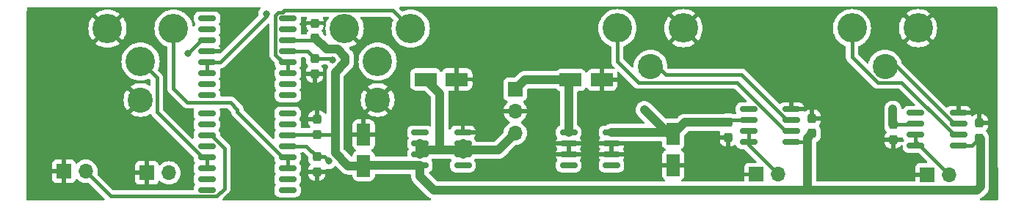
<source format=gbr>
%TF.GenerationSoftware,KiCad,Pcbnew,(7.0.0)*%
%TF.CreationDate,2023-11-09T23:31:26+01:00*%
%TF.ProjectId,xlr-inteface,786c722d-696e-4746-9566-6163652e6b69,rev?*%
%TF.SameCoordinates,Original*%
%TF.FileFunction,Copper,L2,Bot*%
%TF.FilePolarity,Positive*%
%FSLAX46Y46*%
G04 Gerber Fmt 4.6, Leading zero omitted, Abs format (unit mm)*
G04 Created by KiCad (PCBNEW (7.0.0)) date 2023-11-09 23:31:26*
%MOMM*%
%LPD*%
G01*
G04 APERTURE LIST*
G04 Aperture macros list*
%AMRoundRect*
0 Rectangle with rounded corners*
0 $1 Rounding radius*
0 $2 $3 $4 $5 $6 $7 $8 $9 X,Y pos of 4 corners*
0 Add a 4 corners polygon primitive as box body*
4,1,4,$2,$3,$4,$5,$6,$7,$8,$9,$2,$3,0*
0 Add four circle primitives for the rounded corners*
1,1,$1+$1,$2,$3*
1,1,$1+$1,$4,$5*
1,1,$1+$1,$6,$7*
1,1,$1+$1,$8,$9*
0 Add four rect primitives between the rounded corners*
20,1,$1+$1,$2,$3,$4,$5,0*
20,1,$1+$1,$4,$5,$6,$7,0*
20,1,$1+$1,$6,$7,$8,$9,0*
20,1,$1+$1,$8,$9,$2,$3,0*%
G04 Aperture macros list end*
%TA.AperFunction,SMDPad,CuDef*%
%ADD10RoundRect,0.150000X-0.875000X-0.150000X0.875000X-0.150000X0.875000X0.150000X-0.875000X0.150000X0*%
%TD*%
%TA.AperFunction,ComponentPad*%
%ADD11C,3.400000*%
%TD*%
%TA.AperFunction,ComponentPad*%
%ADD12C,2.900000*%
%TD*%
%TA.AperFunction,SMDPad,CuDef*%
%ADD13RoundRect,0.237500X0.237500X-0.300000X0.237500X0.300000X-0.237500X0.300000X-0.237500X-0.300000X0*%
%TD*%
%TA.AperFunction,SMDPad,CuDef*%
%ADD14RoundRect,0.150000X0.825000X0.150000X-0.825000X0.150000X-0.825000X-0.150000X0.825000X-0.150000X0*%
%TD*%
%TA.AperFunction,SMDPad,CuDef*%
%ADD15RoundRect,0.250000X-1.050000X-0.550000X1.050000X-0.550000X1.050000X0.550000X-1.050000X0.550000X0*%
%TD*%
%TA.AperFunction,SMDPad,CuDef*%
%ADD16RoundRect,0.250000X1.050000X0.550000X-1.050000X0.550000X-1.050000X-0.550000X1.050000X-0.550000X0*%
%TD*%
%TA.AperFunction,SMDPad,CuDef*%
%ADD17RoundRect,0.250000X-0.550000X1.050000X-0.550000X-1.050000X0.550000X-1.050000X0.550000X1.050000X0*%
%TD*%
%TA.AperFunction,ComponentPad*%
%ADD18R,1.700000X1.700000*%
%TD*%
%TA.AperFunction,ComponentPad*%
%ADD19O,1.700000X1.700000*%
%TD*%
%TA.AperFunction,SMDPad,CuDef*%
%ADD20RoundRect,0.150000X-0.825000X-0.150000X0.825000X-0.150000X0.825000X0.150000X-0.825000X0.150000X0*%
%TD*%
%TA.AperFunction,SMDPad,CuDef*%
%ADD21RoundRect,0.237500X-0.237500X0.300000X-0.237500X-0.300000X0.237500X-0.300000X0.237500X0.300000X0*%
%TD*%
%TA.AperFunction,ViaPad*%
%ADD22C,0.800000*%
%TD*%
%TA.AperFunction,ViaPad*%
%ADD23C,1.000000*%
%TD*%
%TA.AperFunction,Conductor*%
%ADD24C,0.400000*%
%TD*%
%TA.AperFunction,Conductor*%
%ADD25C,1.000000*%
%TD*%
G04 APERTURE END LIST*
D10*
%TO.P,U1,1,NC*%
%TO.N,unconnected-(U1-NC-Pad1)*%
X45890000Y-43830000D03*
%TO.P,U1,2,NC*%
%TO.N,unconnected-(U1-NC-Pad2)*%
X45890000Y-42560000D03*
%TO.P,U1,3,VO-*%
%TO.N,Net-(U1-SENSE-)*%
X45890000Y-41290000D03*
%TO.P,U1,4,SENSE-*%
X45890000Y-40020000D03*
%TO.P,U1,5,GND*%
%TO.N,GND*%
X45890000Y-38750000D03*
%TO.P,U1,6,VIN*%
%TO.N,Net-(J8-Pin_2)*%
X45890000Y-37480000D03*
%TO.P,U1,7,NC*%
%TO.N,unconnected-(U1-NC-Pad7)*%
X45890000Y-36210000D03*
%TO.P,U1,8,NC*%
%TO.N,unconnected-(U1-NC-Pad8)*%
X45890000Y-34940000D03*
%TO.P,U1,9,NC*%
%TO.N,unconnected-(U1-NC-Pad9)*%
X55190000Y-34940000D03*
%TO.P,U1,10,NC*%
%TO.N,unconnected-(U1-NC-Pad10)*%
X55190000Y-36210000D03*
%TO.P,U1,11,V-*%
%TO.N,V-*%
X55190000Y-37480000D03*
%TO.P,U1,12,V+*%
%TO.N,V+*%
X55190000Y-38750000D03*
%TO.P,U1,13,SENSE+*%
%TO.N,Net-(U1-SENSE+)*%
X55190000Y-40020000D03*
%TO.P,U1,14,VO+*%
X55190000Y-41290000D03*
%TO.P,U1,15,NC*%
%TO.N,unconnected-(U1-NC-Pad15)*%
X55190000Y-42560000D03*
%TO.P,U1,16,NC*%
%TO.N,unconnected-(U1-NC-Pad16)*%
X55190000Y-43830000D03*
%TD*%
%TO.P,U4,16,NC*%
%TO.N,unconnected-(U4-NC-Pad16)*%
X55150000Y-54830000D03*
%TO.P,U4,15,NC*%
%TO.N,unconnected-(U4-NC-Pad15)*%
X55150000Y-53560000D03*
%TO.P,U4,14,VO+*%
%TO.N,Net-(U4-SENSE+)*%
X55150000Y-52290000D03*
%TO.P,U4,13,SENSE+*%
X55150000Y-51020000D03*
%TO.P,U4,12,V+*%
%TO.N,V+*%
X55150000Y-49750000D03*
%TO.P,U4,11,V-*%
%TO.N,V-*%
X55150000Y-48480000D03*
%TO.P,U4,10,NC*%
%TO.N,unconnected-(U4-NC-Pad10)*%
X55150000Y-47210000D03*
%TO.P,U4,9,NC*%
%TO.N,unconnected-(U4-NC-Pad9)*%
X55150000Y-45940000D03*
%TO.P,U4,8,NC*%
%TO.N,unconnected-(U4-NC-Pad8)*%
X45850000Y-45940000D03*
%TO.P,U4,7,NC*%
%TO.N,unconnected-(U4-NC-Pad7)*%
X45850000Y-47210000D03*
%TO.P,U4,6,VIN*%
%TO.N,Net-(J9-Pin_2)*%
X45850000Y-48480000D03*
%TO.P,U4,5,GND*%
%TO.N,GND*%
X45850000Y-49750000D03*
%TO.P,U4,4,SENSE-*%
%TO.N,Net-(U4-SENSE-)*%
X45850000Y-51020000D03*
%TO.P,U4,3,VO-*%
X45850000Y-52290000D03*
%TO.P,U4,2,NC*%
%TO.N,unconnected-(U4-NC-Pad2)*%
X45850000Y-53560000D03*
%TO.P,U4,1,NC*%
%TO.N,unconnected-(U4-NC-Pad1)*%
X45850000Y-54830000D03*
%TD*%
D11*
%TO.P,J1,1*%
%TO.N,GND*%
X100820000Y-36070000D03*
%TO.P,J1,2*%
%TO.N,Net-(U2-IN+)*%
X93200000Y-36070000D03*
D12*
%TO.P,J1,3*%
%TO.N,Net-(U2-IN-)*%
X97010000Y-40520000D03*
%TD*%
D11*
%TO.P,J4,1*%
%TO.N,GND*%
X61737500Y-36120000D03*
%TO.P,J4,2*%
%TO.N,Net-(U1-SENSE+)*%
X69357500Y-36120000D03*
%TO.P,J4,3*%
%TO.N,Net-(U1-SENSE-)*%
X65547500Y-39930000D03*
D12*
%TO.P,J4,G*%
%TO.N,GND*%
X65547500Y-44375000D03*
%TD*%
D11*
%TO.P,J2,1*%
%TO.N,GND*%
X127870000Y-36070000D03*
%TO.P,J2,2*%
%TO.N,Net-(U3-IN+)*%
X120250000Y-36070000D03*
D12*
%TO.P,J2,3*%
%TO.N,Net-(U3-IN-)*%
X124060000Y-40520000D03*
%TD*%
D11*
%TO.P,J3,1*%
%TO.N,GND*%
X34387500Y-36120000D03*
%TO.P,J3,2*%
%TO.N,Net-(U4-SENSE+)*%
X42007500Y-36120000D03*
%TO.P,J3,3*%
%TO.N,Net-(U4-SENSE-)*%
X38197500Y-39930000D03*
D12*
%TO.P,J3,G*%
%TO.N,GND*%
X38197500Y-44375000D03*
%TD*%
D13*
%TO.P,C8,1*%
%TO.N,V-*%
X58550000Y-48350000D03*
%TO.P,C8,2*%
%TO.N,GND*%
X58550000Y-46625000D03*
%TD*%
D14*
%TO.P,U6,1,OUT*%
%TO.N,V+*%
X92520000Y-48140000D03*
%TO.P,U6,2,GND*%
%TO.N,GND*%
X92520000Y-49410000D03*
%TO.P,U6,3,GND*%
X92520000Y-50680000D03*
%TO.P,U6,4,NC*%
%TO.N,unconnected-(U6-NC-Pad4)*%
X92520000Y-51950000D03*
%TO.P,U6,5,NC*%
%TO.N,unconnected-(U6-NC-Pad5)*%
X87570000Y-51950000D03*
%TO.P,U6,6,GND*%
%TO.N,GND*%
X87570000Y-50680000D03*
%TO.P,U6,7,GND*%
X87570000Y-49410000D03*
%TO.P,U6,8,IN*%
%TO.N,VIN+*%
X87570000Y-48140000D03*
%TD*%
D15*
%TO.P,C9,1*%
%TO.N,VIN+*%
X87810000Y-42050000D03*
%TO.P,C9,2*%
%TO.N,GND*%
X91410000Y-42050000D03*
%TD*%
D16*
%TO.P,C12,1*%
%TO.N,GND*%
X74680000Y-42000000D03*
%TO.P,C12,2*%
%TO.N,VIN-*%
X71080000Y-42000000D03*
%TD*%
D17*
%TO.P,C10,1*%
%TO.N,V+*%
X99630000Y-48330000D03*
%TO.P,C10,2*%
%TO.N,GND*%
X99630000Y-51930000D03*
%TD*%
D18*
%TO.P,J5,1,Pin_1*%
%TO.N,VIN+*%
X81429999Y-43129999D03*
D19*
%TO.P,J5,2,Pin_2*%
%TO.N,GND*%
X81429999Y-45669999D03*
%TO.P,J5,3,Pin_3*%
%TO.N,VIN-*%
X81429999Y-48209999D03*
%TD*%
D14*
%TO.P,U3,1,REF*%
%TO.N,GND*%
X132530000Y-45880000D03*
%TO.P,U3,2,IN-*%
%TO.N,Net-(U3-IN-)*%
X132530000Y-47150000D03*
%TO.P,U3,3,IN+*%
%TO.N,Net-(U3-IN+)*%
X132530000Y-48420000D03*
%TO.P,U3,4,V-*%
%TO.N,V-*%
X132530000Y-49690000D03*
%TO.P,U3,5,SENSE*%
%TO.N,Net-(J6-Pin_2)*%
X127580000Y-49690000D03*
%TO.P,U3,6,OUTPUT*%
X127580000Y-48420000D03*
%TO.P,U3,7,V+*%
%TO.N,V+*%
X127580000Y-47150000D03*
%TO.P,U3,8,NC*%
%TO.N,unconnected-(U3-NC-Pad8)*%
X127580000Y-45880000D03*
%TD*%
D20*
%TO.P,U5,1,OUT*%
%TO.N,V-*%
X70420000Y-51960000D03*
%TO.P,U5,2,IN*%
%TO.N,VIN-*%
X70420000Y-50690000D03*
%TO.P,U5,3,IN*%
X70420000Y-49420000D03*
%TO.P,U5,4,NC*%
%TO.N,unconnected-(U5-NC-Pad4)*%
X70420000Y-48150000D03*
%TO.P,U5,5,GND*%
%TO.N,GND*%
X75370000Y-48150000D03*
%TO.P,U5,6,IN*%
%TO.N,VIN-*%
X75370000Y-49420000D03*
%TO.P,U5,7,IN*%
X75370000Y-50690000D03*
%TO.P,U5,8,NC*%
%TO.N,unconnected-(U5-NC-Pad8)*%
X75370000Y-51960000D03*
%TD*%
D21*
%TO.P,C7,1*%
%TO.N,V+*%
X58540000Y-50965000D03*
%TO.P,C7,2*%
%TO.N,GND*%
X58540000Y-52690000D03*
%TD*%
%TO.P,C5,1*%
%TO.N,V+*%
X58290000Y-39600000D03*
%TO.P,C5,2*%
%TO.N,GND*%
X58290000Y-41325000D03*
%TD*%
D18*
%TO.P,J8,1,Pin_1*%
%TO.N,GND*%
X38939999Y-52819999D03*
D19*
%TO.P,J8,2,Pin_2*%
%TO.N,Net-(J8-Pin_2)*%
X41479999Y-52819999D03*
%TD*%
D21*
%TO.P,C4,1*%
%TO.N,GND*%
X115660000Y-46527500D03*
%TO.P,C4,2*%
%TO.N,V-*%
X115660000Y-48252500D03*
%TD*%
D18*
%TO.P,J6,1,Pin_1*%
%TO.N,GND*%
X128944999Y-53029999D03*
D19*
%TO.P,J6,2,Pin_2*%
%TO.N,Net-(J6-Pin_2)*%
X131484999Y-53029999D03*
%TD*%
D14*
%TO.P,U2,1,REF*%
%TO.N,GND*%
X113270000Y-45460000D03*
%TO.P,U2,2,IN-*%
%TO.N,Net-(U2-IN-)*%
X113270000Y-46730000D03*
%TO.P,U2,3,IN+*%
%TO.N,Net-(U2-IN+)*%
X113270000Y-48000000D03*
%TO.P,U2,4,V-*%
%TO.N,V-*%
X113270000Y-49270000D03*
%TO.P,U2,5,SENSE*%
%TO.N,Net-(J7-Pin_2)*%
X108320000Y-49270000D03*
%TO.P,U2,6,OUTPUT*%
X108320000Y-48000000D03*
%TO.P,U2,7,V+*%
%TO.N,V+*%
X108320000Y-46730000D03*
%TO.P,U2,8,NC*%
%TO.N,unconnected-(U2-NC-Pad8)*%
X108320000Y-45460000D03*
%TD*%
D18*
%TO.P,J9,1,Pin_1*%
%TO.N,GND*%
X29339999Y-52639999D03*
D19*
%TO.P,J9,2,Pin_2*%
%TO.N,Net-(J9-Pin_2)*%
X31879999Y-52639999D03*
%TD*%
D21*
%TO.P,C3,1*%
%TO.N,V+*%
X105980000Y-46987500D03*
%TO.P,C3,2*%
%TO.N,GND*%
X105980000Y-48712500D03*
%TD*%
D18*
%TO.P,J7,1,Pin_1*%
%TO.N,GND*%
X109214999Y-52999999D03*
D19*
%TO.P,J7,2,Pin_2*%
%TO.N,Net-(J7-Pin_2)*%
X111754999Y-52999999D03*
%TD*%
D13*
%TO.P,C6,1*%
%TO.N,V-*%
X58310000Y-37202500D03*
%TO.P,C6,2*%
%TO.N,GND*%
X58310000Y-35477500D03*
%TD*%
D21*
%TO.P,C2,1*%
%TO.N,GND*%
X134960000Y-47067500D03*
%TO.P,C2,2*%
%TO.N,V-*%
X134960000Y-48792500D03*
%TD*%
D17*
%TO.P,C11,1*%
%TO.N,GND*%
X63920000Y-48410000D03*
%TO.P,C11,2*%
%TO.N,V-*%
X63920000Y-52010000D03*
%TD*%
D21*
%TO.P,C1,1*%
%TO.N,V+*%
X125000000Y-47230000D03*
%TO.P,C1,2*%
%TO.N,GND*%
X125000000Y-48955000D03*
%TD*%
D22*
%TO.N,GND*%
X42240000Y-45760000D03*
X26530000Y-54260000D03*
X31060000Y-43860000D03*
X49080000Y-35890000D03*
X51790000Y-42680000D03*
X51570000Y-53050000D03*
X59850000Y-54910000D03*
%TO.N,Net-(J8-Pin_2)*%
X43650000Y-39000000D03*
%TO.N,Net-(U1-SENSE-)*%
X52710000Y-34400000D03*
%TO.N,V+*%
X59930000Y-51470000D03*
X60381825Y-39719500D03*
D23*
X124980000Y-45450000D03*
X96310000Y-45500000D03*
%TO.N,GND*%
X104500000Y-51900000D03*
X135500000Y-37200000D03*
X82900000Y-52100000D03*
X110500000Y-37900000D03*
X84700000Y-46100000D03*
X120300000Y-50600000D03*
X81800000Y-36900000D03*
X96100000Y-52400000D03*
%TD*%
D24*
%TO.N,Net-(J8-Pin_2)*%
X43650000Y-39000000D02*
X45170000Y-37480000D01*
X45170000Y-37480000D02*
X45890000Y-37480000D01*
%TO.N,Net-(J9-Pin_2)*%
X46952817Y-55530000D02*
X34770000Y-55530000D01*
X34770000Y-55530000D02*
X31880000Y-52640000D01*
X47860000Y-54622817D02*
X46952817Y-55530000D01*
X46382817Y-48480000D02*
X47860000Y-49957183D01*
X47860000Y-49957183D02*
X47860000Y-54622817D01*
X45850000Y-48480000D02*
X46382817Y-48480000D01*
%TO.N,Net-(U4-SENSE+)*%
X43610000Y-44660000D02*
X42007500Y-43057500D01*
X48550000Y-44660000D02*
X43610000Y-44660000D01*
X42007500Y-43057500D02*
X42007500Y-36120000D01*
X54617183Y-51020000D02*
X49370000Y-45772817D01*
X55150000Y-51020000D02*
X54617183Y-51020000D01*
X49370000Y-45772817D02*
X49370000Y-45480000D01*
X49370000Y-45480000D02*
X48550000Y-44660000D01*
X55150000Y-52290000D02*
X55150000Y-51020000D01*
%TO.N,Net-(U4-SENSE-)*%
X40080000Y-41812500D02*
X38197500Y-39930000D01*
X45317183Y-51020000D02*
X40080000Y-45782817D01*
X45850000Y-51020000D02*
X45317183Y-51020000D01*
X40080000Y-45782817D02*
X40080000Y-41812500D01*
X45850000Y-51020000D02*
X45850000Y-52290000D01*
%TO.N,Net-(U1-SENSE-)*%
X52710000Y-34700000D02*
X52710000Y-34400000D01*
X47390000Y-40020000D02*
X50940000Y-36470000D01*
X50940000Y-36470000D02*
X52710000Y-34700000D01*
X45890000Y-40020000D02*
X47390000Y-40020000D01*
X45890000Y-41290000D02*
X45890000Y-40020000D01*
%TO.N,Net-(U1-SENSE+)*%
X67257500Y-34020000D02*
X69357500Y-36120000D01*
X54762817Y-34020000D02*
X67257500Y-34020000D01*
X54542817Y-34240000D02*
X54762817Y-34020000D01*
X53915000Y-34390000D02*
X54065000Y-34240000D01*
X53915000Y-34412183D02*
X53915000Y-34390000D01*
X54065000Y-34240000D02*
X54542817Y-34240000D01*
X53765000Y-34562183D02*
X53915000Y-34412183D01*
X53765000Y-39127817D02*
X53765000Y-34562183D01*
X54657183Y-40020000D02*
X53765000Y-39127817D01*
X55190000Y-40020000D02*
X54657183Y-40020000D01*
X55190000Y-40020000D02*
X55190000Y-41290000D01*
%TO.N,V+*%
X57325000Y-49750000D02*
X55150000Y-49750000D01*
X58540000Y-50965000D02*
X57325000Y-49750000D01*
X59425000Y-50965000D02*
X59930000Y-51470000D01*
X58540000Y-50965000D02*
X59425000Y-50965000D01*
%TO.N,V-*%
X60560000Y-48350000D02*
X60640000Y-48270000D01*
X58550000Y-48350000D02*
X60560000Y-48350000D01*
D25*
X60640000Y-48270000D02*
X60640000Y-41190000D01*
X60640000Y-50510000D02*
X60640000Y-48270000D01*
D24*
X55280000Y-48350000D02*
X55150000Y-48480000D01*
X58550000Y-48350000D02*
X55280000Y-48350000D01*
X58032500Y-37480000D02*
X58310000Y-37202500D01*
X55190000Y-37480000D02*
X58032500Y-37480000D01*
D25*
X59627500Y-38520000D02*
X58310000Y-37202500D01*
X60960000Y-38520000D02*
X59627500Y-38520000D01*
X61820000Y-39380000D02*
X60960000Y-38520000D01*
X61820000Y-40010000D02*
X61820000Y-39380000D01*
X60640000Y-41190000D02*
X61820000Y-40010000D01*
X62140000Y-52010000D02*
X60640000Y-50510000D01*
X63920000Y-52010000D02*
X62140000Y-52010000D01*
D24*
%TO.N,V+*%
X60262325Y-39600000D02*
X60381825Y-39719500D01*
X58290000Y-39600000D02*
X60262325Y-39600000D01*
D25*
%TO.N,V-*%
X63970000Y-51960000D02*
X63920000Y-52010000D01*
X70420000Y-51960000D02*
X63970000Y-51960000D01*
D24*
%TO.N,V+*%
X57440000Y-38750000D02*
X58290000Y-39600000D01*
X55190000Y-38750000D02*
X57440000Y-38750000D01*
D25*
X100972500Y-46987500D02*
X105980000Y-46987500D01*
X99440000Y-48140000D02*
X99630000Y-48330000D01*
X124980000Y-45450000D02*
X124980000Y-47210000D01*
D24*
X106237500Y-46730000D02*
X105980000Y-46987500D01*
X127500000Y-47230000D02*
X127580000Y-47150000D01*
X125000000Y-47230000D02*
X127500000Y-47230000D01*
D25*
X124980000Y-47210000D02*
X125000000Y-47230000D01*
D24*
X108320000Y-46730000D02*
X106237500Y-46730000D01*
D25*
X99630000Y-48330000D02*
X99140000Y-48330000D01*
X99630000Y-48330000D02*
X100972500Y-46987500D01*
X99140000Y-48330000D02*
X96310000Y-45500000D01*
X92520000Y-48140000D02*
X99440000Y-48140000D01*
%TO.N,V-*%
X135070000Y-48902500D02*
X134960000Y-48792500D01*
D24*
X132530000Y-49690000D02*
X134062500Y-49690000D01*
D25*
X115100000Y-54830000D02*
X134680000Y-54830000D01*
X70420000Y-53230000D02*
X72020000Y-54830000D01*
X134680000Y-54830000D02*
X135070000Y-54440000D01*
X70420000Y-51960000D02*
X70420000Y-53230000D01*
X72020000Y-54830000D02*
X115100000Y-54830000D01*
X115100000Y-54830000D02*
X115100000Y-48812500D01*
X135070000Y-54440000D02*
X135070000Y-48902500D01*
D24*
X113270000Y-49270000D02*
X114642500Y-49270000D01*
D25*
X115100000Y-48812500D02*
X115660000Y-48252500D01*
D24*
X114642500Y-49270000D02*
X115660000Y-48252500D01*
X134062500Y-49690000D02*
X134960000Y-48792500D01*
D25*
%TO.N,VIN+*%
X82510000Y-42050000D02*
X81430000Y-43130000D01*
X87570000Y-42290000D02*
X87810000Y-42050000D01*
X87810000Y-42050000D02*
X82510000Y-42050000D01*
X87570000Y-48140000D02*
X87570000Y-42290000D01*
%TO.N,VIN-*%
X70420000Y-50200000D02*
X70420000Y-49420000D01*
X75370000Y-49420000D02*
X75370000Y-50690000D01*
X72710000Y-43630000D02*
X71080000Y-42000000D01*
X79440000Y-50200000D02*
X81430000Y-48210000D01*
X70420000Y-50690000D02*
X70420000Y-50200000D01*
X70420000Y-50200000D02*
X72710000Y-50200000D01*
X72710000Y-50200000D02*
X72710000Y-43630000D01*
X72710000Y-50200000D02*
X79440000Y-50200000D01*
D24*
%TO.N,Net-(U2-IN+)*%
X95630000Y-42370000D02*
X93200000Y-39940000D01*
X113270000Y-48000000D02*
X112612817Y-48000000D01*
X93200000Y-39940000D02*
X93200000Y-36070000D01*
X106982817Y-42370000D02*
X95630000Y-42370000D01*
X112612817Y-48000000D02*
X106982817Y-42370000D01*
%TO.N,Net-(U2-IN-)*%
X97810000Y-40520000D02*
X97010000Y-40520000D01*
X113270000Y-46730000D02*
X112787183Y-46730000D01*
X98740000Y-41450000D02*
X97810000Y-40520000D01*
X107507183Y-41450000D02*
X98740000Y-41450000D01*
X112787183Y-46730000D02*
X107507183Y-41450000D01*
%TO.N,Net-(U3-IN+)*%
X132530000Y-48420000D02*
X132047183Y-48420000D01*
X132047183Y-48420000D02*
X125997183Y-42370000D01*
X125997183Y-42370000D02*
X123210000Y-42370000D01*
X120250000Y-39410000D02*
X120250000Y-36070000D01*
X123210000Y-42370000D02*
X120250000Y-39410000D01*
%TO.N,Net-(U3-IN-)*%
X132047183Y-47150000D02*
X125417183Y-40520000D01*
X132530000Y-47150000D02*
X132047183Y-47150000D01*
X125417183Y-40520000D02*
X124060000Y-40520000D01*
%TO.N,Net-(J6-Pin_2)*%
X127580000Y-49125000D02*
X131485000Y-53030000D01*
X127580000Y-48420000D02*
X127580000Y-49125000D01*
X127580000Y-48420000D02*
X127580000Y-49690000D01*
%TO.N,Net-(J7-Pin_2)*%
X108320000Y-49270000D02*
X108320000Y-49565000D01*
X108320000Y-49565000D02*
X111755000Y-53000000D01*
X108320000Y-48000000D02*
X108320000Y-49270000D01*
%TD*%
%TA.AperFunction,Conductor*%
%TO.N,GND*%
G36*
X136958282Y-33596576D02*
G01*
X137003672Y-33641784D01*
X137020441Y-33703613D01*
X137073281Y-48511916D01*
X137099519Y-55865332D01*
X137099556Y-55875558D01*
X137083091Y-55937744D01*
X137037685Y-55983313D01*
X136975557Y-56000000D01*
X135102466Y-56000000D01*
X135035811Y-55980562D01*
X134990054Y-55928341D01*
X134979541Y-55859710D01*
X135007567Y-55796186D01*
X135065347Y-55757686D01*
X135066803Y-55757228D01*
X135076588Y-55754159D01*
X135103194Y-55739390D01*
X135117362Y-55732662D01*
X135145617Y-55721377D01*
X135194891Y-55688902D01*
X135202910Y-55684043D01*
X135254502Y-55655409D01*
X135265961Y-55645570D01*
X135277583Y-55635594D01*
X135290125Y-55626137D01*
X135315519Y-55609402D01*
X135357238Y-55567681D01*
X135364122Y-55561301D01*
X135408895Y-55522866D01*
X135427520Y-55498802D01*
X135437879Y-55487040D01*
X135767409Y-55157510D01*
X135769579Y-55155394D01*
X135833053Y-55095059D01*
X135866750Y-55046644D01*
X135872426Y-55039116D01*
X135909698Y-54993407D01*
X135917409Y-54978645D01*
X135923782Y-54966444D01*
X135931919Y-54953013D01*
X135945704Y-54933208D01*
X135945703Y-54933208D01*
X135949295Y-54928049D01*
X135972568Y-54873815D01*
X135976598Y-54865331D01*
X136000997Y-54818624D01*
X136000997Y-54818622D01*
X136003909Y-54813049D01*
X136012275Y-54783808D01*
X136017539Y-54769019D01*
X136029540Y-54741058D01*
X136041421Y-54683238D01*
X136043650Y-54674155D01*
X136059886Y-54617418D01*
X136062195Y-54587082D01*
X136064376Y-54571539D01*
X136064417Y-54571342D01*
X136070500Y-54541741D01*
X136070500Y-54482756D01*
X136070858Y-54473340D01*
X136070894Y-54472861D01*
X136075337Y-54414524D01*
X136071493Y-54384348D01*
X136070500Y-54368683D01*
X136070500Y-48916737D01*
X136070540Y-48913596D01*
X136072756Y-48826136D01*
X136062345Y-48768054D01*
X136061042Y-48758760D01*
X136055074Y-48700062D01*
X136052936Y-48693249D01*
X136045967Y-48671038D01*
X136042223Y-48655784D01*
X136037967Y-48632033D01*
X136037965Y-48632029D01*
X136036858Y-48625847D01*
X136034323Y-48619500D01*
X136014976Y-48571065D01*
X136011816Y-48562189D01*
X136008116Y-48550398D01*
X135994159Y-48505912D01*
X135979886Y-48480198D01*
X135979396Y-48479314D01*
X135972660Y-48465131D01*
X135970231Y-48459049D01*
X135961377Y-48436883D01*
X135948347Y-48417113D01*
X135946705Y-48414621D01*
X135926883Y-48358985D01*
X135925174Y-48342247D01*
X135870908Y-48178484D01*
X135780340Y-48031650D01*
X135766017Y-48017326D01*
X135733922Y-47961737D01*
X135733925Y-47897547D01*
X135766023Y-47841958D01*
X135774842Y-47833139D01*
X135783736Y-47821890D01*
X135866659Y-47687452D01*
X135872725Y-47674444D01*
X135922552Y-47524075D01*
X135925368Y-47510919D01*
X135934680Y-47419776D01*
X135935000Y-47413500D01*
X135935000Y-47333826D01*
X135931549Y-47320950D01*
X135918674Y-47317500D01*
X134834000Y-47317500D01*
X134772000Y-47300887D01*
X134726613Y-47255500D01*
X134710000Y-47193500D01*
X134710000Y-46801174D01*
X135210000Y-46801174D01*
X135213450Y-46814049D01*
X135226326Y-46817500D01*
X135918673Y-46817500D01*
X135931548Y-46814049D01*
X135934999Y-46801174D01*
X135934999Y-46721503D01*
X135934678Y-46715220D01*
X135925369Y-46624087D01*
X135922550Y-46610918D01*
X135872725Y-46460555D01*
X135866659Y-46447547D01*
X135783739Y-46313113D01*
X135774834Y-46301851D01*
X135663148Y-46190165D01*
X135651886Y-46181260D01*
X135517452Y-46098340D01*
X135504444Y-46092274D01*
X135354075Y-46042447D01*
X135340919Y-46039631D01*
X135249776Y-46030319D01*
X135243500Y-46030000D01*
X135226326Y-46030000D01*
X135213450Y-46033450D01*
X135210000Y-46046326D01*
X135210000Y-46801174D01*
X134710000Y-46801174D01*
X134710000Y-46046327D01*
X134706549Y-46033451D01*
X134693674Y-46030001D01*
X134676503Y-46030001D01*
X134670220Y-46030321D01*
X134579087Y-46039630D01*
X134565918Y-46042449D01*
X134415555Y-46092274D01*
X134402547Y-46098340D01*
X134268113Y-46181260D01*
X134256851Y-46190165D01*
X134212566Y-46234450D01*
X134158913Y-46266008D01*
X134096686Y-46267519D01*
X134041564Y-46238602D01*
X134007439Y-46186544D01*
X134005766Y-46163627D01*
X134004297Y-46163920D01*
X133998286Y-46133706D01*
X133985144Y-46130000D01*
X132404000Y-46130000D01*
X132342000Y-46113387D01*
X132296613Y-46068000D01*
X132280000Y-46006000D01*
X132280000Y-45613674D01*
X132780000Y-45613674D01*
X132783450Y-45626549D01*
X132796326Y-45630000D01*
X133985144Y-45630000D01*
X133998286Y-45626293D01*
X133999692Y-45619223D01*
X133958458Y-45477294D01*
X133952310Y-45463087D01*
X133876655Y-45335161D01*
X133867164Y-45322925D01*
X133762074Y-45217835D01*
X133749838Y-45208344D01*
X133621912Y-45132689D01*
X133607705Y-45126541D01*
X133463579Y-45084668D01*
X133451173Y-45082402D01*
X133423076Y-45080191D01*
X133418197Y-45080000D01*
X132796326Y-45080000D01*
X132783450Y-45083450D01*
X132780000Y-45096326D01*
X132780000Y-45613674D01*
X132280000Y-45613674D01*
X132280000Y-45096326D01*
X132276549Y-45083450D01*
X132263674Y-45080000D01*
X131641803Y-45080000D01*
X131636923Y-45080191D01*
X131608826Y-45082402D01*
X131596420Y-45084668D01*
X131452294Y-45126541D01*
X131438087Y-45132689D01*
X131310162Y-45208343D01*
X131297922Y-45217837D01*
X131289474Y-45226285D01*
X131233887Y-45258373D01*
X131169703Y-45258371D01*
X131114118Y-45226278D01*
X125984077Y-40096237D01*
X125962925Y-40067982D01*
X125950593Y-40034919D01*
X125936271Y-39969077D01*
X125838769Y-39707663D01*
X125705056Y-39462787D01*
X125537855Y-39239432D01*
X125340568Y-39042145D01*
X125117213Y-38874944D01*
X125092026Y-38861191D01*
X124876223Y-38743353D01*
X124872337Y-38741231D01*
X124868194Y-38739685D01*
X124868188Y-38739683D01*
X124615076Y-38645278D01*
X124610923Y-38643729D01*
X124606591Y-38642786D01*
X124606589Y-38642786D01*
X124342627Y-38585364D01*
X124342619Y-38585362D01*
X124338294Y-38584422D01*
X124333880Y-38584106D01*
X124333871Y-38584105D01*
X124064418Y-38564834D01*
X124060000Y-38564518D01*
X124055582Y-38564834D01*
X123786128Y-38584105D01*
X123786117Y-38584106D01*
X123781706Y-38584422D01*
X123777382Y-38585362D01*
X123777372Y-38585364D01*
X123513410Y-38642786D01*
X123513404Y-38642787D01*
X123509077Y-38643729D01*
X123504927Y-38645276D01*
X123504923Y-38645278D01*
X123251811Y-38739683D01*
X123251800Y-38739687D01*
X123247663Y-38741231D01*
X123243781Y-38743350D01*
X123243776Y-38743353D01*
X123006681Y-38872817D01*
X123006673Y-38872821D01*
X123002787Y-38874944D01*
X122999237Y-38877601D01*
X122999233Y-38877604D01*
X122782983Y-39039486D01*
X122782976Y-39039491D01*
X122779432Y-39042145D01*
X122776301Y-39045275D01*
X122776294Y-39045282D01*
X122585282Y-39236294D01*
X122585275Y-39236301D01*
X122582145Y-39239432D01*
X122579491Y-39242976D01*
X122579486Y-39242983D01*
X122422565Y-39452606D01*
X122414944Y-39462787D01*
X122412821Y-39466673D01*
X122412817Y-39466681D01*
X122292971Y-39686162D01*
X122281231Y-39707663D01*
X122279687Y-39711800D01*
X122279683Y-39711811D01*
X122189983Y-39952309D01*
X122183729Y-39969077D01*
X122182788Y-39973398D01*
X122182787Y-39973405D01*
X122163391Y-40062566D01*
X122132979Y-40120703D01*
X122077159Y-40155183D01*
X122011559Y-40156354D01*
X121954544Y-40123887D01*
X120986819Y-39156162D01*
X120959939Y-39115934D01*
X120950500Y-39068481D01*
X120950500Y-38244895D01*
X120961001Y-38194955D01*
X120990726Y-38153473D01*
X121034640Y-38127476D01*
X121044682Y-38124067D01*
X121093902Y-38107359D01*
X121352611Y-37979778D01*
X121592454Y-37819520D01*
X121621569Y-37793987D01*
X126504748Y-37793987D01*
X126512181Y-37805379D01*
X126524800Y-37816445D01*
X126531231Y-37821379D01*
X126764265Y-37977089D01*
X126771280Y-37981139D01*
X127022648Y-38105100D01*
X127030137Y-38108201D01*
X127295521Y-38198287D01*
X127303368Y-38200390D01*
X127578243Y-38255065D01*
X127586279Y-38256123D01*
X127865942Y-38274454D01*
X127874058Y-38274454D01*
X128153720Y-38256123D01*
X128161756Y-38255065D01*
X128436631Y-38200390D01*
X128444478Y-38198287D01*
X128709862Y-38108201D01*
X128717351Y-38105100D01*
X128968719Y-37981139D01*
X128975734Y-37977089D01*
X129208769Y-37821379D01*
X129215203Y-37816442D01*
X129227817Y-37805379D01*
X129235250Y-37793987D01*
X129228575Y-37782129D01*
X127881542Y-36435095D01*
X127870000Y-36428431D01*
X127858457Y-36435095D01*
X126511422Y-37782130D01*
X126504748Y-37793987D01*
X121621569Y-37793987D01*
X121809327Y-37629327D01*
X121999520Y-37412454D01*
X122159778Y-37172611D01*
X122287359Y-36913902D01*
X122380081Y-36640753D01*
X122436356Y-36357839D01*
X122454956Y-36074058D01*
X125665546Y-36074058D01*
X125683876Y-36353720D01*
X125684934Y-36361756D01*
X125739609Y-36636631D01*
X125741712Y-36644478D01*
X125831798Y-36909862D01*
X125834899Y-36917351D01*
X125958860Y-37168719D01*
X125962910Y-37175734D01*
X126118618Y-37408766D01*
X126123559Y-37415205D01*
X126134617Y-37427815D01*
X126146012Y-37435250D01*
X126157868Y-37428576D01*
X127504903Y-36081542D01*
X127511567Y-36070000D01*
X127511566Y-36069999D01*
X128228431Y-36069999D01*
X128235095Y-36081542D01*
X129582129Y-37428575D01*
X129593987Y-37435250D01*
X129605379Y-37427817D01*
X129616442Y-37415203D01*
X129621379Y-37408769D01*
X129777089Y-37175734D01*
X129781139Y-37168719D01*
X129905100Y-36917351D01*
X129908201Y-36909862D01*
X129998287Y-36644478D01*
X130000390Y-36636631D01*
X130055065Y-36361756D01*
X130056123Y-36353720D01*
X130074454Y-36074058D01*
X130074454Y-36065942D01*
X130056123Y-35786279D01*
X130055065Y-35778243D01*
X130000390Y-35503368D01*
X129998287Y-35495521D01*
X129908201Y-35230137D01*
X129905100Y-35222648D01*
X129781139Y-34971280D01*
X129777089Y-34964265D01*
X129621379Y-34731231D01*
X129616445Y-34724800D01*
X129605379Y-34712181D01*
X129593987Y-34704748D01*
X129582130Y-34711422D01*
X128235095Y-36058457D01*
X128228431Y-36069999D01*
X127511566Y-36069999D01*
X127504903Y-36058457D01*
X126157866Y-34711420D01*
X126146012Y-34704747D01*
X126134620Y-34712181D01*
X126123554Y-34724799D01*
X126118622Y-34731227D01*
X125962910Y-34964265D01*
X125958860Y-34971280D01*
X125834899Y-35222648D01*
X125831798Y-35230137D01*
X125741712Y-35495521D01*
X125739609Y-35503368D01*
X125684934Y-35778243D01*
X125683876Y-35786279D01*
X125665546Y-36065942D01*
X125665546Y-36074058D01*
X122454956Y-36074058D01*
X122455222Y-36070000D01*
X122436356Y-35782161D01*
X122380081Y-35499247D01*
X122375296Y-35485152D01*
X122324719Y-35336157D01*
X122287359Y-35226098D01*
X122159778Y-34967389D01*
X121999520Y-34727546D01*
X121996842Y-34724493D01*
X121996838Y-34724487D01*
X121812000Y-34513721D01*
X121809327Y-34510673D01*
X121692101Y-34407868D01*
X121621568Y-34346012D01*
X126504747Y-34346012D01*
X126511420Y-34357866D01*
X127858457Y-35704903D01*
X127870000Y-35711567D01*
X127881542Y-35704903D01*
X129228576Y-34357868D01*
X129235250Y-34346012D01*
X129227815Y-34334617D01*
X129215205Y-34323559D01*
X129208766Y-34318618D01*
X128975734Y-34162910D01*
X128968719Y-34158860D01*
X128717351Y-34034899D01*
X128709862Y-34031798D01*
X128444478Y-33941712D01*
X128436631Y-33939609D01*
X128161756Y-33884934D01*
X128153720Y-33883876D01*
X127874058Y-33865546D01*
X127865942Y-33865546D01*
X127586279Y-33883876D01*
X127578243Y-33884934D01*
X127303368Y-33939609D01*
X127295521Y-33941712D01*
X127030137Y-34031798D01*
X127022648Y-34034899D01*
X126771280Y-34158860D01*
X126764265Y-34162910D01*
X126531227Y-34318622D01*
X126524799Y-34323554D01*
X126512181Y-34334620D01*
X126504747Y-34346012D01*
X121621568Y-34346012D01*
X121595512Y-34323161D01*
X121595504Y-34323155D01*
X121592454Y-34320480D01*
X121528036Y-34277437D01*
X121355985Y-34162476D01*
X121355980Y-34162473D01*
X121352611Y-34160222D01*
X121348975Y-34158429D01*
X121348970Y-34158426D01*
X121097544Y-34034437D01*
X121097543Y-34034436D01*
X121093902Y-34032641D01*
X121074601Y-34026089D01*
X120824597Y-33941223D01*
X120824584Y-33941219D01*
X120820753Y-33939919D01*
X120816776Y-33939128D01*
X120816769Y-33939126D01*
X120541818Y-33884435D01*
X120541810Y-33884434D01*
X120537839Y-33883644D01*
X120250000Y-33864778D01*
X120245957Y-33865043D01*
X119966203Y-33883379D01*
X119966201Y-33883379D01*
X119962161Y-33883644D01*
X119958190Y-33884433D01*
X119958181Y-33884435D01*
X119683230Y-33939126D01*
X119683219Y-33939128D01*
X119679247Y-33939919D01*
X119675418Y-33941218D01*
X119675402Y-33941223D01*
X119409944Y-34031335D01*
X119409937Y-34031337D01*
X119406098Y-34032641D01*
X119402461Y-34034434D01*
X119402455Y-34034437D01*
X119151029Y-34158426D01*
X119151017Y-34158432D01*
X119147389Y-34160222D01*
X119144026Y-34162468D01*
X119144014Y-34162476D01*
X118910927Y-34318220D01*
X118910918Y-34318226D01*
X118907546Y-34320480D01*
X118904502Y-34323149D01*
X118904487Y-34323161D01*
X118693721Y-34507999D01*
X118693713Y-34508006D01*
X118690673Y-34510673D01*
X118688006Y-34513713D01*
X118687999Y-34513721D01*
X118503161Y-34724487D01*
X118503149Y-34724502D01*
X118500480Y-34727546D01*
X118498226Y-34730918D01*
X118498220Y-34730927D01*
X118342476Y-34964014D01*
X118342468Y-34964026D01*
X118340222Y-34967389D01*
X118338432Y-34971017D01*
X118338426Y-34971029D01*
X118214437Y-35222455D01*
X118214434Y-35222461D01*
X118212641Y-35226098D01*
X118211337Y-35229937D01*
X118211335Y-35229944D01*
X118121223Y-35495402D01*
X118121218Y-35495418D01*
X118119919Y-35499247D01*
X118119128Y-35503219D01*
X118119126Y-35503230D01*
X118064435Y-35778181D01*
X118064433Y-35778190D01*
X118063644Y-35782161D01*
X118044778Y-36070000D01*
X118063644Y-36357839D01*
X118064434Y-36361810D01*
X118064435Y-36361818D01*
X118119126Y-36636769D01*
X118119128Y-36636776D01*
X118119919Y-36640753D01*
X118121219Y-36644584D01*
X118121223Y-36644597D01*
X118211335Y-36910055D01*
X118212641Y-36913902D01*
X118214436Y-36917543D01*
X118214437Y-36917544D01*
X118338302Y-37168719D01*
X118340222Y-37172611D01*
X118342473Y-37175980D01*
X118342476Y-37175985D01*
X118403124Y-37266751D01*
X118500480Y-37412454D01*
X118503155Y-37415504D01*
X118503161Y-37415512D01*
X118652756Y-37586091D01*
X118690673Y-37629327D01*
X118693721Y-37632000D01*
X118904487Y-37816838D01*
X118904493Y-37816842D01*
X118907546Y-37819520D01*
X118985753Y-37871776D01*
X119143364Y-37977089D01*
X119147389Y-37979778D01*
X119406098Y-38107359D01*
X119455318Y-38124067D01*
X119465360Y-38127476D01*
X119509274Y-38153473D01*
X119538999Y-38194955D01*
X119549500Y-38244895D01*
X119549500Y-39385079D01*
X119549274Y-39392567D01*
X119546094Y-39445118D01*
X119546094Y-39445126D01*
X119545642Y-39452606D01*
X119546993Y-39459982D01*
X119546994Y-39459987D01*
X119556483Y-39511771D01*
X119557610Y-39519171D01*
X119563955Y-39571425D01*
X119563956Y-39571430D01*
X119564860Y-39578872D01*
X119567519Y-39585885D01*
X119567521Y-39585891D01*
X119568450Y-39588340D01*
X119574475Y-39609952D01*
X119574951Y-39612551D01*
X119574954Y-39612560D01*
X119576305Y-39619932D01*
X119579382Y-39626769D01*
X119579383Y-39626772D01*
X119600991Y-39674784D01*
X119603857Y-39681702D01*
X119625182Y-39737930D01*
X119629442Y-39744102D01*
X119629445Y-39744107D01*
X119630937Y-39746268D01*
X119641959Y-39765810D01*
X119643039Y-39768210D01*
X119643044Y-39768219D01*
X119646122Y-39775057D01*
X119650745Y-39780958D01*
X119650747Y-39780961D01*
X119683216Y-39822404D01*
X119687636Y-39828410D01*
X119721817Y-39877929D01*
X119766847Y-39917822D01*
X119772282Y-39922939D01*
X122697059Y-42847716D01*
X122702193Y-42853170D01*
X122742071Y-42898183D01*
X122791577Y-42932355D01*
X122797597Y-42936785D01*
X122803103Y-42941099D01*
X122844943Y-42973878D01*
X122851783Y-42976956D01*
X122851784Y-42976957D01*
X122854181Y-42978036D01*
X122873730Y-42989061D01*
X122882070Y-42994818D01*
X122889087Y-42997479D01*
X122938301Y-43016143D01*
X122945223Y-43019010D01*
X123000068Y-43043694D01*
X123010035Y-43045520D01*
X123031653Y-43051547D01*
X123034113Y-43052480D01*
X123034116Y-43052480D01*
X123041128Y-43055140D01*
X123098602Y-43062118D01*
X123100830Y-43062389D01*
X123108235Y-43063516D01*
X123124066Y-43066416D01*
X123167394Y-43074357D01*
X123227422Y-43070726D01*
X123234910Y-43070500D01*
X125655664Y-43070500D01*
X125703117Y-43079939D01*
X125743345Y-43106819D01*
X127504345Y-44867819D01*
X127534595Y-44917182D01*
X127539137Y-44974898D01*
X127516982Y-45028385D01*
X127472959Y-45065985D01*
X127416664Y-45079500D01*
X126689306Y-45079500D01*
X126686886Y-45079690D01*
X126686871Y-45079691D01*
X126658748Y-45081904D01*
X126658739Y-45081905D01*
X126652431Y-45082402D01*
X126646351Y-45084168D01*
X126646342Y-45084170D01*
X126502094Y-45126079D01*
X126502091Y-45126080D01*
X126494602Y-45128256D01*
X126487891Y-45132224D01*
X126487886Y-45132227D01*
X126359851Y-45207946D01*
X126359844Y-45207950D01*
X126353135Y-45211919D01*
X126347620Y-45217433D01*
X126347616Y-45217437D01*
X126242437Y-45322616D01*
X126242433Y-45322620D01*
X126236919Y-45328135D01*
X126232948Y-45334848D01*
X126232946Y-45334852D01*
X126203945Y-45383891D01*
X126160418Y-45427452D01*
X126101302Y-45444703D01*
X126041178Y-45431387D01*
X125994874Y-45390790D01*
X125973810Y-45332924D01*
X125966024Y-45253868D01*
X125965559Y-45252336D01*
X125965074Y-45247562D01*
X125936189Y-45155501D01*
X125935870Y-45154467D01*
X125932780Y-45144280D01*
X125908814Y-45065273D01*
X125907151Y-45062163D01*
X125906767Y-45061105D01*
X125906042Y-45059416D01*
X125904159Y-45053412D01*
X125859079Y-44972193D01*
X125858160Y-44970505D01*
X125829658Y-44917182D01*
X125815910Y-44891462D01*
X125812226Y-44886974D01*
X125809418Y-44882370D01*
X125808455Y-44880987D01*
X125805409Y-44875498D01*
X125801317Y-44870731D01*
X125801314Y-44870727D01*
X125747221Y-44807717D01*
X125745453Y-44805611D01*
X125743603Y-44803357D01*
X125690883Y-44739117D01*
X125686175Y-44735253D01*
X125681868Y-44730946D01*
X125682175Y-44730638D01*
X125681621Y-44730097D01*
X125681518Y-44730207D01*
X125676961Y-44725875D01*
X125672866Y-44721105D01*
X125631920Y-44689410D01*
X125605057Y-44668616D01*
X125602294Y-44666413D01*
X125543250Y-44617957D01*
X125543249Y-44617956D01*
X125538538Y-44614090D01*
X125533161Y-44611216D01*
X125528101Y-44607835D01*
X125528153Y-44607757D01*
X125517614Y-44600930D01*
X125511958Y-44596552D01*
X125438190Y-44560367D01*
X125434345Y-44558397D01*
X125370101Y-44524058D01*
X125370094Y-44524055D01*
X125364727Y-44521186D01*
X125358904Y-44519419D01*
X125358898Y-44519417D01*
X125357522Y-44519000D01*
X125338907Y-44511666D01*
X125329271Y-44506940D01*
X125323188Y-44505365D01*
X125323183Y-44505363D01*
X125253188Y-44487240D01*
X125248276Y-44485860D01*
X125181961Y-44465744D01*
X125181959Y-44465743D01*
X125176132Y-44463976D01*
X125170075Y-44463379D01*
X125170064Y-44463377D01*
X125165057Y-44462884D01*
X125146146Y-44459525D01*
X125138377Y-44457514D01*
X125138375Y-44457513D01*
X125132285Y-44455937D01*
X125126007Y-44455618D01*
X125126004Y-44455618D01*
X125057345Y-44452135D01*
X125051477Y-44451697D01*
X124986065Y-44445256D01*
X124986062Y-44445256D01*
X124980000Y-44444659D01*
X124965362Y-44446100D01*
X124946946Y-44446537D01*
X124935348Y-44445949D01*
X124935342Y-44445949D01*
X124929064Y-44445631D01*
X124922852Y-44446582D01*
X124922842Y-44446583D01*
X124858433Y-44456450D01*
X124851814Y-44457283D01*
X124789928Y-44463379D01*
X124789927Y-44463379D01*
X124783868Y-44463976D01*
X124778043Y-44465742D01*
X124778037Y-44465744D01*
X124766370Y-44469283D01*
X124749160Y-44473190D01*
X124734148Y-44475490D01*
X124734137Y-44475492D01*
X124727929Y-44476444D01*
X124664241Y-44500031D01*
X124657190Y-44502403D01*
X124601102Y-44519417D01*
X124601095Y-44519419D01*
X124595273Y-44521186D01*
X124589909Y-44524052D01*
X124589904Y-44524055D01*
X124575999Y-44531488D01*
X124560619Y-44538407D01*
X124537113Y-44547114D01*
X124531778Y-44550438D01*
X124531770Y-44550443D01*
X124482499Y-44581153D01*
X124475365Y-44585277D01*
X124426835Y-44611217D01*
X124426827Y-44611221D01*
X124421462Y-44614090D01*
X124416757Y-44617950D01*
X124416751Y-44617955D01*
X124401805Y-44630221D01*
X124388739Y-44639595D01*
X124369761Y-44651424D01*
X124369758Y-44651425D01*
X124364429Y-44654748D01*
X124359876Y-44659075D01*
X124359872Y-44659079D01*
X124320369Y-44696629D01*
X124313607Y-44702604D01*
X124269117Y-44739117D01*
X124265257Y-44743819D01*
X124265248Y-44743829D01*
X124250711Y-44761542D01*
X124240298Y-44772742D01*
X124221506Y-44790606D01*
X124221501Y-44790611D01*
X124216947Y-44794941D01*
X124195453Y-44825821D01*
X124184267Y-44841892D01*
X124178349Y-44849714D01*
X124147958Y-44886747D01*
X124147952Y-44886755D01*
X124144090Y-44891462D01*
X124141220Y-44896830D01*
X124141218Y-44896834D01*
X124128731Y-44920195D01*
X124121151Y-44932573D01*
X124104298Y-44956787D01*
X124104293Y-44956795D01*
X124100705Y-44961951D01*
X124098227Y-44967724D01*
X124098222Y-44967734D01*
X124079549Y-45011245D01*
X124074960Y-45020792D01*
X124054057Y-45059901D01*
X124051186Y-45065273D01*
X124049419Y-45071094D01*
X124049419Y-45071097D01*
X124040693Y-45099863D01*
X124035985Y-45112763D01*
X124022940Y-45143160D01*
X124022936Y-45143170D01*
X124020460Y-45148942D01*
X124019195Y-45155095D01*
X124019193Y-45155103D01*
X124010379Y-45197991D01*
X124007580Y-45209017D01*
X123995743Y-45248040D01*
X123995741Y-45248047D01*
X123993976Y-45253868D01*
X123993379Y-45259927D01*
X123993379Y-45259928D01*
X123990081Y-45293408D01*
X123988140Y-45306210D01*
X123980766Y-45342095D01*
X123980765Y-45342101D01*
X123979500Y-45348259D01*
X123979500Y-45354548D01*
X123979500Y-45394756D01*
X123978903Y-45406909D01*
X123974659Y-45450000D01*
X123975256Y-45456061D01*
X123978903Y-45493090D01*
X123979500Y-45505244D01*
X123979500Y-47195722D01*
X123979460Y-47198862D01*
X123977243Y-47286363D01*
X123978351Y-47292548D01*
X123978352Y-47292554D01*
X123987648Y-47344420D01*
X123988957Y-47353748D01*
X123994289Y-47406180D01*
X123994290Y-47406185D01*
X123994926Y-47412438D01*
X123996807Y-47418435D01*
X123996810Y-47418447D01*
X124004032Y-47441466D01*
X124007772Y-47456702D01*
X124012031Y-47480461D01*
X124012033Y-47480470D01*
X124013142Y-47486653D01*
X124015472Y-47492486D01*
X124015654Y-47492941D01*
X124015759Y-47493489D01*
X124017203Y-47498534D01*
X124016754Y-47498662D01*
X124024500Y-47538934D01*
X124024500Y-47576026D01*
X124024500Y-47576044D01*
X124024501Y-47579176D01*
X124024820Y-47582308D01*
X124024821Y-47582309D01*
X124034137Y-47673517D01*
X124034138Y-47673525D01*
X124034826Y-47680253D01*
X124036954Y-47686675D01*
X124036955Y-47686679D01*
X124085490Y-47833148D01*
X124089092Y-47844016D01*
X124179660Y-47990850D01*
X124184770Y-47995960D01*
X124184771Y-47995961D01*
X124193981Y-48005171D01*
X124226074Y-48060756D01*
X124226076Y-48124940D01*
X124193988Y-48180527D01*
X124185162Y-48189353D01*
X124176262Y-48200610D01*
X124093340Y-48335047D01*
X124087274Y-48348055D01*
X124037447Y-48498424D01*
X124034631Y-48511580D01*
X124025319Y-48602723D01*
X124025000Y-48609000D01*
X124025000Y-48688674D01*
X124028450Y-48701549D01*
X124041326Y-48705000D01*
X125958675Y-48705000D01*
X125988108Y-48697113D01*
X126051458Y-48696891D01*
X126106650Y-48727989D01*
X126139279Y-48782290D01*
X126141427Y-48789683D01*
X126153256Y-48830398D01*
X126157226Y-48837111D01*
X126157227Y-48837113D01*
X126232949Y-48965153D01*
X126232951Y-48965155D01*
X126236919Y-48971865D01*
X126242433Y-48977379D01*
X126243689Y-48978998D01*
X126266724Y-49027947D01*
X126266725Y-49082045D01*
X126243693Y-49130996D01*
X126242430Y-49132623D01*
X126236919Y-49138135D01*
X126232950Y-49144845D01*
X126232950Y-49144846D01*
X126191486Y-49214958D01*
X126151414Y-49256394D01*
X126096937Y-49275236D01*
X126039827Y-49267411D01*
X125992426Y-49234610D01*
X125985092Y-49221067D01*
X125972813Y-49208788D01*
X125958674Y-49205000D01*
X125266326Y-49205000D01*
X125253450Y-49208450D01*
X125250000Y-49221326D01*
X125250000Y-49976173D01*
X125253450Y-49989048D01*
X125266326Y-49992499D01*
X125283497Y-49992499D01*
X125289779Y-49992178D01*
X125380912Y-49982869D01*
X125394081Y-49980050D01*
X125544444Y-49930225D01*
X125557452Y-49924159D01*
X125691886Y-49841239D01*
X125703148Y-49832334D01*
X125814834Y-49720648D01*
X125823739Y-49709386D01*
X125874962Y-49626342D01*
X125921016Y-49582638D01*
X125982664Y-49567458D01*
X126043745Y-49584781D01*
X126088246Y-49630065D01*
X126104500Y-49691439D01*
X126104500Y-49905694D01*
X126104690Y-49908114D01*
X126104691Y-49908128D01*
X126106904Y-49936251D01*
X126106905Y-49936258D01*
X126107402Y-49942569D01*
X126109168Y-49948650D01*
X126109170Y-49948657D01*
X126151079Y-50092905D01*
X126153256Y-50100398D01*
X126157226Y-50107111D01*
X126157227Y-50107113D01*
X126232946Y-50235148D01*
X126232948Y-50235151D01*
X126236919Y-50241865D01*
X126353135Y-50358081D01*
X126359849Y-50362052D01*
X126359851Y-50362053D01*
X126407953Y-50390500D01*
X126494602Y-50441744D01*
X126652431Y-50487598D01*
X126689306Y-50490500D01*
X127903481Y-50490500D01*
X127950934Y-50499939D01*
X127991162Y-50526819D01*
X128932662Y-51468319D01*
X128962912Y-51517682D01*
X128967454Y-51575398D01*
X128945299Y-51628885D01*
X128901276Y-51666485D01*
X128844981Y-51680000D01*
X128050482Y-51680000D01*
X128043885Y-51680353D01*
X127995332Y-51685573D01*
X127980358Y-51689111D01*
X127861222Y-51733547D01*
X127845810Y-51741962D01*
X127744907Y-51817498D01*
X127732498Y-51829907D01*
X127656962Y-51930810D01*
X127648547Y-51946222D01*
X127604111Y-52065358D01*
X127600573Y-52080332D01*
X127595353Y-52128885D01*
X127595000Y-52135482D01*
X127595000Y-52763674D01*
X127598450Y-52776549D01*
X127611326Y-52780000D01*
X129071000Y-52780000D01*
X129133000Y-52796613D01*
X129178387Y-52842000D01*
X129195000Y-52904000D01*
X129195000Y-53156000D01*
X129178387Y-53218000D01*
X129133000Y-53263387D01*
X129071000Y-53280000D01*
X127611326Y-53280000D01*
X127598450Y-53283450D01*
X127595000Y-53296326D01*
X127595000Y-53705500D01*
X127578387Y-53767500D01*
X127533000Y-53812887D01*
X127471000Y-53829500D01*
X116224500Y-53829500D01*
X116162500Y-53812887D01*
X116117113Y-53767500D01*
X116100500Y-53705500D01*
X116100500Y-49352236D01*
X116111123Y-49302020D01*
X116111862Y-49300997D01*
X124025001Y-49300997D01*
X124025321Y-49307279D01*
X124034630Y-49398412D01*
X124037449Y-49411581D01*
X124087274Y-49561944D01*
X124093340Y-49574952D01*
X124176260Y-49709386D01*
X124185165Y-49720648D01*
X124296851Y-49832334D01*
X124308113Y-49841239D01*
X124442547Y-49924159D01*
X124455555Y-49930225D01*
X124605924Y-49980052D01*
X124619080Y-49982868D01*
X124710223Y-49992180D01*
X124716500Y-49992500D01*
X124733674Y-49992500D01*
X124746549Y-49989049D01*
X124750000Y-49976174D01*
X124750000Y-49221326D01*
X124746549Y-49208450D01*
X124733674Y-49205000D01*
X124041327Y-49205000D01*
X124028451Y-49208450D01*
X124025001Y-49221326D01*
X124025001Y-49300997D01*
X116111862Y-49300997D01*
X116141171Y-49260408D01*
X116185497Y-49234530D01*
X116194806Y-49231444D01*
X116211516Y-49225908D01*
X116358350Y-49135340D01*
X116480340Y-49013350D01*
X116570908Y-48866516D01*
X116625174Y-48702753D01*
X116635500Y-48601677D01*
X116635499Y-48497588D01*
X116640283Y-48463479D01*
X116649887Y-48429918D01*
X116665337Y-48227023D01*
X116639630Y-48025172D01*
X116638442Y-48021698D01*
X116635499Y-47995987D01*
X116635499Y-47906473D01*
X116635499Y-47903324D01*
X116625174Y-47802247D01*
X116570908Y-47638484D01*
X116480340Y-47491650D01*
X116466017Y-47477327D01*
X116433922Y-47421737D01*
X116433925Y-47357547D01*
X116466023Y-47301958D01*
X116474842Y-47293139D01*
X116483736Y-47281890D01*
X116566659Y-47147452D01*
X116572725Y-47134444D01*
X116622552Y-46984075D01*
X116625368Y-46970919D01*
X116634680Y-46879776D01*
X116635000Y-46873500D01*
X116635000Y-46793826D01*
X116631549Y-46780950D01*
X116618674Y-46777500D01*
X115534000Y-46777500D01*
X115472000Y-46760887D01*
X115426613Y-46715500D01*
X115410000Y-46653500D01*
X115410000Y-46261174D01*
X115910000Y-46261174D01*
X115913450Y-46274049D01*
X115926326Y-46277500D01*
X116618673Y-46277500D01*
X116631548Y-46274049D01*
X116634999Y-46261174D01*
X116634999Y-46181503D01*
X116634678Y-46175220D01*
X116625369Y-46084087D01*
X116622550Y-46070918D01*
X116572725Y-45920555D01*
X116566659Y-45907547D01*
X116483739Y-45773113D01*
X116474834Y-45761851D01*
X116363148Y-45650165D01*
X116351886Y-45641260D01*
X116217452Y-45558340D01*
X116204444Y-45552274D01*
X116054075Y-45502447D01*
X116040919Y-45499631D01*
X115949776Y-45490319D01*
X115943500Y-45490000D01*
X115926326Y-45490000D01*
X115913450Y-45493450D01*
X115910000Y-45506326D01*
X115910000Y-46261174D01*
X115410000Y-46261174D01*
X115410000Y-45506327D01*
X115406549Y-45493451D01*
X115393674Y-45490001D01*
X115376503Y-45490001D01*
X115370220Y-45490321D01*
X115279087Y-45499630D01*
X115265918Y-45502449D01*
X115115555Y-45552274D01*
X115102547Y-45558340D01*
X114968113Y-45641260D01*
X114956851Y-45650165D01*
X114904515Y-45702501D01*
X114847358Y-45735004D01*
X114781619Y-45733713D01*
X114758706Y-45719465D01*
X114725144Y-45710000D01*
X113144000Y-45710000D01*
X113082000Y-45693387D01*
X113036613Y-45648000D01*
X113020000Y-45586000D01*
X113020000Y-45193674D01*
X113520000Y-45193674D01*
X113523450Y-45206549D01*
X113536326Y-45210000D01*
X114725144Y-45210000D01*
X114738286Y-45206293D01*
X114739692Y-45199223D01*
X114698458Y-45057294D01*
X114692310Y-45043087D01*
X114616655Y-44915161D01*
X114607164Y-44902925D01*
X114502074Y-44797835D01*
X114489838Y-44788344D01*
X114361912Y-44712689D01*
X114347705Y-44706541D01*
X114203579Y-44664668D01*
X114191173Y-44662402D01*
X114163076Y-44660191D01*
X114158197Y-44660000D01*
X113536326Y-44660000D01*
X113523450Y-44663450D01*
X113520000Y-44676326D01*
X113520000Y-45193674D01*
X113020000Y-45193674D01*
X113020000Y-44676326D01*
X113016549Y-44663450D01*
X113003674Y-44660000D01*
X112381803Y-44660000D01*
X112376923Y-44660191D01*
X112348826Y-44662402D01*
X112336420Y-44664668D01*
X112192294Y-44706541D01*
X112178087Y-44712689D01*
X112050162Y-44788343D01*
X112037922Y-44797837D01*
X112029474Y-44806285D01*
X111973887Y-44838373D01*
X111909703Y-44838371D01*
X111854118Y-44806278D01*
X108020122Y-40972282D01*
X108015005Y-40966847D01*
X107975112Y-40921817D01*
X107925593Y-40887636D01*
X107919587Y-40883216D01*
X107878144Y-40850747D01*
X107878141Y-40850745D01*
X107872240Y-40846122D01*
X107865402Y-40843044D01*
X107865393Y-40843039D01*
X107862993Y-40841959D01*
X107843451Y-40830937D01*
X107841290Y-40829445D01*
X107841285Y-40829442D01*
X107835113Y-40825182D01*
X107798718Y-40811379D01*
X107778885Y-40803857D01*
X107771967Y-40800991D01*
X107723955Y-40779383D01*
X107723952Y-40779382D01*
X107717115Y-40776305D01*
X107709743Y-40774954D01*
X107709734Y-40774951D01*
X107707135Y-40774475D01*
X107685523Y-40768450D01*
X107683074Y-40767521D01*
X107683068Y-40767519D01*
X107676055Y-40764860D01*
X107668613Y-40763956D01*
X107668608Y-40763955D01*
X107616354Y-40757610D01*
X107608954Y-40756483D01*
X107557170Y-40746994D01*
X107557165Y-40746993D01*
X107549789Y-40745642D01*
X107542309Y-40746094D01*
X107542301Y-40746094D01*
X107489750Y-40749274D01*
X107482262Y-40749500D01*
X99082253Y-40749500D01*
X99017715Y-40731381D01*
X98972037Y-40682320D01*
X98958569Y-40616654D01*
X98965166Y-40524418D01*
X98965482Y-40520000D01*
X98945578Y-40241706D01*
X98886271Y-39969077D01*
X98788769Y-39707663D01*
X98655056Y-39462787D01*
X98487855Y-39239432D01*
X98290568Y-39042145D01*
X98067213Y-38874944D01*
X98042026Y-38861191D01*
X97826223Y-38743353D01*
X97822337Y-38741231D01*
X97818194Y-38739685D01*
X97818188Y-38739683D01*
X97565076Y-38645278D01*
X97560923Y-38643729D01*
X97556591Y-38642786D01*
X97556589Y-38642786D01*
X97292627Y-38585364D01*
X97292619Y-38585362D01*
X97288294Y-38584422D01*
X97283880Y-38584106D01*
X97283871Y-38584105D01*
X97014418Y-38564834D01*
X97010000Y-38564518D01*
X97005582Y-38564834D01*
X96736128Y-38584105D01*
X96736117Y-38584106D01*
X96731706Y-38584422D01*
X96727382Y-38585362D01*
X96727372Y-38585364D01*
X96463410Y-38642786D01*
X96463404Y-38642787D01*
X96459077Y-38643729D01*
X96454927Y-38645276D01*
X96454923Y-38645278D01*
X96201811Y-38739683D01*
X96201800Y-38739687D01*
X96197663Y-38741231D01*
X96193781Y-38743350D01*
X96193776Y-38743353D01*
X95956681Y-38872817D01*
X95956673Y-38872821D01*
X95952787Y-38874944D01*
X95949237Y-38877601D01*
X95949233Y-38877604D01*
X95732983Y-39039486D01*
X95732976Y-39039491D01*
X95729432Y-39042145D01*
X95726301Y-39045275D01*
X95726294Y-39045282D01*
X95535282Y-39236294D01*
X95535275Y-39236301D01*
X95532145Y-39239432D01*
X95529491Y-39242976D01*
X95529486Y-39242983D01*
X95372565Y-39452606D01*
X95364944Y-39462787D01*
X95362821Y-39466673D01*
X95362817Y-39466681D01*
X95242971Y-39686162D01*
X95231231Y-39707663D01*
X95229687Y-39711800D01*
X95229683Y-39711811D01*
X95139983Y-39952309D01*
X95133729Y-39969077D01*
X95132788Y-39973402D01*
X95132786Y-39973410D01*
X95075364Y-40237372D01*
X95075362Y-40237382D01*
X95074422Y-40241706D01*
X95074106Y-40246117D01*
X95074105Y-40246128D01*
X95054941Y-40514084D01*
X95030524Y-40579548D01*
X94974591Y-40621420D01*
X94904899Y-40626404D01*
X94843576Y-40592919D01*
X93936819Y-39686162D01*
X93909939Y-39645934D01*
X93900500Y-39598481D01*
X93900500Y-38244895D01*
X93911001Y-38194955D01*
X93940726Y-38153473D01*
X93984640Y-38127476D01*
X93994682Y-38124067D01*
X94043902Y-38107359D01*
X94302611Y-37979778D01*
X94542454Y-37819520D01*
X94571569Y-37793987D01*
X99454748Y-37793987D01*
X99462181Y-37805379D01*
X99474800Y-37816445D01*
X99481231Y-37821379D01*
X99714265Y-37977089D01*
X99721280Y-37981139D01*
X99972648Y-38105100D01*
X99980137Y-38108201D01*
X100245521Y-38198287D01*
X100253368Y-38200390D01*
X100528243Y-38255065D01*
X100536279Y-38256123D01*
X100815942Y-38274454D01*
X100824058Y-38274454D01*
X101103720Y-38256123D01*
X101111756Y-38255065D01*
X101386631Y-38200390D01*
X101394478Y-38198287D01*
X101659862Y-38108201D01*
X101667351Y-38105100D01*
X101918719Y-37981139D01*
X101925734Y-37977089D01*
X102158769Y-37821379D01*
X102165203Y-37816442D01*
X102177817Y-37805379D01*
X102185250Y-37793987D01*
X102178575Y-37782129D01*
X100831542Y-36435095D01*
X100820000Y-36428431D01*
X100808457Y-36435095D01*
X99461422Y-37782130D01*
X99454748Y-37793987D01*
X94571569Y-37793987D01*
X94759327Y-37629327D01*
X94949520Y-37412454D01*
X95109778Y-37172611D01*
X95237359Y-36913902D01*
X95330081Y-36640753D01*
X95386356Y-36357839D01*
X95404956Y-36074058D01*
X98615546Y-36074058D01*
X98633876Y-36353720D01*
X98634934Y-36361756D01*
X98689609Y-36636631D01*
X98691712Y-36644478D01*
X98781798Y-36909862D01*
X98784899Y-36917351D01*
X98908860Y-37168719D01*
X98912910Y-37175734D01*
X99068618Y-37408766D01*
X99073559Y-37415205D01*
X99084617Y-37427815D01*
X99096012Y-37435250D01*
X99107868Y-37428576D01*
X100454903Y-36081542D01*
X100461567Y-36070000D01*
X101178431Y-36070000D01*
X101185095Y-36081542D01*
X102532129Y-37428575D01*
X102543987Y-37435250D01*
X102555379Y-37427817D01*
X102566442Y-37415203D01*
X102571379Y-37408769D01*
X102727089Y-37175734D01*
X102731139Y-37168719D01*
X102855100Y-36917351D01*
X102858201Y-36909862D01*
X102948287Y-36644478D01*
X102950390Y-36636631D01*
X103005065Y-36361756D01*
X103006123Y-36353720D01*
X103024454Y-36074058D01*
X103024454Y-36065942D01*
X103006123Y-35786279D01*
X103005065Y-35778243D01*
X102950390Y-35503368D01*
X102948287Y-35495521D01*
X102858201Y-35230137D01*
X102855100Y-35222648D01*
X102731139Y-34971280D01*
X102727089Y-34964265D01*
X102571379Y-34731231D01*
X102566445Y-34724800D01*
X102555379Y-34712181D01*
X102543987Y-34704748D01*
X102532130Y-34711422D01*
X101185095Y-36058457D01*
X101178431Y-36070000D01*
X100461567Y-36070000D01*
X100454903Y-36058457D01*
X99107866Y-34711420D01*
X99096012Y-34704747D01*
X99084620Y-34712181D01*
X99073554Y-34724799D01*
X99068622Y-34731227D01*
X98912910Y-34964265D01*
X98908860Y-34971280D01*
X98784899Y-35222648D01*
X98781798Y-35230137D01*
X98691712Y-35495521D01*
X98689609Y-35503368D01*
X98634934Y-35778243D01*
X98633876Y-35786279D01*
X98615546Y-36065942D01*
X98615546Y-36074058D01*
X95404956Y-36074058D01*
X95405222Y-36070000D01*
X95386356Y-35782161D01*
X95330081Y-35499247D01*
X95325296Y-35485152D01*
X95274719Y-35336157D01*
X95237359Y-35226098D01*
X95109778Y-34967389D01*
X94949520Y-34727546D01*
X94946842Y-34724493D01*
X94946838Y-34724487D01*
X94762000Y-34513721D01*
X94759327Y-34510673D01*
X94642101Y-34407868D01*
X94571568Y-34346012D01*
X99454747Y-34346012D01*
X99461420Y-34357866D01*
X100808457Y-35704903D01*
X100820000Y-35711567D01*
X100831542Y-35704903D01*
X102178576Y-34357868D01*
X102185250Y-34346012D01*
X102177815Y-34334617D01*
X102165205Y-34323559D01*
X102158766Y-34318618D01*
X101925734Y-34162910D01*
X101918719Y-34158860D01*
X101667351Y-34034899D01*
X101659862Y-34031798D01*
X101394478Y-33941712D01*
X101386631Y-33939609D01*
X101111756Y-33884934D01*
X101103720Y-33883876D01*
X100824058Y-33865546D01*
X100815942Y-33865546D01*
X100536279Y-33883876D01*
X100528243Y-33884934D01*
X100253368Y-33939609D01*
X100245521Y-33941712D01*
X99980137Y-34031798D01*
X99972648Y-34034899D01*
X99721280Y-34158860D01*
X99714265Y-34162910D01*
X99481227Y-34318622D01*
X99474799Y-34323554D01*
X99462181Y-34334620D01*
X99454747Y-34346012D01*
X94571568Y-34346012D01*
X94545512Y-34323161D01*
X94545504Y-34323155D01*
X94542454Y-34320480D01*
X94478036Y-34277437D01*
X94305985Y-34162476D01*
X94305980Y-34162473D01*
X94302611Y-34160222D01*
X94298975Y-34158429D01*
X94298970Y-34158426D01*
X94047544Y-34034437D01*
X94047543Y-34034436D01*
X94043902Y-34032641D01*
X94024601Y-34026089D01*
X93774597Y-33941223D01*
X93774584Y-33941219D01*
X93770753Y-33939919D01*
X93766776Y-33939128D01*
X93766769Y-33939126D01*
X93491818Y-33884435D01*
X93491810Y-33884434D01*
X93487839Y-33883644D01*
X93200000Y-33864778D01*
X93195957Y-33865043D01*
X92916203Y-33883379D01*
X92916201Y-33883379D01*
X92912161Y-33883644D01*
X92908190Y-33884433D01*
X92908181Y-33884435D01*
X92633230Y-33939126D01*
X92633219Y-33939128D01*
X92629247Y-33939919D01*
X92625418Y-33941218D01*
X92625402Y-33941223D01*
X92359944Y-34031335D01*
X92359937Y-34031337D01*
X92356098Y-34032641D01*
X92352461Y-34034434D01*
X92352455Y-34034437D01*
X92101029Y-34158426D01*
X92101017Y-34158432D01*
X92097389Y-34160222D01*
X92094026Y-34162468D01*
X92094014Y-34162476D01*
X91860927Y-34318220D01*
X91860918Y-34318226D01*
X91857546Y-34320480D01*
X91854502Y-34323149D01*
X91854487Y-34323161D01*
X91643721Y-34507999D01*
X91643713Y-34508006D01*
X91640673Y-34510673D01*
X91638006Y-34513713D01*
X91637999Y-34513721D01*
X91453161Y-34724487D01*
X91453149Y-34724502D01*
X91450480Y-34727546D01*
X91448226Y-34730918D01*
X91448220Y-34730927D01*
X91292476Y-34964014D01*
X91292468Y-34964026D01*
X91290222Y-34967389D01*
X91288432Y-34971017D01*
X91288426Y-34971029D01*
X91164437Y-35222455D01*
X91164434Y-35222461D01*
X91162641Y-35226098D01*
X91161337Y-35229937D01*
X91161335Y-35229944D01*
X91071223Y-35495402D01*
X91071218Y-35495418D01*
X91069919Y-35499247D01*
X91069128Y-35503219D01*
X91069126Y-35503230D01*
X91014435Y-35778181D01*
X91014433Y-35778190D01*
X91013644Y-35782161D01*
X90994778Y-36070000D01*
X91013644Y-36357839D01*
X91014434Y-36361810D01*
X91014435Y-36361818D01*
X91069126Y-36636769D01*
X91069128Y-36636776D01*
X91069919Y-36640753D01*
X91071219Y-36644584D01*
X91071223Y-36644597D01*
X91161335Y-36910055D01*
X91162641Y-36913902D01*
X91164436Y-36917543D01*
X91164437Y-36917544D01*
X91288302Y-37168719D01*
X91290222Y-37172611D01*
X91292473Y-37175980D01*
X91292476Y-37175985D01*
X91353124Y-37266751D01*
X91450480Y-37412454D01*
X91453155Y-37415504D01*
X91453161Y-37415512D01*
X91602756Y-37586091D01*
X91640673Y-37629327D01*
X91643721Y-37632000D01*
X91854487Y-37816838D01*
X91854493Y-37816842D01*
X91857546Y-37819520D01*
X91935753Y-37871776D01*
X92093364Y-37977089D01*
X92097389Y-37979778D01*
X92356098Y-38107359D01*
X92405318Y-38124067D01*
X92415360Y-38127476D01*
X92459274Y-38153473D01*
X92488999Y-38194955D01*
X92499500Y-38244895D01*
X92499500Y-39915079D01*
X92499274Y-39922567D01*
X92496094Y-39975118D01*
X92496094Y-39975126D01*
X92495642Y-39982606D01*
X92496993Y-39989982D01*
X92496994Y-39989987D01*
X92506483Y-40041771D01*
X92507610Y-40049171D01*
X92513955Y-40101425D01*
X92513956Y-40101430D01*
X92514860Y-40108872D01*
X92517519Y-40115885D01*
X92517521Y-40115891D01*
X92518450Y-40118340D01*
X92524475Y-40139952D01*
X92524951Y-40142551D01*
X92524954Y-40142560D01*
X92526305Y-40149932D01*
X92529382Y-40156769D01*
X92529383Y-40156772D01*
X92550991Y-40204784D01*
X92553857Y-40211702D01*
X92575182Y-40267930D01*
X92579442Y-40274102D01*
X92579445Y-40274107D01*
X92580937Y-40276268D01*
X92591959Y-40295810D01*
X92593039Y-40298210D01*
X92593044Y-40298219D01*
X92596122Y-40305057D01*
X92600745Y-40310958D01*
X92600747Y-40310961D01*
X92633216Y-40352404D01*
X92637636Y-40358410D01*
X92671817Y-40407929D01*
X92716847Y-40447822D01*
X92722282Y-40452939D01*
X92866609Y-40597266D01*
X92899068Y-40654249D01*
X92897924Y-40719819D01*
X92863496Y-40775635D01*
X92805414Y-40806085D01*
X92739924Y-40802653D01*
X92619125Y-40762624D01*
X92605958Y-40759805D01*
X92513109Y-40750319D01*
X92506832Y-40750000D01*
X91676326Y-40750000D01*
X91663450Y-40753450D01*
X91660000Y-40766326D01*
X91660000Y-41783674D01*
X91663450Y-41796549D01*
X91676326Y-41800000D01*
X93193673Y-41800000D01*
X93206548Y-41796549D01*
X93209999Y-41783674D01*
X93209999Y-41453171D01*
X93209678Y-41446888D01*
X93200194Y-41354040D01*
X93197376Y-41340877D01*
X93157346Y-41220075D01*
X93153914Y-41154585D01*
X93184364Y-41096504D01*
X93240180Y-41062076D01*
X93305750Y-41060931D01*
X93362733Y-41093390D01*
X95117059Y-42847716D01*
X95122193Y-42853170D01*
X95162071Y-42898183D01*
X95211577Y-42932355D01*
X95217597Y-42936785D01*
X95264943Y-42973878D01*
X95271779Y-42976954D01*
X95271785Y-42976958D01*
X95274179Y-42978035D01*
X95293731Y-42989062D01*
X95302070Y-42994818D01*
X95348724Y-43012511D01*
X95358296Y-43016141D01*
X95365217Y-43019007D01*
X95420069Y-43043695D01*
X95430041Y-43045522D01*
X95451656Y-43051547D01*
X95461128Y-43055140D01*
X95518831Y-43062146D01*
X95520815Y-43062387D01*
X95528222Y-43063514D01*
X95587394Y-43074358D01*
X95647433Y-43070725D01*
X95654921Y-43070500D01*
X106641298Y-43070500D01*
X106688751Y-43079939D01*
X106728979Y-43106819D01*
X108069979Y-44447819D01*
X108100229Y-44497182D01*
X108104771Y-44554898D01*
X108082616Y-44608385D01*
X108038593Y-44645985D01*
X107982298Y-44659500D01*
X107429306Y-44659500D01*
X107426886Y-44659690D01*
X107426871Y-44659691D01*
X107398748Y-44661904D01*
X107398739Y-44661905D01*
X107392431Y-44662402D01*
X107386351Y-44664168D01*
X107386342Y-44664170D01*
X107242094Y-44706079D01*
X107242091Y-44706080D01*
X107234602Y-44708256D01*
X107227891Y-44712224D01*
X107227886Y-44712227D01*
X107099851Y-44787946D01*
X107099844Y-44787950D01*
X107093135Y-44791919D01*
X107087620Y-44797433D01*
X107087616Y-44797437D01*
X106982437Y-44902616D01*
X106982433Y-44902620D01*
X106976919Y-44908135D01*
X106972950Y-44914844D01*
X106972946Y-44914851D01*
X106897227Y-45042886D01*
X106897224Y-45042891D01*
X106893256Y-45049602D01*
X106891080Y-45057091D01*
X106891079Y-45057094D01*
X106849170Y-45201342D01*
X106849168Y-45201351D01*
X106847402Y-45207431D01*
X106846905Y-45213739D01*
X106846904Y-45213748D01*
X106844691Y-45241871D01*
X106844690Y-45241886D01*
X106844500Y-45244306D01*
X106844500Y-45675694D01*
X106844690Y-45678114D01*
X106844691Y-45678128D01*
X106846904Y-45706251D01*
X106846905Y-45706258D01*
X106847402Y-45712569D01*
X106849168Y-45718650D01*
X106849170Y-45718657D01*
X106893256Y-45870398D01*
X106890632Y-45871160D01*
X106897931Y-45916261D01*
X106878017Y-45973613D01*
X106833263Y-46014638D01*
X106774399Y-46029500D01*
X106590064Y-46029500D01*
X106537659Y-46017881D01*
X106531516Y-46014092D01*
X106511405Y-46007428D01*
X106449758Y-45987000D01*
X106367753Y-45959826D01*
X106361020Y-45959138D01*
X106361015Y-45959137D01*
X106269808Y-45949819D01*
X106269791Y-45949818D01*
X106266677Y-45949500D01*
X106263528Y-45949500D01*
X105696473Y-45949500D01*
X105696453Y-45949500D01*
X105693324Y-45949501D01*
X105690192Y-45949820D01*
X105690190Y-45949821D01*
X105598982Y-45959137D01*
X105598972Y-45959138D01*
X105592247Y-45959826D01*
X105585826Y-45961953D01*
X105585820Y-45961955D01*
X105529236Y-45980706D01*
X105490232Y-45987000D01*
X100986778Y-45987000D01*
X100983637Y-45986960D01*
X100902424Y-45984902D01*
X100902421Y-45984902D01*
X100896137Y-45984743D01*
X100889953Y-45985851D01*
X100889943Y-45985852D01*
X100838078Y-45995148D01*
X100828751Y-45996457D01*
X100776316Y-46001789D01*
X100776306Y-46001790D01*
X100770062Y-46002426D01*
X100764066Y-46004307D01*
X100764062Y-46004308D01*
X100741026Y-46011535D01*
X100725790Y-46015274D01*
X100702044Y-46019530D01*
X100702030Y-46019533D01*
X100695848Y-46020642D01*
X100690013Y-46022972D01*
X100690001Y-46022976D01*
X100641072Y-46042520D01*
X100632201Y-46045679D01*
X100581913Y-46061457D01*
X100581903Y-46061460D01*
X100575912Y-46063341D01*
X100570416Y-46066390D01*
X100570412Y-46066393D01*
X100549320Y-46078100D01*
X100535146Y-46084831D01*
X100512725Y-46093787D01*
X100512713Y-46093792D01*
X100506883Y-46096122D01*
X100501636Y-46099579D01*
X100501636Y-46099580D01*
X100457622Y-46128587D01*
X100449567Y-46133467D01*
X100445870Y-46135519D01*
X100397998Y-46162091D01*
X100393234Y-46166180D01*
X100393219Y-46166191D01*
X100374905Y-46181913D01*
X100362383Y-46191355D01*
X100342232Y-46204636D01*
X100342221Y-46204644D01*
X100336982Y-46208098D01*
X100332538Y-46212541D01*
X100332534Y-46212545D01*
X100295281Y-46249797D01*
X100288375Y-46256198D01*
X100248375Y-46290538D01*
X100248369Y-46290543D01*
X100243605Y-46294634D01*
X100239760Y-46299600D01*
X100239760Y-46299601D01*
X100224980Y-46318695D01*
X100214608Y-46330470D01*
X100051897Y-46493181D01*
X100011669Y-46520061D01*
X99964216Y-46529500D01*
X99033141Y-46529500D01*
X99033121Y-46529500D01*
X99029992Y-46529501D01*
X99026860Y-46529820D01*
X99026858Y-46529821D01*
X98933941Y-46539312D01*
X98933934Y-46539313D01*
X98927203Y-46540001D01*
X98920779Y-46542129D01*
X98920777Y-46542130D01*
X98877912Y-46556334D01*
X98810313Y-46559284D01*
X98751229Y-46526308D01*
X97056524Y-44831604D01*
X97048352Y-44822588D01*
X97034419Y-44805611D01*
X97020883Y-44789117D01*
X96983703Y-44758603D01*
X96982412Y-44757492D01*
X96981580Y-44756660D01*
X96943422Y-44725546D01*
X96868538Y-44664090D01*
X96867128Y-44663336D01*
X96863407Y-44660302D01*
X96857840Y-44657394D01*
X96857837Y-44657392D01*
X96777853Y-44615612D01*
X96776812Y-44615061D01*
X96728751Y-44589372D01*
X96694727Y-44571186D01*
X96691349Y-44570161D01*
X96690305Y-44569673D01*
X96688613Y-44568997D01*
X96683049Y-44566091D01*
X96677018Y-44564365D01*
X96677005Y-44564360D01*
X96593727Y-44540531D01*
X96591845Y-44539977D01*
X96511951Y-44515741D01*
X96511949Y-44515740D01*
X96506132Y-44513976D01*
X96500357Y-44513406D01*
X96495117Y-44512138D01*
X96493456Y-44511840D01*
X96487418Y-44510113D01*
X96481156Y-44509636D01*
X96481150Y-44509635D01*
X96398378Y-44503332D01*
X96395641Y-44503093D01*
X96316062Y-44495256D01*
X96310000Y-44494659D01*
X96303936Y-44495256D01*
X96297850Y-44495256D01*
X96297850Y-44494833D01*
X96297072Y-44494840D01*
X96297076Y-44494981D01*
X96290789Y-44495139D01*
X96284524Y-44494663D01*
X96278298Y-44495455D01*
X96278291Y-44495456D01*
X96199481Y-44505493D01*
X96195971Y-44505889D01*
X96119931Y-44513378D01*
X96119922Y-44513379D01*
X96113868Y-44513976D01*
X96108037Y-44515744D01*
X96102072Y-44516931D01*
X96102054Y-44516840D01*
X96089789Y-44519462D01*
X96088918Y-44519573D01*
X96088906Y-44519575D01*
X96082672Y-44520370D01*
X96010814Y-44544931D01*
X96004925Y-44546944D01*
X96000819Y-44548268D01*
X95931097Y-44569419D01*
X95931094Y-44569419D01*
X95925273Y-44571186D01*
X95919912Y-44574050D01*
X95919900Y-44574056D01*
X95918618Y-44574742D01*
X95900292Y-44582709D01*
X95896077Y-44584149D01*
X95896066Y-44584153D01*
X95890128Y-44586184D01*
X95884713Y-44589371D01*
X95884712Y-44589372D01*
X95822398Y-44626053D01*
X95817951Y-44628549D01*
X95756832Y-44661219D01*
X95756827Y-44661221D01*
X95751462Y-44664090D01*
X95746759Y-44667949D01*
X95746746Y-44667958D01*
X95742853Y-44671153D01*
X95727121Y-44682140D01*
X95720198Y-44686215D01*
X95720189Y-44686221D01*
X95714773Y-44689410D01*
X95710106Y-44693625D01*
X95710101Y-44693630D01*
X95659097Y-44739710D01*
X95654638Y-44743551D01*
X95603825Y-44785253D01*
X95599117Y-44789117D01*
X95595257Y-44793819D01*
X95595246Y-44793831D01*
X95589785Y-44800485D01*
X95577078Y-44813810D01*
X95568454Y-44821602D01*
X95568443Y-44821613D01*
X95563787Y-44825821D01*
X95560074Y-44830876D01*
X95560066Y-44830886D01*
X95521483Y-44883428D01*
X95517392Y-44888695D01*
X95477954Y-44936751D01*
X95477944Y-44936765D01*
X95474090Y-44941462D01*
X95471226Y-44946818D01*
X95471217Y-44946833D01*
X95465466Y-44957593D01*
X95456064Y-44972518D01*
X95447075Y-44984760D01*
X95447071Y-44984766D01*
X95443351Y-44989833D01*
X95440726Y-44995544D01*
X95440721Y-44995554D01*
X95414995Y-45051542D01*
X95411680Y-45058220D01*
X95384519Y-45109038D01*
X95381186Y-45115273D01*
X95379419Y-45121095D01*
X95379414Y-45121109D01*
X95374838Y-45136193D01*
X95368858Y-45151955D01*
X95361022Y-45169010D01*
X95361016Y-45169026D01*
X95358395Y-45174732D01*
X95356974Y-45180851D01*
X95356974Y-45180854D01*
X95343849Y-45237409D01*
X95341720Y-45245368D01*
X95325744Y-45298035D01*
X95325741Y-45298048D01*
X95323976Y-45303868D01*
X95323379Y-45309921D01*
X95323377Y-45309935D01*
X95321481Y-45329179D01*
X95318871Y-45345041D01*
X95314495Y-45363904D01*
X95312397Y-45372946D01*
X95312237Y-45379229D01*
X95312237Y-45379235D01*
X95310856Y-45433712D01*
X95310299Y-45442719D01*
X95305612Y-45490319D01*
X95304659Y-45500000D01*
X95305256Y-45506062D01*
X95305256Y-45506066D01*
X95307501Y-45528868D01*
X95308058Y-45544155D01*
X95307660Y-45559888D01*
X95307243Y-45576363D01*
X95308351Y-45582546D01*
X95308352Y-45582557D01*
X95317333Y-45632666D01*
X95318681Y-45642383D01*
X95322519Y-45681342D01*
X95323976Y-45696132D01*
X95325741Y-45701953D01*
X95325743Y-45701959D01*
X95333435Y-45727316D01*
X95336829Y-45741432D01*
X95343142Y-45776653D01*
X95345472Y-45782486D01*
X95345474Y-45782493D01*
X95358625Y-45815416D01*
X95361573Y-45822796D01*
X95363038Y-45826462D01*
X95366543Y-45836459D01*
X95381186Y-45884727D01*
X95384055Y-45890095D01*
X95384056Y-45890097D01*
X95398230Y-45916615D01*
X95404023Y-45929068D01*
X95416288Y-45959773D01*
X95416290Y-45959777D01*
X95418623Y-45965617D01*
X95422082Y-45970866D01*
X95422083Y-45970867D01*
X95446179Y-46007428D01*
X95451999Y-46017209D01*
X95474090Y-46058538D01*
X95477954Y-46063247D01*
X95477956Y-46063249D01*
X95499293Y-46089248D01*
X95506972Y-46099672D01*
X95530598Y-46135519D01*
X95535049Y-46139970D01*
X95563479Y-46168400D01*
X95571651Y-46177416D01*
X95582114Y-46190165D01*
X95599117Y-46210883D01*
X95627985Y-46234574D01*
X95632582Y-46238347D01*
X95641598Y-46246519D01*
X96322898Y-46927819D01*
X96353148Y-46977182D01*
X96357690Y-47034898D01*
X96335535Y-47088385D01*
X96291512Y-47125985D01*
X96235217Y-47139500D01*
X92469258Y-47139500D01*
X92466147Y-47139816D01*
X92466134Y-47139817D01*
X92323814Y-47154290D01*
X92323811Y-47154290D01*
X92317562Y-47154926D01*
X92311564Y-47156807D01*
X92311563Y-47156808D01*
X92129415Y-47213957D01*
X92129410Y-47213959D01*
X92123412Y-47215841D01*
X92117916Y-47218891D01*
X92117910Y-47218894D01*
X91950999Y-47311537D01*
X91950993Y-47311540D01*
X91945498Y-47314591D01*
X91941859Y-47317714D01*
X91909040Y-47333813D01*
X91871919Y-47339500D01*
X91629306Y-47339500D01*
X91626886Y-47339690D01*
X91626871Y-47339691D01*
X91598748Y-47341904D01*
X91598739Y-47341905D01*
X91592431Y-47342402D01*
X91586351Y-47344168D01*
X91586342Y-47344170D01*
X91442094Y-47386079D01*
X91442091Y-47386080D01*
X91434602Y-47388256D01*
X91427891Y-47392224D01*
X91427886Y-47392227D01*
X91299851Y-47467946D01*
X91299844Y-47467950D01*
X91293135Y-47471919D01*
X91287620Y-47477433D01*
X91287616Y-47477437D01*
X91182437Y-47582616D01*
X91182433Y-47582620D01*
X91176919Y-47588135D01*
X91172950Y-47594844D01*
X91172946Y-47594851D01*
X91097227Y-47722886D01*
X91097224Y-47722891D01*
X91093256Y-47729602D01*
X91091080Y-47737091D01*
X91091079Y-47737094D01*
X91049170Y-47881342D01*
X91049168Y-47881351D01*
X91047402Y-47887431D01*
X91046905Y-47893739D01*
X91046904Y-47893748D01*
X91044691Y-47921871D01*
X91044690Y-47921886D01*
X91044500Y-47924306D01*
X91044500Y-48355694D01*
X91044690Y-48358114D01*
X91044691Y-48358128D01*
X91046904Y-48386251D01*
X91046905Y-48386258D01*
X91047402Y-48392569D01*
X91049168Y-48398650D01*
X91049170Y-48398657D01*
X91085732Y-48524500D01*
X91093256Y-48550398D01*
X91097226Y-48557111D01*
X91097227Y-48557113D01*
X91121720Y-48598529D01*
X91176919Y-48691865D01*
X91182438Y-48697384D01*
X91184008Y-48699408D01*
X91207043Y-48748358D01*
X91207044Y-48802456D01*
X91184012Y-48851407D01*
X91173346Y-48865158D01*
X91097689Y-48993087D01*
X91091541Y-49007294D01*
X91050307Y-49149223D01*
X91051713Y-49156293D01*
X91064856Y-49160000D01*
X93975144Y-49160000D01*
X94023427Y-49146383D01*
X94023798Y-49147699D01*
X94058220Y-49140500D01*
X98205501Y-49140500D01*
X98267501Y-49157113D01*
X98312888Y-49202500D01*
X98329501Y-49264500D01*
X98329501Y-49430008D01*
X98329820Y-49433140D01*
X98329821Y-49433141D01*
X98339312Y-49526061D01*
X98339313Y-49526069D01*
X98340001Y-49532797D01*
X98342129Y-49539219D01*
X98342130Y-49539223D01*
X98391135Y-49687108D01*
X98395186Y-49699334D01*
X98398977Y-49705480D01*
X98483497Y-49842511D01*
X98483500Y-49842515D01*
X98487288Y-49848656D01*
X98611344Y-49972712D01*
X98617485Y-49976500D01*
X98617488Y-49976502D01*
X98695718Y-50024754D01*
X98738899Y-50069861D01*
X98754622Y-50130293D01*
X98738900Y-50190724D01*
X98695719Y-50235831D01*
X98617811Y-50283885D01*
X98606544Y-50292794D01*
X98492794Y-50406544D01*
X98483890Y-50417805D01*
X98399432Y-50554733D01*
X98393370Y-50567732D01*
X98342624Y-50720874D01*
X98339805Y-50734041D01*
X98330319Y-50826890D01*
X98330000Y-50833168D01*
X98330000Y-51663674D01*
X98333450Y-51676549D01*
X98346326Y-51680000D01*
X100913673Y-51680000D01*
X100926548Y-51676549D01*
X100929999Y-51663674D01*
X100929999Y-50833171D01*
X100929678Y-50826888D01*
X100920194Y-50734040D01*
X100917376Y-50720877D01*
X100866629Y-50567732D01*
X100860567Y-50554733D01*
X100776109Y-50417805D01*
X100767205Y-50406544D01*
X100653455Y-50292794D01*
X100642194Y-50283890D01*
X100564280Y-50235832D01*
X100521099Y-50190725D01*
X100505377Y-50130293D01*
X100521100Y-50069861D01*
X100564279Y-50024755D01*
X100648656Y-49972712D01*
X100772712Y-49848656D01*
X100864814Y-49699334D01*
X100919999Y-49532797D01*
X100930500Y-49430009D01*
X100930500Y-49058497D01*
X105005001Y-49058497D01*
X105005321Y-49064779D01*
X105014630Y-49155912D01*
X105017449Y-49169081D01*
X105067274Y-49319444D01*
X105073340Y-49332452D01*
X105156260Y-49466886D01*
X105165165Y-49478148D01*
X105276851Y-49589834D01*
X105288113Y-49598739D01*
X105422547Y-49681659D01*
X105435555Y-49687725D01*
X105585924Y-49737552D01*
X105599080Y-49740368D01*
X105690223Y-49749680D01*
X105696500Y-49750000D01*
X105713674Y-49750000D01*
X105726549Y-49746549D01*
X105730000Y-49733674D01*
X105730000Y-48978826D01*
X105726549Y-48965950D01*
X105713674Y-48962500D01*
X105021327Y-48962500D01*
X105008451Y-48965950D01*
X105005001Y-48978826D01*
X105005001Y-49058497D01*
X100930500Y-49058497D01*
X100930499Y-48495782D01*
X100939938Y-48448330D01*
X100966818Y-48408102D01*
X101350602Y-48024319D01*
X101390830Y-47997439D01*
X101438283Y-47988000D01*
X104934509Y-47988000D01*
X104990964Y-48001597D01*
X105035039Y-48039407D01*
X105057066Y-48093137D01*
X105052215Y-48151004D01*
X105017447Y-48255927D01*
X105014631Y-48269080D01*
X105005319Y-48360223D01*
X105005000Y-48366500D01*
X105005000Y-48446174D01*
X105008450Y-48459049D01*
X105021326Y-48462500D01*
X106106000Y-48462500D01*
X106168000Y-48479113D01*
X106213387Y-48524500D01*
X106230000Y-48586500D01*
X106230000Y-49733673D01*
X106233450Y-49746548D01*
X106246326Y-49749999D01*
X106263497Y-49749999D01*
X106269779Y-49749678D01*
X106360912Y-49740369D01*
X106374081Y-49737550D01*
X106524444Y-49687725D01*
X106537452Y-49681659D01*
X106671886Y-49598739D01*
X106688042Y-49585965D01*
X106742779Y-49561231D01*
X106802719Y-49565123D01*
X106853797Y-49596730D01*
X106884027Y-49648634D01*
X106893256Y-49680398D01*
X106897226Y-49687111D01*
X106897227Y-49687113D01*
X106972946Y-49815148D01*
X106972948Y-49815151D01*
X106976919Y-49821865D01*
X107093135Y-49938081D01*
X107099849Y-49942052D01*
X107099851Y-49942053D01*
X107121473Y-49954840D01*
X107234602Y-50021744D01*
X107378973Y-50063688D01*
X107382848Y-50064814D01*
X107392431Y-50067598D01*
X107429306Y-50070500D01*
X107783481Y-50070500D01*
X107830934Y-50079939D01*
X107871162Y-50106819D01*
X109202662Y-51438319D01*
X109232912Y-51487682D01*
X109237454Y-51545398D01*
X109215299Y-51598885D01*
X109171276Y-51636485D01*
X109114981Y-51650000D01*
X108320482Y-51650000D01*
X108313885Y-51650353D01*
X108265332Y-51655573D01*
X108250358Y-51659111D01*
X108131222Y-51703547D01*
X108115810Y-51711962D01*
X108014907Y-51787498D01*
X108002498Y-51799907D01*
X107926962Y-51900810D01*
X107918547Y-51916222D01*
X107874111Y-52035358D01*
X107870573Y-52050332D01*
X107865353Y-52098885D01*
X107865000Y-52105482D01*
X107865000Y-52733674D01*
X107868450Y-52746549D01*
X107881326Y-52750000D01*
X109341000Y-52750000D01*
X109403000Y-52766613D01*
X109448387Y-52812000D01*
X109465000Y-52874000D01*
X109465000Y-53126000D01*
X109448387Y-53188000D01*
X109403000Y-53233387D01*
X109341000Y-53250000D01*
X107881326Y-53250000D01*
X107868450Y-53253450D01*
X107865000Y-53266326D01*
X107865000Y-53705500D01*
X107848387Y-53767500D01*
X107803000Y-53812887D01*
X107741000Y-53829500D01*
X100668623Y-53829500D01*
X100607249Y-53813246D01*
X100561964Y-53768745D01*
X100544642Y-53707664D01*
X100559822Y-53646015D01*
X100603526Y-53599961D01*
X100642194Y-53576109D01*
X100653455Y-53567205D01*
X100767205Y-53453455D01*
X100776109Y-53442194D01*
X100860567Y-53305266D01*
X100866629Y-53292267D01*
X100917375Y-53139125D01*
X100920194Y-53125958D01*
X100929680Y-53033109D01*
X100930000Y-53026832D01*
X100930000Y-52196326D01*
X100926549Y-52183450D01*
X100913674Y-52180000D01*
X98346327Y-52180000D01*
X98333451Y-52183450D01*
X98330001Y-52196326D01*
X98330001Y-53026829D01*
X98330321Y-53033111D01*
X98339805Y-53125959D01*
X98342623Y-53139122D01*
X98393370Y-53292267D01*
X98399432Y-53305266D01*
X98483890Y-53442194D01*
X98492794Y-53453455D01*
X98606544Y-53567205D01*
X98617805Y-53576109D01*
X98656474Y-53599961D01*
X98700178Y-53646015D01*
X98715358Y-53707664D01*
X98698036Y-53768745D01*
X98652751Y-53813246D01*
X98591377Y-53829500D01*
X72485782Y-53829500D01*
X72438329Y-53820061D01*
X72398101Y-53793181D01*
X71499839Y-52894919D01*
X71470205Y-52847404D01*
X71464498Y-52791696D01*
X71483880Y-52739159D01*
X71524400Y-52700506D01*
X71617589Y-52645395D01*
X71646865Y-52628081D01*
X71763081Y-52511865D01*
X71846744Y-52370398D01*
X71892598Y-52212569D01*
X71895500Y-52175694D01*
X71895500Y-51744306D01*
X71892598Y-51707431D01*
X71846744Y-51549602D01*
X71763081Y-51408135D01*
X71757562Y-51402616D01*
X71756308Y-51400999D01*
X71733264Y-51352001D01*
X71733296Y-51297855D01*
X71756398Y-51248884D01*
X71756786Y-51248385D01*
X71800189Y-51213113D01*
X71854676Y-51200500D01*
X72608259Y-51200500D01*
X72681499Y-51200500D01*
X72687779Y-51200659D01*
X72760936Y-51204369D01*
X72776856Y-51201930D01*
X72795634Y-51200500D01*
X73935324Y-51200500D01*
X73989935Y-51213173D01*
X74033383Y-51248602D01*
X74033770Y-51249102D01*
X74056743Y-51298034D01*
X74056715Y-51352091D01*
X74033691Y-51400999D01*
X74032432Y-51402621D01*
X74026919Y-51408135D01*
X74022951Y-51414844D01*
X74022949Y-51414847D01*
X73947227Y-51542886D01*
X73947224Y-51542891D01*
X73943256Y-51549602D01*
X73941080Y-51557091D01*
X73941079Y-51557094D01*
X73899170Y-51701342D01*
X73899168Y-51701351D01*
X73897402Y-51707431D01*
X73896905Y-51713739D01*
X73896904Y-51713748D01*
X73894691Y-51741871D01*
X73894690Y-51741886D01*
X73894500Y-51744306D01*
X73894500Y-52175694D01*
X73894690Y-52178114D01*
X73894691Y-52178128D01*
X73896904Y-52206251D01*
X73896905Y-52206258D01*
X73897402Y-52212569D01*
X73899168Y-52218650D01*
X73899170Y-52218657D01*
X73938174Y-52352905D01*
X73943256Y-52370398D01*
X73947226Y-52377111D01*
X73947227Y-52377113D01*
X74022946Y-52505148D01*
X74022948Y-52505151D01*
X74026919Y-52511865D01*
X74143135Y-52628081D01*
X74149849Y-52632052D01*
X74149851Y-52632053D01*
X74163289Y-52640000D01*
X74284602Y-52711744D01*
X74442431Y-52757598D01*
X74479306Y-52760500D01*
X76258249Y-52760500D01*
X76260694Y-52760500D01*
X76297569Y-52757598D01*
X76455398Y-52711744D01*
X76596865Y-52628081D01*
X76713081Y-52511865D01*
X76796744Y-52370398D01*
X76842598Y-52212569D01*
X76845500Y-52175694D01*
X76845500Y-52165694D01*
X86094500Y-52165694D01*
X86094690Y-52168114D01*
X86094691Y-52168128D01*
X86096904Y-52196251D01*
X86096905Y-52196258D01*
X86097402Y-52202569D01*
X86099168Y-52208650D01*
X86099170Y-52208657D01*
X86135414Y-52333406D01*
X86143256Y-52360398D01*
X86147226Y-52367111D01*
X86147227Y-52367113D01*
X86222946Y-52495148D01*
X86222948Y-52495151D01*
X86226919Y-52501865D01*
X86343135Y-52618081D01*
X86349849Y-52622052D01*
X86349851Y-52622053D01*
X86380198Y-52640000D01*
X86484602Y-52701744D01*
X86642431Y-52747598D01*
X86679306Y-52750500D01*
X88458249Y-52750500D01*
X88460694Y-52750500D01*
X88497569Y-52747598D01*
X88655398Y-52701744D01*
X88796865Y-52618081D01*
X88913081Y-52501865D01*
X88996744Y-52360398D01*
X89042598Y-52202569D01*
X89045500Y-52165694D01*
X91044500Y-52165694D01*
X91044690Y-52168114D01*
X91044691Y-52168128D01*
X91046904Y-52196251D01*
X91046905Y-52196258D01*
X91047402Y-52202569D01*
X91049168Y-52208650D01*
X91049170Y-52208657D01*
X91085414Y-52333406D01*
X91093256Y-52360398D01*
X91097226Y-52367111D01*
X91097227Y-52367113D01*
X91172946Y-52495148D01*
X91172948Y-52495151D01*
X91176919Y-52501865D01*
X91293135Y-52618081D01*
X91299849Y-52622052D01*
X91299851Y-52622053D01*
X91330198Y-52640000D01*
X91434602Y-52701744D01*
X91592431Y-52747598D01*
X91629306Y-52750500D01*
X93408249Y-52750500D01*
X93410694Y-52750500D01*
X93447569Y-52747598D01*
X93605398Y-52701744D01*
X93746865Y-52618081D01*
X93863081Y-52501865D01*
X93946744Y-52360398D01*
X93992598Y-52202569D01*
X93995500Y-52165694D01*
X93995500Y-51734306D01*
X93992598Y-51697431D01*
X93946744Y-51539602D01*
X93863081Y-51398135D01*
X93857562Y-51392616D01*
X93855992Y-51390592D01*
X93832956Y-51341640D01*
X93832955Y-51287538D01*
X93855991Y-51238586D01*
X93866657Y-51224835D01*
X93942310Y-51096912D01*
X93948458Y-51082705D01*
X93989692Y-50940776D01*
X93988286Y-50933706D01*
X93975144Y-50930000D01*
X91064856Y-50930000D01*
X91051713Y-50933706D01*
X91050307Y-50940776D01*
X91091541Y-51082705D01*
X91097689Y-51096912D01*
X91173345Y-51224839D01*
X91184008Y-51238586D01*
X91207043Y-51287536D01*
X91207044Y-51341635D01*
X91184012Y-51390585D01*
X91182431Y-51392622D01*
X91176919Y-51398135D01*
X91172949Y-51404847D01*
X91172948Y-51404849D01*
X91097227Y-51532886D01*
X91097224Y-51532891D01*
X91093256Y-51539602D01*
X91091080Y-51547091D01*
X91091079Y-51547094D01*
X91049170Y-51691342D01*
X91049168Y-51691351D01*
X91047402Y-51697431D01*
X91046905Y-51703739D01*
X91046904Y-51703748D01*
X91044691Y-51731871D01*
X91044690Y-51731886D01*
X91044500Y-51734306D01*
X91044500Y-52165694D01*
X89045500Y-52165694D01*
X89045500Y-51734306D01*
X89042598Y-51697431D01*
X88996744Y-51539602D01*
X88913081Y-51398135D01*
X88907562Y-51392616D01*
X88905992Y-51390592D01*
X88882956Y-51341640D01*
X88882955Y-51287538D01*
X88905991Y-51238586D01*
X88916657Y-51224835D01*
X88992310Y-51096912D01*
X88998458Y-51082705D01*
X89039692Y-50940776D01*
X89038286Y-50933706D01*
X89025144Y-50930000D01*
X86114856Y-50930000D01*
X86101713Y-50933706D01*
X86100307Y-50940776D01*
X86141541Y-51082705D01*
X86147689Y-51096912D01*
X86223345Y-51224839D01*
X86234008Y-51238586D01*
X86257043Y-51287536D01*
X86257044Y-51341635D01*
X86234012Y-51390585D01*
X86232431Y-51392622D01*
X86226919Y-51398135D01*
X86222949Y-51404847D01*
X86222948Y-51404849D01*
X86147227Y-51532886D01*
X86147224Y-51532891D01*
X86143256Y-51539602D01*
X86141080Y-51547091D01*
X86141079Y-51547094D01*
X86099170Y-51691342D01*
X86099168Y-51691351D01*
X86097402Y-51697431D01*
X86096905Y-51703739D01*
X86096904Y-51703748D01*
X86094691Y-51731871D01*
X86094690Y-51731886D01*
X86094500Y-51734306D01*
X86094500Y-52165694D01*
X76845500Y-52165694D01*
X76845500Y-51744306D01*
X76842598Y-51707431D01*
X76796744Y-51549602D01*
X76713081Y-51408135D01*
X76707562Y-51402616D01*
X76706308Y-51400999D01*
X76683264Y-51352001D01*
X76683296Y-51297855D01*
X76706398Y-51248884D01*
X76706786Y-51248385D01*
X76750189Y-51213113D01*
X76804676Y-51200500D01*
X79425722Y-51200500D01*
X79428862Y-51200539D01*
X79516363Y-51202757D01*
X79574458Y-51192344D01*
X79583739Y-51191042D01*
X79642438Y-51185074D01*
X79671464Y-51175966D01*
X79686713Y-51172224D01*
X79716653Y-51166858D01*
X79771423Y-51144980D01*
X79780303Y-51141818D01*
X79836588Y-51124159D01*
X79863194Y-51109390D01*
X79877362Y-51102662D01*
X79905617Y-51091377D01*
X79954891Y-51058902D01*
X79962910Y-51054043D01*
X80014502Y-51025409D01*
X80033033Y-51009500D01*
X80037583Y-51005594D01*
X80050125Y-50996137D01*
X80068443Y-50984065D01*
X80075519Y-50979402D01*
X80117238Y-50937681D01*
X80124122Y-50931301D01*
X80168895Y-50892866D01*
X80187524Y-50868798D01*
X80197884Y-50857035D01*
X80635696Y-50419223D01*
X86100307Y-50419223D01*
X86101713Y-50426293D01*
X86114856Y-50430000D01*
X87303674Y-50430000D01*
X87316549Y-50426549D01*
X87320000Y-50413674D01*
X87820000Y-50413674D01*
X87823450Y-50426549D01*
X87836326Y-50430000D01*
X89025144Y-50430000D01*
X89038286Y-50426293D01*
X89039692Y-50419223D01*
X91050307Y-50419223D01*
X91051713Y-50426293D01*
X91064856Y-50430000D01*
X92253674Y-50430000D01*
X92266549Y-50426549D01*
X92270000Y-50413674D01*
X92770000Y-50413674D01*
X92773450Y-50426549D01*
X92786326Y-50430000D01*
X93975144Y-50430000D01*
X93988286Y-50426293D01*
X93989692Y-50419223D01*
X93948458Y-50277294D01*
X93942310Y-50263087D01*
X93866654Y-50135159D01*
X93855673Y-50121003D01*
X93832637Y-50072051D01*
X93832637Y-50017949D01*
X93855673Y-49968997D01*
X93866654Y-49954840D01*
X93942310Y-49826912D01*
X93948458Y-49812705D01*
X93989692Y-49670776D01*
X93988286Y-49663706D01*
X93975144Y-49660000D01*
X92786326Y-49660000D01*
X92773450Y-49663450D01*
X92770000Y-49676326D01*
X92770000Y-50413674D01*
X92270000Y-50413674D01*
X92270000Y-49676326D01*
X92266549Y-49663450D01*
X92253674Y-49660000D01*
X91064856Y-49660000D01*
X91051713Y-49663706D01*
X91050307Y-49670776D01*
X91091541Y-49812705D01*
X91097689Y-49826912D01*
X91173344Y-49954838D01*
X91184329Y-49969000D01*
X91207363Y-50017950D01*
X91207363Y-50072050D01*
X91184329Y-50121000D01*
X91173344Y-50135161D01*
X91097689Y-50263087D01*
X91091541Y-50277294D01*
X91050307Y-50419223D01*
X89039692Y-50419223D01*
X88998458Y-50277294D01*
X88992310Y-50263087D01*
X88916654Y-50135159D01*
X88905673Y-50121003D01*
X88882637Y-50072051D01*
X88882637Y-50017949D01*
X88905673Y-49968997D01*
X88916654Y-49954840D01*
X88992310Y-49826912D01*
X88998458Y-49812705D01*
X89039692Y-49670776D01*
X89038286Y-49663706D01*
X89025144Y-49660000D01*
X87836326Y-49660000D01*
X87823450Y-49663450D01*
X87820000Y-49676326D01*
X87820000Y-50413674D01*
X87320000Y-50413674D01*
X87320000Y-49676326D01*
X87316549Y-49663450D01*
X87303674Y-49660000D01*
X86114856Y-49660000D01*
X86101713Y-49663706D01*
X86100307Y-49670776D01*
X86141541Y-49812705D01*
X86147689Y-49826912D01*
X86223344Y-49954838D01*
X86234329Y-49969000D01*
X86257363Y-50017950D01*
X86257363Y-50072050D01*
X86234329Y-50121000D01*
X86223344Y-50135161D01*
X86147689Y-50263087D01*
X86141541Y-50277294D01*
X86100307Y-50419223D01*
X80635696Y-50419223D01*
X81463032Y-49591887D01*
X81498305Y-49567189D01*
X81539900Y-49556043D01*
X81665408Y-49545063D01*
X81893663Y-49483903D01*
X82107830Y-49384035D01*
X82301401Y-49248495D01*
X82468495Y-49081401D01*
X82604035Y-48887830D01*
X82703903Y-48673663D01*
X82765063Y-48445408D01*
X82785659Y-48210000D01*
X82765063Y-47974592D01*
X82703903Y-47746337D01*
X82604035Y-47532171D01*
X82468495Y-47338599D01*
X82301401Y-47171505D01*
X82296970Y-47168402D01*
X82296966Y-47168399D01*
X82115405Y-47041269D01*
X82076540Y-46996951D01*
X82062529Y-46939694D01*
X82076540Y-46882437D01*
X82115406Y-46838119D01*
X82296638Y-46711219D01*
X82304909Y-46704278D01*
X82464278Y-46544909D01*
X82471215Y-46536643D01*
X82600498Y-46352008D01*
X82605886Y-46342676D01*
X82701143Y-46138397D01*
X82704831Y-46128263D01*
X82756943Y-45933780D01*
X82757311Y-45922551D01*
X82746369Y-45920000D01*
X80113631Y-45920000D01*
X80102688Y-45922551D01*
X80103056Y-45933780D01*
X80155168Y-46128263D01*
X80158856Y-46138397D01*
X80254113Y-46342676D01*
X80259501Y-46352008D01*
X80388784Y-46536643D01*
X80395721Y-46544909D01*
X80555090Y-46704278D01*
X80563356Y-46711215D01*
X80744595Y-46838120D01*
X80783460Y-46882438D01*
X80797471Y-46939695D01*
X80783460Y-46996952D01*
X80744594Y-47041270D01*
X80563034Y-47168399D01*
X80563029Y-47168402D01*
X80558599Y-47171505D01*
X80554775Y-47175328D01*
X80554769Y-47175334D01*
X80395334Y-47334769D01*
X80395328Y-47334775D01*
X80391505Y-47338599D01*
X80388402Y-47343029D01*
X80388399Y-47343034D01*
X80259073Y-47527731D01*
X80259068Y-47527738D01*
X80255965Y-47532171D01*
X80253677Y-47537077D01*
X80253675Y-47537081D01*
X80158386Y-47741427D01*
X80158383Y-47741432D01*
X80156097Y-47746337D01*
X80154698Y-47751557D01*
X80154694Y-47751569D01*
X80096337Y-47969365D01*
X80096335Y-47969371D01*
X80094937Y-47974592D01*
X80094465Y-47979977D01*
X80094465Y-47979982D01*
X80083955Y-48100097D01*
X80072809Y-48141693D01*
X80048108Y-48176969D01*
X79061899Y-49163181D01*
X79021671Y-49190061D01*
X78974218Y-49199500D01*
X76945016Y-49199500D01*
X76893397Y-49188245D01*
X76851149Y-49156524D01*
X76825940Y-49110095D01*
X76823160Y-49100526D01*
X76796744Y-49009602D01*
X76713081Y-48868135D01*
X76707562Y-48862616D01*
X76705992Y-48860592D01*
X76682956Y-48811640D01*
X76682955Y-48757538D01*
X76705991Y-48708586D01*
X76716657Y-48694835D01*
X76792310Y-48566912D01*
X76798458Y-48552705D01*
X76839692Y-48410776D01*
X76838286Y-48403706D01*
X76825144Y-48400000D01*
X75244000Y-48400000D01*
X75182000Y-48383387D01*
X75136613Y-48338000D01*
X75120000Y-48276000D01*
X75120000Y-47883674D01*
X75620000Y-47883674D01*
X75623450Y-47896549D01*
X75636326Y-47900000D01*
X76825144Y-47900000D01*
X76838286Y-47896293D01*
X76839692Y-47889223D01*
X76798458Y-47747294D01*
X76792310Y-47733087D01*
X76716655Y-47605161D01*
X76707164Y-47592925D01*
X76602074Y-47487835D01*
X76589838Y-47478344D01*
X76461912Y-47402689D01*
X76447705Y-47396541D01*
X76303579Y-47354668D01*
X76291173Y-47352402D01*
X76263076Y-47350191D01*
X76258197Y-47350000D01*
X75636326Y-47350000D01*
X75623450Y-47353450D01*
X75620000Y-47366326D01*
X75620000Y-47883674D01*
X75120000Y-47883674D01*
X75120000Y-47366326D01*
X75116549Y-47353450D01*
X75103674Y-47350000D01*
X74481803Y-47350000D01*
X74476923Y-47350191D01*
X74448826Y-47352402D01*
X74436420Y-47354668D01*
X74292294Y-47396541D01*
X74278087Y-47402689D01*
X74150161Y-47478344D01*
X74137925Y-47487835D01*
X74032835Y-47592925D01*
X74023344Y-47605161D01*
X73943718Y-47739802D01*
X73942356Y-47738997D01*
X73906120Y-47783651D01*
X73843064Y-47806130D01*
X73777513Y-47792555D01*
X73728570Y-47746884D01*
X73710500Y-47682426D01*
X73710500Y-44024578D01*
X80079500Y-44024578D01*
X80079501Y-44027872D01*
X80079853Y-44031150D01*
X80079854Y-44031161D01*
X80085079Y-44079768D01*
X80085080Y-44079773D01*
X80085909Y-44087483D01*
X80088619Y-44094749D01*
X80088620Y-44094753D01*
X80100856Y-44127558D01*
X80136204Y-44222331D01*
X80222454Y-44337546D01*
X80337669Y-44423796D01*
X80469598Y-44473002D01*
X80519977Y-44507981D01*
X80547431Y-44562825D01*
X80545242Y-44624118D01*
X80513947Y-44676865D01*
X80395714Y-44795098D01*
X80388784Y-44803357D01*
X80259508Y-44987982D01*
X80254110Y-44997332D01*
X80158856Y-45201602D01*
X80155168Y-45211736D01*
X80103056Y-45406219D01*
X80102688Y-45417448D01*
X80113631Y-45420000D01*
X82746369Y-45420000D01*
X82757311Y-45417448D01*
X82756943Y-45406219D01*
X82704831Y-45211736D01*
X82701143Y-45201602D01*
X82605889Y-44997332D01*
X82600491Y-44987982D01*
X82471215Y-44803357D01*
X82464280Y-44795092D01*
X82346053Y-44676865D01*
X82314757Y-44624119D01*
X82312568Y-44562825D01*
X82340022Y-44507981D01*
X82390398Y-44473003D01*
X82522331Y-44423796D01*
X82637546Y-44337546D01*
X82723796Y-44222331D01*
X82774091Y-44087483D01*
X82780500Y-44027873D01*
X82780499Y-43245783D01*
X82789938Y-43198331D01*
X82816818Y-43158102D01*
X82888103Y-43086818D01*
X82928332Y-43059939D01*
X82975784Y-43050500D01*
X86097770Y-43050500D01*
X86145223Y-43059939D01*
X86185450Y-43086818D01*
X86291344Y-43192712D01*
X86297485Y-43196500D01*
X86297488Y-43196502D01*
X86333842Y-43218925D01*
X86440666Y-43284814D01*
X86447520Y-43287085D01*
X86447522Y-43287086D01*
X86484503Y-43299340D01*
X86528829Y-43325218D01*
X86558877Y-43366830D01*
X86569500Y-43417046D01*
X86569500Y-47271130D01*
X86560308Y-47317982D01*
X86534095Y-47357888D01*
X86494747Y-47384931D01*
X86492091Y-47386080D01*
X86484602Y-47388256D01*
X86477891Y-47392224D01*
X86477888Y-47392226D01*
X86349851Y-47467946D01*
X86349844Y-47467950D01*
X86343135Y-47471919D01*
X86337620Y-47477433D01*
X86337616Y-47477437D01*
X86232437Y-47582616D01*
X86232433Y-47582620D01*
X86226919Y-47588135D01*
X86222950Y-47594844D01*
X86222946Y-47594851D01*
X86147227Y-47722886D01*
X86147224Y-47722891D01*
X86143256Y-47729602D01*
X86141080Y-47737091D01*
X86141079Y-47737094D01*
X86099170Y-47881342D01*
X86099168Y-47881351D01*
X86097402Y-47887431D01*
X86096905Y-47893739D01*
X86096904Y-47893748D01*
X86094691Y-47921871D01*
X86094690Y-47921886D01*
X86094500Y-47924306D01*
X86094500Y-48355694D01*
X86094690Y-48358114D01*
X86094691Y-48358128D01*
X86096904Y-48386251D01*
X86096905Y-48386258D01*
X86097402Y-48392569D01*
X86099168Y-48398650D01*
X86099170Y-48398657D01*
X86135732Y-48524500D01*
X86143256Y-48550398D01*
X86147226Y-48557111D01*
X86147227Y-48557113D01*
X86171720Y-48598529D01*
X86226919Y-48691865D01*
X86232438Y-48697384D01*
X86234008Y-48699408D01*
X86257043Y-48748358D01*
X86257044Y-48802456D01*
X86234012Y-48851407D01*
X86223346Y-48865158D01*
X86147689Y-48993087D01*
X86141541Y-49007294D01*
X86100307Y-49149223D01*
X86101713Y-49156293D01*
X86114856Y-49160000D01*
X89025144Y-49160000D01*
X89038286Y-49156293D01*
X89039692Y-49149223D01*
X88998458Y-49007294D01*
X88992310Y-48993087D01*
X88916657Y-48865164D01*
X88905991Y-48851414D01*
X88882955Y-48802462D01*
X88882956Y-48748360D01*
X88905992Y-48699408D01*
X88907561Y-48697384D01*
X88913081Y-48691865D01*
X88996744Y-48550398D01*
X89042598Y-48392569D01*
X89045500Y-48355694D01*
X89045500Y-47924306D01*
X89042598Y-47887431D01*
X88996744Y-47729602D01*
X88939223Y-47632339D01*
X88917053Y-47594851D01*
X88917052Y-47594849D01*
X88913081Y-47588135D01*
X88796865Y-47471919D01*
X88790151Y-47467948D01*
X88790148Y-47467946D01*
X88662111Y-47392226D01*
X88662110Y-47392225D01*
X88655398Y-47388256D01*
X88647908Y-47386080D01*
X88645253Y-47384931D01*
X88605905Y-47357888D01*
X88579692Y-47317982D01*
X88570500Y-47271130D01*
X88570500Y-43474499D01*
X88587113Y-43412499D01*
X88632500Y-43367112D01*
X88694500Y-43350499D01*
X88906859Y-43350499D01*
X88910008Y-43350499D01*
X89012797Y-43339999D01*
X89179334Y-43284814D01*
X89328656Y-43192712D01*
X89452712Y-43068656D01*
X89504755Y-42984279D01*
X89549861Y-42941100D01*
X89610293Y-42925377D01*
X89670725Y-42941099D01*
X89715832Y-42984280D01*
X89763890Y-43062194D01*
X89772794Y-43073455D01*
X89886544Y-43187205D01*
X89897805Y-43196109D01*
X90034733Y-43280567D01*
X90047732Y-43286629D01*
X90200874Y-43337375D01*
X90214041Y-43340194D01*
X90306890Y-43349680D01*
X90313168Y-43350000D01*
X91143674Y-43350000D01*
X91156549Y-43346549D01*
X91160000Y-43333674D01*
X91160000Y-43333673D01*
X91660000Y-43333673D01*
X91663450Y-43346548D01*
X91676326Y-43349999D01*
X92506829Y-43349999D01*
X92513111Y-43349678D01*
X92605959Y-43340194D01*
X92619122Y-43337376D01*
X92772267Y-43286629D01*
X92785266Y-43280567D01*
X92922194Y-43196109D01*
X92933455Y-43187205D01*
X93047205Y-43073455D01*
X93056109Y-43062194D01*
X93140567Y-42925266D01*
X93146629Y-42912267D01*
X93197375Y-42759125D01*
X93200194Y-42745958D01*
X93209680Y-42653109D01*
X93210000Y-42646832D01*
X93210000Y-42316326D01*
X93206549Y-42303450D01*
X93193674Y-42300000D01*
X91676326Y-42300000D01*
X91663450Y-42303450D01*
X91660000Y-42316326D01*
X91660000Y-43333673D01*
X91160000Y-43333673D01*
X91160000Y-40766327D01*
X91156549Y-40753451D01*
X91143674Y-40750001D01*
X90313171Y-40750001D01*
X90306888Y-40750321D01*
X90214040Y-40759805D01*
X90200877Y-40762623D01*
X90047732Y-40813370D01*
X90034733Y-40819432D01*
X89897805Y-40903890D01*
X89886544Y-40912794D01*
X89772794Y-41026544D01*
X89763885Y-41037811D01*
X89715831Y-41115719D01*
X89670724Y-41158900D01*
X89610293Y-41174622D01*
X89549861Y-41158899D01*
X89504754Y-41115718D01*
X89456502Y-41037488D01*
X89456500Y-41037485D01*
X89452712Y-41031344D01*
X89328656Y-40907288D01*
X89322515Y-40903500D01*
X89322511Y-40903497D01*
X89191998Y-40822997D01*
X89179334Y-40815186D01*
X89167845Y-40811379D01*
X89019225Y-40762131D01*
X89019224Y-40762130D01*
X89012797Y-40760001D01*
X89006064Y-40759313D01*
X89006059Y-40759312D01*
X88913140Y-40749819D01*
X88913123Y-40749818D01*
X88910009Y-40749500D01*
X88906860Y-40749500D01*
X86713140Y-40749500D01*
X86713120Y-40749500D01*
X86709992Y-40749501D01*
X86706860Y-40749820D01*
X86706858Y-40749821D01*
X86613938Y-40759312D01*
X86613928Y-40759313D01*
X86607203Y-40760001D01*
X86600781Y-40762128D01*
X86600776Y-40762130D01*
X86447521Y-40812914D01*
X86447517Y-40812915D01*
X86440666Y-40815186D01*
X86434522Y-40818975D01*
X86434519Y-40818977D01*
X86297488Y-40903497D01*
X86297480Y-40903503D01*
X86291344Y-40907288D01*
X86286242Y-40912389D01*
X86286238Y-40912393D01*
X86185451Y-41013181D01*
X86145223Y-41040061D01*
X86097770Y-41049500D01*
X82524278Y-41049500D01*
X82521137Y-41049460D01*
X82439924Y-41047402D01*
X82439921Y-41047402D01*
X82433637Y-41047243D01*
X82427453Y-41048351D01*
X82427443Y-41048352D01*
X82375578Y-41057648D01*
X82366251Y-41058957D01*
X82313816Y-41064289D01*
X82313806Y-41064290D01*
X82307562Y-41064926D01*
X82301566Y-41066807D01*
X82301562Y-41066808D01*
X82278526Y-41074035D01*
X82263290Y-41077774D01*
X82239544Y-41082030D01*
X82239530Y-41082033D01*
X82233348Y-41083142D01*
X82227513Y-41085472D01*
X82227501Y-41085476D01*
X82178572Y-41105020D01*
X82169701Y-41108179D01*
X82119413Y-41123957D01*
X82119403Y-41123960D01*
X82113412Y-41125841D01*
X82107916Y-41128890D01*
X82107912Y-41128893D01*
X82086820Y-41140600D01*
X82072646Y-41147331D01*
X82050225Y-41156287D01*
X82050213Y-41156292D01*
X82044383Y-41158622D01*
X82039136Y-41162079D01*
X82039136Y-41162080D01*
X81995122Y-41191087D01*
X81987065Y-41195967D01*
X81935498Y-41224591D01*
X81930734Y-41228680D01*
X81930719Y-41228691D01*
X81912405Y-41244413D01*
X81899883Y-41253855D01*
X81879732Y-41267136D01*
X81879721Y-41267144D01*
X81874482Y-41270598D01*
X81870038Y-41275041D01*
X81870034Y-41275045D01*
X81832781Y-41312297D01*
X81825875Y-41318698D01*
X81785875Y-41353038D01*
X81785869Y-41353043D01*
X81781105Y-41357134D01*
X81777260Y-41362100D01*
X81777260Y-41362101D01*
X81762480Y-41381195D01*
X81752108Y-41392970D01*
X81401897Y-41743181D01*
X81361669Y-41770061D01*
X81314216Y-41779500D01*
X80535439Y-41779500D01*
X80535420Y-41779500D01*
X80532128Y-41779501D01*
X80528850Y-41779853D01*
X80528838Y-41779854D01*
X80480231Y-41785079D01*
X80480225Y-41785080D01*
X80472517Y-41785909D01*
X80465252Y-41788618D01*
X80465246Y-41788620D01*
X80345980Y-41833104D01*
X80345978Y-41833104D01*
X80337669Y-41836204D01*
X80330572Y-41841516D01*
X80330568Y-41841519D01*
X80229550Y-41917141D01*
X80229546Y-41917144D01*
X80222454Y-41922454D01*
X80217144Y-41929546D01*
X80217141Y-41929550D01*
X80141519Y-42030568D01*
X80141516Y-42030572D01*
X80136204Y-42037669D01*
X80133104Y-42045978D01*
X80133104Y-42045980D01*
X80088620Y-42165247D01*
X80088619Y-42165250D01*
X80085909Y-42172517D01*
X80085079Y-42180227D01*
X80085079Y-42180232D01*
X80079855Y-42228819D01*
X80079854Y-42228831D01*
X80079500Y-42232127D01*
X80079500Y-42235448D01*
X80079500Y-42235449D01*
X80079500Y-44024560D01*
X80079500Y-44024578D01*
X73710500Y-44024578D01*
X73710500Y-43644262D01*
X73710540Y-43641121D01*
X73710571Y-43639879D01*
X73712757Y-43553637D01*
X73702349Y-43495573D01*
X73701041Y-43486242D01*
X73695987Y-43436544D01*
X73708023Y-43369390D01*
X73753759Y-43318767D01*
X73819351Y-43299999D01*
X74413673Y-43299999D01*
X74426549Y-43296549D01*
X74430000Y-43283674D01*
X74430000Y-43283673D01*
X74930000Y-43283673D01*
X74933450Y-43296548D01*
X74946326Y-43299999D01*
X75776829Y-43299999D01*
X75783111Y-43299678D01*
X75875959Y-43290194D01*
X75889122Y-43287376D01*
X76042267Y-43236629D01*
X76055266Y-43230567D01*
X76192194Y-43146109D01*
X76203455Y-43137205D01*
X76317205Y-43023455D01*
X76326109Y-43012194D01*
X76410567Y-42875266D01*
X76416629Y-42862267D01*
X76467375Y-42709125D01*
X76470194Y-42695958D01*
X76479680Y-42603109D01*
X76480000Y-42596832D01*
X76480000Y-42266326D01*
X76476549Y-42253450D01*
X76463674Y-42250000D01*
X74946326Y-42250000D01*
X74933450Y-42253450D01*
X74930000Y-42266326D01*
X74930000Y-43283673D01*
X74430000Y-43283673D01*
X74430000Y-41733674D01*
X74930000Y-41733674D01*
X74933450Y-41746549D01*
X74946326Y-41750000D01*
X76463673Y-41750000D01*
X76476548Y-41746549D01*
X76479999Y-41733674D01*
X76479999Y-41403171D01*
X76479678Y-41396888D01*
X76470194Y-41304040D01*
X76467376Y-41290877D01*
X76416629Y-41137732D01*
X76410567Y-41124733D01*
X76326109Y-40987805D01*
X76317205Y-40976544D01*
X76203455Y-40862794D01*
X76192194Y-40853890D01*
X76055266Y-40769432D01*
X76042267Y-40763370D01*
X75889125Y-40712624D01*
X75875958Y-40709805D01*
X75783109Y-40700319D01*
X75776832Y-40700000D01*
X74946326Y-40700000D01*
X74933450Y-40703450D01*
X74930000Y-40716326D01*
X74930000Y-41733674D01*
X74430000Y-41733674D01*
X74430000Y-40716327D01*
X74426549Y-40703451D01*
X74413674Y-40700001D01*
X73583171Y-40700001D01*
X73576888Y-40700321D01*
X73484040Y-40709805D01*
X73470877Y-40712623D01*
X73317732Y-40763370D01*
X73304733Y-40769432D01*
X73167805Y-40853890D01*
X73156544Y-40862794D01*
X73042794Y-40976544D01*
X73033885Y-40987811D01*
X72985831Y-41065719D01*
X72940724Y-41108900D01*
X72880293Y-41124622D01*
X72819861Y-41108899D01*
X72774754Y-41065718D01*
X72726502Y-40987488D01*
X72726500Y-40987485D01*
X72722712Y-40981344D01*
X72598656Y-40857288D01*
X72592515Y-40853500D01*
X72592511Y-40853497D01*
X72455480Y-40768977D01*
X72449334Y-40765186D01*
X72441602Y-40762624D01*
X72289225Y-40712131D01*
X72289224Y-40712130D01*
X72282797Y-40710001D01*
X72276064Y-40709313D01*
X72276059Y-40709312D01*
X72183140Y-40699819D01*
X72183123Y-40699818D01*
X72180009Y-40699500D01*
X72176860Y-40699500D01*
X69983140Y-40699500D01*
X69983120Y-40699500D01*
X69979992Y-40699501D01*
X69976860Y-40699820D01*
X69976858Y-40699821D01*
X69883938Y-40709312D01*
X69883928Y-40709313D01*
X69877203Y-40710001D01*
X69870781Y-40712128D01*
X69870776Y-40712130D01*
X69717521Y-40762914D01*
X69717517Y-40762915D01*
X69710666Y-40765186D01*
X69704522Y-40768975D01*
X69704519Y-40768977D01*
X69567488Y-40853497D01*
X69567480Y-40853503D01*
X69561344Y-40857288D01*
X69556242Y-40862389D01*
X69556238Y-40862393D01*
X69442393Y-40976238D01*
X69442389Y-40976242D01*
X69437288Y-40981344D01*
X69433503Y-40987480D01*
X69433497Y-40987488D01*
X69354405Y-41115719D01*
X69345186Y-41130666D01*
X69342915Y-41137517D01*
X69342914Y-41137521D01*
X69292131Y-41290774D01*
X69290001Y-41297203D01*
X69289313Y-41303933D01*
X69289312Y-41303940D01*
X69279819Y-41396859D01*
X69279818Y-41396877D01*
X69279500Y-41399991D01*
X69279500Y-41403138D01*
X69279500Y-41403139D01*
X69279500Y-42596859D01*
X69279500Y-42596878D01*
X69279501Y-42600008D01*
X69279820Y-42603140D01*
X69279821Y-42603141D01*
X69289312Y-42696061D01*
X69289313Y-42696069D01*
X69290001Y-42702797D01*
X69292129Y-42709219D01*
X69292130Y-42709223D01*
X69314963Y-42778128D01*
X69345186Y-42869334D01*
X69348977Y-42875480D01*
X69433497Y-43012511D01*
X69433500Y-43012515D01*
X69437288Y-43018656D01*
X69561344Y-43142712D01*
X69567485Y-43146500D01*
X69567488Y-43146502D01*
X69602263Y-43167951D01*
X69710666Y-43234814D01*
X69877203Y-43289999D01*
X69979991Y-43300500D01*
X70914216Y-43300499D01*
X70961669Y-43309938D01*
X71001897Y-43336818D01*
X71673181Y-44008101D01*
X71700061Y-44048329D01*
X71709500Y-44095782D01*
X71709500Y-47301566D01*
X71692725Y-47363846D01*
X71646938Y-47409276D01*
X71584528Y-47425562D01*
X71522381Y-47408299D01*
X71512115Y-47402228D01*
X71512112Y-47402226D01*
X71505398Y-47398256D01*
X71497905Y-47396079D01*
X71353657Y-47354170D01*
X71353650Y-47354168D01*
X71347569Y-47352402D01*
X71341258Y-47351905D01*
X71341251Y-47351904D01*
X71313128Y-47349691D01*
X71313114Y-47349690D01*
X71310694Y-47349500D01*
X69529306Y-47349500D01*
X69526886Y-47349690D01*
X69526871Y-47349691D01*
X69498748Y-47351904D01*
X69498739Y-47351905D01*
X69492431Y-47352402D01*
X69486351Y-47354168D01*
X69486342Y-47354170D01*
X69342094Y-47396079D01*
X69342091Y-47396080D01*
X69334602Y-47398256D01*
X69327891Y-47402224D01*
X69327886Y-47402227D01*
X69199851Y-47477946D01*
X69199844Y-47477950D01*
X69193135Y-47481919D01*
X69187620Y-47487433D01*
X69187616Y-47487437D01*
X69082437Y-47592616D01*
X69082433Y-47592620D01*
X69076919Y-47598135D01*
X69072950Y-47604844D01*
X69072946Y-47604851D01*
X68997227Y-47732886D01*
X68997224Y-47732891D01*
X68993256Y-47739602D01*
X68991080Y-47747091D01*
X68991079Y-47747094D01*
X68949170Y-47891342D01*
X68949168Y-47891351D01*
X68947402Y-47897431D01*
X68946905Y-47903739D01*
X68946904Y-47903748D01*
X68944691Y-47931871D01*
X68944690Y-47931886D01*
X68944500Y-47934306D01*
X68944500Y-48365694D01*
X68944690Y-48368114D01*
X68944691Y-48368128D01*
X68946904Y-48396251D01*
X68946905Y-48396258D01*
X68947402Y-48402569D01*
X68949168Y-48408650D01*
X68949170Y-48408657D01*
X68990351Y-48550398D01*
X68993256Y-48560398D01*
X68997226Y-48567111D01*
X68997227Y-48567113D01*
X69072949Y-48695153D01*
X69072951Y-48695155D01*
X69076919Y-48701865D01*
X69082433Y-48707379D01*
X69083689Y-48708998D01*
X69106724Y-48757947D01*
X69106725Y-48812045D01*
X69083693Y-48860996D01*
X69082430Y-48862623D01*
X69076919Y-48868135D01*
X69072952Y-48874842D01*
X69072948Y-48874848D01*
X68997227Y-49002886D01*
X68997224Y-49002891D01*
X68993256Y-49009602D01*
X68991080Y-49017091D01*
X68991079Y-49017094D01*
X68949170Y-49161342D01*
X68949168Y-49161351D01*
X68947402Y-49167431D01*
X68946905Y-49173739D01*
X68946904Y-49173748D01*
X68944691Y-49201871D01*
X68944690Y-49201886D01*
X68944500Y-49204306D01*
X68944500Y-49635694D01*
X68944690Y-49638114D01*
X68944691Y-49638128D01*
X68946904Y-49666251D01*
X68946905Y-49666258D01*
X68947402Y-49672569D01*
X68949168Y-49678650D01*
X68949170Y-49678657D01*
X68978990Y-49781296D01*
X68993256Y-49830398D01*
X68997226Y-49837111D01*
X68997227Y-49837113D01*
X69003673Y-49848013D01*
X69076919Y-49971865D01*
X69082432Y-49977378D01*
X69083691Y-49979001D01*
X69106725Y-50027951D01*
X69106725Y-50082049D01*
X69083691Y-50130999D01*
X69082432Y-50132621D01*
X69076919Y-50138135D01*
X69072951Y-50144844D01*
X69072949Y-50144847D01*
X68997227Y-50272886D01*
X68997224Y-50272891D01*
X68993256Y-50279602D01*
X68991080Y-50287091D01*
X68991079Y-50287094D01*
X68949170Y-50431342D01*
X68949168Y-50431351D01*
X68947402Y-50437431D01*
X68946905Y-50443739D01*
X68946904Y-50443748D01*
X68944691Y-50471871D01*
X68944690Y-50471886D01*
X68944500Y-50474306D01*
X68944500Y-50476751D01*
X68944500Y-50835500D01*
X68927887Y-50897500D01*
X68882500Y-50942887D01*
X68820500Y-50959500D01*
X65337535Y-50959500D01*
X65279214Y-50944929D01*
X65234600Y-50904640D01*
X65214177Y-50848102D01*
X65213782Y-50844237D01*
X65209999Y-50807203D01*
X65154814Y-50640666D01*
X65071991Y-50506387D01*
X65066502Y-50497488D01*
X65066500Y-50497485D01*
X65062712Y-50491344D01*
X64938656Y-50367288D01*
X64854279Y-50315244D01*
X64811099Y-50270137D01*
X64795377Y-50209705D01*
X64811100Y-50149273D01*
X64854281Y-50104167D01*
X64932191Y-50056112D01*
X64943455Y-50047205D01*
X65057205Y-49933455D01*
X65066109Y-49922194D01*
X65150567Y-49785266D01*
X65156629Y-49772267D01*
X65207375Y-49619125D01*
X65210194Y-49605958D01*
X65219680Y-49513109D01*
X65220000Y-49506832D01*
X65220000Y-48676326D01*
X65216549Y-48663450D01*
X65203674Y-48660000D01*
X62636327Y-48660000D01*
X62623451Y-48663450D01*
X62620001Y-48676326D01*
X62620001Y-49506829D01*
X62620321Y-49513111D01*
X62629805Y-49605959D01*
X62632623Y-49619122D01*
X62683370Y-49772267D01*
X62689432Y-49785266D01*
X62773890Y-49922194D01*
X62782794Y-49933455D01*
X62896544Y-50047205D01*
X62907808Y-50056112D01*
X62985718Y-50104167D01*
X63028899Y-50149274D01*
X63044622Y-50209705D01*
X63028900Y-50270137D01*
X62985719Y-50315244D01*
X62907491Y-50363495D01*
X62907485Y-50363500D01*
X62901344Y-50367288D01*
X62896242Y-50372389D01*
X62896238Y-50372393D01*
X62782393Y-50486238D01*
X62782389Y-50486242D01*
X62777288Y-50491344D01*
X62773503Y-50497480D01*
X62773497Y-50497488D01*
X62704346Y-50609602D01*
X62685186Y-50640666D01*
X62682915Y-50647517D01*
X62682914Y-50647521D01*
X62632131Y-50800773D01*
X62632129Y-50800778D01*
X62630001Y-50807203D01*
X62629325Y-50813816D01*
X62599060Y-50872084D01*
X62543227Y-50906732D01*
X62477529Y-50907987D01*
X62420415Y-50875494D01*
X61676819Y-50131899D01*
X61649939Y-50091671D01*
X61640500Y-50044218D01*
X61640500Y-48143674D01*
X62620000Y-48143674D01*
X62623450Y-48156549D01*
X62636326Y-48160000D01*
X63653674Y-48160000D01*
X63666549Y-48156549D01*
X63670000Y-48143674D01*
X64170000Y-48143674D01*
X64173450Y-48156549D01*
X64186326Y-48160000D01*
X65203673Y-48160000D01*
X65216548Y-48156549D01*
X65219999Y-48143674D01*
X65219999Y-47313171D01*
X65219678Y-47306888D01*
X65210194Y-47214040D01*
X65207376Y-47200877D01*
X65156629Y-47047732D01*
X65150567Y-47034733D01*
X65066109Y-46897805D01*
X65057205Y-46886544D01*
X64943455Y-46772794D01*
X64932194Y-46763890D01*
X64795266Y-46679432D01*
X64782267Y-46673370D01*
X64629125Y-46622624D01*
X64615958Y-46619805D01*
X64523109Y-46610319D01*
X64516832Y-46610000D01*
X64186326Y-46610000D01*
X64173450Y-46613450D01*
X64170000Y-46626326D01*
X64170000Y-48143674D01*
X63670000Y-48143674D01*
X63670000Y-46626327D01*
X63666549Y-46613451D01*
X63653674Y-46610001D01*
X63323171Y-46610001D01*
X63316888Y-46610321D01*
X63224040Y-46619805D01*
X63210877Y-46622623D01*
X63057732Y-46673370D01*
X63044733Y-46679432D01*
X62907805Y-46763890D01*
X62896544Y-46772794D01*
X62782794Y-46886544D01*
X62773890Y-46897805D01*
X62689432Y-47034733D01*
X62683370Y-47047732D01*
X62632624Y-47200874D01*
X62629805Y-47214041D01*
X62620319Y-47306890D01*
X62620000Y-47313168D01*
X62620000Y-48143674D01*
X61640500Y-48143674D01*
X61640500Y-45918970D01*
X64362610Y-45918970D01*
X64370928Y-45930081D01*
X64487011Y-46016980D01*
X64494449Y-46021760D01*
X64731479Y-46151187D01*
X64739521Y-46154860D01*
X64992574Y-46249245D01*
X65001043Y-46251731D01*
X65264943Y-46309139D01*
X65273699Y-46310398D01*
X65543082Y-46329665D01*
X65551918Y-46329665D01*
X65821300Y-46310398D01*
X65830056Y-46309139D01*
X66093956Y-46251731D01*
X66102425Y-46249245D01*
X66355478Y-46154860D01*
X66363520Y-46151187D01*
X66600550Y-46021760D01*
X66607988Y-46016980D01*
X66724070Y-45930081D01*
X66732388Y-45918970D01*
X66725736Y-45906789D01*
X65559042Y-44740095D01*
X65547500Y-44733431D01*
X65535957Y-44740095D01*
X64369262Y-45906789D01*
X64362610Y-45918970D01*
X61640500Y-45918970D01*
X61640500Y-44379418D01*
X63592835Y-44379418D01*
X63612101Y-44648800D01*
X63613360Y-44657556D01*
X63670768Y-44921456D01*
X63673254Y-44929925D01*
X63767639Y-45182978D01*
X63771312Y-45191020D01*
X63900735Y-45428042D01*
X63905526Y-45435498D01*
X63992417Y-45551570D01*
X64003527Y-45559888D01*
X64015709Y-45553236D01*
X65182404Y-44386542D01*
X65189068Y-44375000D01*
X65905931Y-44375000D01*
X65912595Y-44386542D01*
X67079289Y-45553236D01*
X67091470Y-45559888D01*
X67102581Y-45551570D01*
X67189480Y-45435488D01*
X67194260Y-45428050D01*
X67323687Y-45191020D01*
X67327360Y-45182978D01*
X67421745Y-44929925D01*
X67424231Y-44921456D01*
X67481639Y-44657556D01*
X67482898Y-44648800D01*
X67502165Y-44379418D01*
X67502165Y-44370582D01*
X67482898Y-44101199D01*
X67481639Y-44092443D01*
X67424231Y-43828543D01*
X67421745Y-43820074D01*
X67327360Y-43567021D01*
X67323687Y-43558979D01*
X67194260Y-43321949D01*
X67189480Y-43314511D01*
X67102581Y-43198428D01*
X67091470Y-43190110D01*
X67079289Y-43196762D01*
X65912595Y-44363457D01*
X65905931Y-44375000D01*
X65189068Y-44375000D01*
X65182404Y-44363457D01*
X64012529Y-43193582D01*
X64003354Y-43187685D01*
X63995113Y-43194826D01*
X63905526Y-43314501D01*
X63900735Y-43321957D01*
X63771312Y-43558979D01*
X63767639Y-43567021D01*
X63673254Y-43820074D01*
X63670768Y-43828543D01*
X63613360Y-44092443D01*
X63612101Y-44101199D01*
X63592835Y-44370582D01*
X63592835Y-44379418D01*
X61640500Y-44379418D01*
X61640500Y-42830854D01*
X64360185Y-42830854D01*
X64366082Y-42840029D01*
X65535957Y-44009904D01*
X65547500Y-44016568D01*
X65559042Y-44009904D01*
X66725736Y-42843209D01*
X66732388Y-42831027D01*
X66724070Y-42819917D01*
X66607998Y-42733026D01*
X66600542Y-42728235D01*
X66363520Y-42598812D01*
X66355478Y-42595139D01*
X66102425Y-42500754D01*
X66093956Y-42498268D01*
X65830056Y-42440860D01*
X65821300Y-42439601D01*
X65551918Y-42420335D01*
X65543082Y-42420335D01*
X65273699Y-42439601D01*
X65264943Y-42440860D01*
X65001043Y-42498268D01*
X64992574Y-42500754D01*
X64739521Y-42595139D01*
X64731479Y-42598812D01*
X64494457Y-42728235D01*
X64487001Y-42733026D01*
X64367326Y-42822613D01*
X64360185Y-42830854D01*
X61640500Y-42830854D01*
X61640500Y-41655783D01*
X61649939Y-41608330D01*
X61676819Y-41568102D01*
X61803383Y-41441538D01*
X62517390Y-40727528D01*
X62519560Y-40725412D01*
X62583053Y-40665059D01*
X62606256Y-40631722D01*
X62616752Y-40616641D01*
X62622428Y-40609113D01*
X62659698Y-40563407D01*
X62673782Y-40536444D01*
X62681919Y-40523013D01*
X62695704Y-40503208D01*
X62695703Y-40503208D01*
X62699295Y-40498049D01*
X62722568Y-40443815D01*
X62726598Y-40435331D01*
X62744137Y-40401757D01*
X62753909Y-40383049D01*
X62762278Y-40353797D01*
X62767538Y-40339023D01*
X62779540Y-40311058D01*
X62791416Y-40253262D01*
X62793649Y-40244162D01*
X62809887Y-40187418D01*
X62812197Y-40157077D01*
X62814378Y-40141528D01*
X62816978Y-40128876D01*
X62820500Y-40111741D01*
X62820500Y-40052759D01*
X62820858Y-40043344D01*
X62822790Y-40017974D01*
X62825337Y-39984524D01*
X62821493Y-39954348D01*
X62820500Y-39938683D01*
X62820500Y-39930000D01*
X63342278Y-39930000D01*
X63361144Y-40217839D01*
X63361934Y-40221810D01*
X63361935Y-40221818D01*
X63416626Y-40496769D01*
X63416628Y-40496776D01*
X63417419Y-40500753D01*
X63418719Y-40504584D01*
X63418723Y-40504597D01*
X63507975Y-40767521D01*
X63510141Y-40773902D01*
X63511934Y-40777537D01*
X63511937Y-40777544D01*
X63627844Y-41012582D01*
X63637722Y-41032611D01*
X63639973Y-41035980D01*
X63639976Y-41035985D01*
X63795720Y-41269072D01*
X63797980Y-41272454D01*
X63800655Y-41275504D01*
X63800661Y-41275512D01*
X63953677Y-41449992D01*
X63988173Y-41489327D01*
X63991221Y-41492000D01*
X64201987Y-41676838D01*
X64201993Y-41676842D01*
X64205046Y-41679520D01*
X64208428Y-41681779D01*
X64208427Y-41681779D01*
X64441361Y-41837421D01*
X64444889Y-41839778D01*
X64703598Y-41967359D01*
X64889805Y-42030568D01*
X64972902Y-42058776D01*
X64972904Y-42058776D01*
X64976747Y-42060081D01*
X65259661Y-42116356D01*
X65547500Y-42135222D01*
X65835339Y-42116356D01*
X66118253Y-42060081D01*
X66391402Y-41967359D01*
X66650111Y-41839778D01*
X66889954Y-41679520D01*
X67106827Y-41489327D01*
X67297020Y-41272454D01*
X67457278Y-41032611D01*
X67584859Y-40773902D01*
X67677581Y-40500753D01*
X67733856Y-40217839D01*
X67752722Y-39930000D01*
X67733856Y-39642161D01*
X67677581Y-39359247D01*
X67675093Y-39351919D01*
X67638995Y-39245576D01*
X67584859Y-39086098D01*
X67457278Y-38827389D01*
X67297020Y-38587546D01*
X67294342Y-38584493D01*
X67294338Y-38584487D01*
X67109500Y-38373721D01*
X67106827Y-38370673D01*
X67103778Y-38367999D01*
X66893012Y-38183161D01*
X66893004Y-38183155D01*
X66889954Y-38180480D01*
X66886572Y-38178220D01*
X66653485Y-38022476D01*
X66653480Y-38022473D01*
X66650111Y-38020222D01*
X66646475Y-38018429D01*
X66646470Y-38018426D01*
X66395044Y-37894437D01*
X66395043Y-37894436D01*
X66391402Y-37892641D01*
X66387555Y-37891335D01*
X66122097Y-37801223D01*
X66122084Y-37801219D01*
X66118253Y-37799919D01*
X66114276Y-37799128D01*
X66114269Y-37799126D01*
X65839318Y-37744435D01*
X65839310Y-37744434D01*
X65835339Y-37743644D01*
X65547500Y-37724778D01*
X65543457Y-37725043D01*
X65263703Y-37743379D01*
X65263701Y-37743379D01*
X65259661Y-37743644D01*
X65255690Y-37744433D01*
X65255681Y-37744435D01*
X64980730Y-37799126D01*
X64980719Y-37799128D01*
X64976747Y-37799919D01*
X64972918Y-37801218D01*
X64972902Y-37801223D01*
X64707444Y-37891335D01*
X64707437Y-37891337D01*
X64703598Y-37892641D01*
X64699961Y-37894434D01*
X64699955Y-37894437D01*
X64448529Y-38018426D01*
X64448517Y-38018432D01*
X64444889Y-38020222D01*
X64441526Y-38022468D01*
X64441514Y-38022476D01*
X64208427Y-38178220D01*
X64208418Y-38178226D01*
X64205046Y-38180480D01*
X64202002Y-38183149D01*
X64201987Y-38183161D01*
X63991221Y-38367999D01*
X63991213Y-38368006D01*
X63988173Y-38370673D01*
X63985506Y-38373713D01*
X63985499Y-38373721D01*
X63800661Y-38584487D01*
X63800649Y-38584502D01*
X63797980Y-38587546D01*
X63795726Y-38590918D01*
X63795720Y-38590927D01*
X63639976Y-38824014D01*
X63639968Y-38824026D01*
X63637722Y-38827389D01*
X63635932Y-38831017D01*
X63635926Y-38831029D01*
X63511937Y-39082455D01*
X63511934Y-39082461D01*
X63510141Y-39086098D01*
X63508837Y-39089937D01*
X63508835Y-39089944D01*
X63418723Y-39355402D01*
X63418718Y-39355418D01*
X63417419Y-39359247D01*
X63416628Y-39363219D01*
X63416626Y-39363230D01*
X63361935Y-39638181D01*
X63361933Y-39638190D01*
X63361144Y-39642161D01*
X63360879Y-39646201D01*
X63360879Y-39646203D01*
X63352088Y-39780330D01*
X63342278Y-39930000D01*
X62820500Y-39930000D01*
X62820500Y-39394278D01*
X62820540Y-39391137D01*
X62821445Y-39355402D01*
X62822757Y-39303637D01*
X62812344Y-39245545D01*
X62811042Y-39236260D01*
X62805074Y-39177562D01*
X62795964Y-39148528D01*
X62792222Y-39133279D01*
X62789814Y-39119843D01*
X62786858Y-39103348D01*
X62764975Y-39048563D01*
X62761824Y-39039714D01*
X62744159Y-38983412D01*
X62729397Y-38956817D01*
X62722663Y-38942636D01*
X62713710Y-38920222D01*
X62711378Y-38914383D01*
X62678901Y-38865106D01*
X62674031Y-38857066D01*
X62648462Y-38810998D01*
X62648460Y-38810996D01*
X62645409Y-38805498D01*
X62625592Y-38782414D01*
X62616143Y-38769882D01*
X62602866Y-38749736D01*
X62602859Y-38749728D01*
X62599402Y-38744482D01*
X62557698Y-38702778D01*
X62551293Y-38695867D01*
X62516960Y-38655874D01*
X62512866Y-38651105D01*
X62488801Y-38632477D01*
X62477022Y-38622102D01*
X62297118Y-38442198D01*
X62265565Y-38388566D01*
X62264038Y-38326359D01*
X62292921Y-38271244D01*
X62344941Y-38237098D01*
X62577362Y-38158201D01*
X62584851Y-38155100D01*
X62836219Y-38031139D01*
X62843234Y-38027089D01*
X63076269Y-37871379D01*
X63082703Y-37866442D01*
X63095317Y-37855379D01*
X63102750Y-37843987D01*
X63096075Y-37832129D01*
X61471627Y-36207681D01*
X61439533Y-36152094D01*
X61439533Y-36087906D01*
X61471627Y-36032319D01*
X61649819Y-35854127D01*
X61705406Y-35822033D01*
X61769594Y-35822033D01*
X61825181Y-35854127D01*
X63449629Y-37478575D01*
X63461487Y-37485250D01*
X63472879Y-37477817D01*
X63483942Y-37465203D01*
X63488879Y-37458769D01*
X63644589Y-37225734D01*
X63648639Y-37218719D01*
X63772600Y-36967351D01*
X63775701Y-36959862D01*
X63865787Y-36694478D01*
X63867890Y-36686631D01*
X63922565Y-36411756D01*
X63923623Y-36403720D01*
X63941954Y-36124058D01*
X63941954Y-36115942D01*
X63923623Y-35836279D01*
X63922565Y-35828243D01*
X63867890Y-35553368D01*
X63865787Y-35545521D01*
X63775701Y-35280137D01*
X63772600Y-35272648D01*
X63648639Y-35021280D01*
X63644589Y-35014265D01*
X63577187Y-34913391D01*
X63556438Y-34850584D01*
X63570931Y-34786047D01*
X63616540Y-34738142D01*
X63680289Y-34720500D01*
X66915981Y-34720500D01*
X66963434Y-34729939D01*
X67003662Y-34756819D01*
X67324289Y-35077446D01*
X67352177Y-35120185D01*
X67360490Y-35170535D01*
X67347820Y-35219970D01*
X67345809Y-35224049D01*
X67320141Y-35276098D01*
X67318839Y-35279933D01*
X67318833Y-35279948D01*
X67228723Y-35545402D01*
X67228718Y-35545418D01*
X67227419Y-35549247D01*
X67226628Y-35553219D01*
X67226626Y-35553230D01*
X67171935Y-35828181D01*
X67171933Y-35828190D01*
X67171144Y-35832161D01*
X67152278Y-36120000D01*
X67171144Y-36407839D01*
X67171934Y-36411810D01*
X67171935Y-36411818D01*
X67226626Y-36686769D01*
X67226628Y-36686776D01*
X67227419Y-36690753D01*
X67228719Y-36694584D01*
X67228723Y-36694597D01*
X67318835Y-36960055D01*
X67320141Y-36963902D01*
X67321936Y-36967543D01*
X67321937Y-36967544D01*
X67445802Y-37218719D01*
X67447722Y-37222611D01*
X67449973Y-37225980D01*
X67449976Y-37225985D01*
X67519343Y-37329800D01*
X67607980Y-37462454D01*
X67610655Y-37465504D01*
X67610661Y-37465512D01*
X67716407Y-37586091D01*
X67798173Y-37679327D01*
X67801221Y-37682000D01*
X68011987Y-37866838D01*
X68011993Y-37866842D01*
X68015046Y-37869520D01*
X68049649Y-37892641D01*
X68250864Y-38027089D01*
X68254889Y-38029778D01*
X68513598Y-38157359D01*
X68685903Y-38215849D01*
X68782902Y-38248776D01*
X68782904Y-38248776D01*
X68786747Y-38250081D01*
X69069661Y-38306356D01*
X69357500Y-38325222D01*
X69645339Y-38306356D01*
X69928253Y-38250081D01*
X70201402Y-38157359D01*
X70460111Y-38029778D01*
X70699954Y-37869520D01*
X70916827Y-37679327D01*
X71107020Y-37462454D01*
X71267278Y-37222611D01*
X71394859Y-36963902D01*
X71487581Y-36690753D01*
X71543856Y-36407839D01*
X71562722Y-36120000D01*
X71543856Y-35832161D01*
X71487581Y-35549247D01*
X71394859Y-35276098D01*
X71267278Y-35017389D01*
X71107020Y-34777546D01*
X71104342Y-34774493D01*
X71104338Y-34774487D01*
X70919500Y-34563721D01*
X70916827Y-34560673D01*
X70913778Y-34557999D01*
X70703012Y-34373161D01*
X70703004Y-34373155D01*
X70699954Y-34370480D01*
X70646286Y-34334620D01*
X70463485Y-34212476D01*
X70463480Y-34212473D01*
X70460111Y-34210222D01*
X70456475Y-34208429D01*
X70456470Y-34208426D01*
X70205044Y-34084437D01*
X70205043Y-34084436D01*
X70201402Y-34082641D01*
X70197549Y-34081333D01*
X69932097Y-33991223D01*
X69932084Y-33991219D01*
X69928253Y-33989919D01*
X69924276Y-33989128D01*
X69924269Y-33989126D01*
X69649318Y-33934435D01*
X69649310Y-33934434D01*
X69645339Y-33933644D01*
X69357500Y-33914778D01*
X69353457Y-33915043D01*
X69073703Y-33933379D01*
X69073701Y-33933379D01*
X69069661Y-33933644D01*
X69065690Y-33934433D01*
X69065681Y-33934435D01*
X68790730Y-33989126D01*
X68790719Y-33989128D01*
X68786747Y-33989919D01*
X68782918Y-33991218D01*
X68782902Y-33991223D01*
X68517448Y-34081333D01*
X68517433Y-34081339D01*
X68513598Y-34082641D01*
X68509952Y-34084438D01*
X68509947Y-34084441D01*
X68457470Y-34110320D01*
X68408035Y-34122990D01*
X68357685Y-34114677D01*
X68314946Y-34086789D01*
X68050604Y-33822447D01*
X68020357Y-33773095D01*
X68015808Y-33715390D01*
X68037947Y-33661908D01*
X68081951Y-33624301D01*
X68138224Y-33610767D01*
X136896387Y-33580055D01*
X136958282Y-33596576D01*
G37*
%TD.AperFunction*%
%TA.AperFunction,Conductor*%
G36*
X48255934Y-45369939D02*
G01*
X48296162Y-45396819D01*
X48630189Y-45730846D01*
X48655582Y-45767633D01*
X48665981Y-45809818D01*
X48665642Y-45815423D01*
X48666991Y-45822787D01*
X48666992Y-45822796D01*
X48676483Y-45874588D01*
X48677610Y-45881988D01*
X48683955Y-45934242D01*
X48683956Y-45934247D01*
X48684860Y-45941689D01*
X48687519Y-45948702D01*
X48687521Y-45948708D01*
X48688450Y-45951157D01*
X48694475Y-45972769D01*
X48694951Y-45975368D01*
X48694954Y-45975377D01*
X48696305Y-45982749D01*
X48699382Y-45989586D01*
X48699383Y-45989589D01*
X48720991Y-46037601D01*
X48723857Y-46044519D01*
X48732153Y-46066393D01*
X48745182Y-46100747D01*
X48749442Y-46106919D01*
X48749445Y-46106924D01*
X48750937Y-46109085D01*
X48761959Y-46128627D01*
X48763039Y-46131027D01*
X48763044Y-46131036D01*
X48766122Y-46137874D01*
X48770745Y-46143775D01*
X48770747Y-46143778D01*
X48803216Y-46185221D01*
X48807636Y-46191227D01*
X48841817Y-46240746D01*
X48886847Y-46280639D01*
X48892282Y-46285756D01*
X53588181Y-50981655D01*
X53615061Y-51021883D01*
X53624500Y-51069336D01*
X53624500Y-51235694D01*
X53624690Y-51238114D01*
X53624691Y-51238128D01*
X53626904Y-51266251D01*
X53626905Y-51266258D01*
X53627402Y-51272569D01*
X53629168Y-51278650D01*
X53629170Y-51278657D01*
X53666788Y-51408135D01*
X53673256Y-51430398D01*
X53677226Y-51437111D01*
X53677227Y-51437113D01*
X53724875Y-51517682D01*
X53756919Y-51571865D01*
X53762432Y-51577378D01*
X53763691Y-51579001D01*
X53786725Y-51627951D01*
X53786725Y-51682049D01*
X53763691Y-51730999D01*
X53762432Y-51732621D01*
X53756919Y-51738135D01*
X53752951Y-51744844D01*
X53752949Y-51744847D01*
X53677227Y-51872886D01*
X53677224Y-51872891D01*
X53673256Y-51879602D01*
X53671080Y-51887091D01*
X53671079Y-51887094D01*
X53629170Y-52031342D01*
X53629168Y-52031351D01*
X53627402Y-52037431D01*
X53626905Y-52043739D01*
X53626904Y-52043748D01*
X53624691Y-52071871D01*
X53624690Y-52071886D01*
X53624500Y-52074306D01*
X53624500Y-52505694D01*
X53624690Y-52508114D01*
X53624691Y-52508128D01*
X53626904Y-52536251D01*
X53626905Y-52536258D01*
X53627402Y-52542569D01*
X53629168Y-52548650D01*
X53629170Y-52548657D01*
X53657276Y-52645395D01*
X53673256Y-52700398D01*
X53677226Y-52707111D01*
X53677227Y-52707113D01*
X53708800Y-52760500D01*
X53756919Y-52841865D01*
X53762432Y-52847378D01*
X53763691Y-52849001D01*
X53786725Y-52897951D01*
X53786725Y-52952049D01*
X53763691Y-53000999D01*
X53762432Y-53002621D01*
X53756919Y-53008135D01*
X53752951Y-53014844D01*
X53752949Y-53014847D01*
X53677227Y-53142886D01*
X53677224Y-53142891D01*
X53673256Y-53149602D01*
X53671080Y-53157091D01*
X53671079Y-53157094D01*
X53629170Y-53301342D01*
X53629168Y-53301351D01*
X53627402Y-53307431D01*
X53626905Y-53313739D01*
X53626904Y-53313748D01*
X53624691Y-53341871D01*
X53624690Y-53341886D01*
X53624500Y-53344306D01*
X53624500Y-53775694D01*
X53624690Y-53778114D01*
X53624691Y-53778128D01*
X53626904Y-53806251D01*
X53626905Y-53806258D01*
X53627402Y-53812569D01*
X53629168Y-53818650D01*
X53629170Y-53818657D01*
X53671079Y-53962905D01*
X53673256Y-53970398D01*
X53677226Y-53977111D01*
X53677227Y-53977113D01*
X53685400Y-53990933D01*
X53756919Y-54111865D01*
X53762432Y-54117378D01*
X53763691Y-54119001D01*
X53786725Y-54167951D01*
X53786725Y-54222049D01*
X53763691Y-54270999D01*
X53762432Y-54272621D01*
X53756919Y-54278135D01*
X53752951Y-54284844D01*
X53752949Y-54284847D01*
X53677227Y-54412886D01*
X53677224Y-54412891D01*
X53673256Y-54419602D01*
X53671080Y-54427091D01*
X53671079Y-54427094D01*
X53629170Y-54571342D01*
X53629168Y-54571351D01*
X53627402Y-54577431D01*
X53626905Y-54583739D01*
X53626904Y-54583748D01*
X53624691Y-54611871D01*
X53624690Y-54611886D01*
X53624500Y-54614306D01*
X53624500Y-55045694D01*
X53624690Y-55048114D01*
X53624691Y-55048128D01*
X53626904Y-55076251D01*
X53626905Y-55076258D01*
X53627402Y-55082569D01*
X53629168Y-55088650D01*
X53629170Y-55088657D01*
X53649186Y-55157550D01*
X53673256Y-55240398D01*
X53677226Y-55247111D01*
X53677227Y-55247113D01*
X53752946Y-55375148D01*
X53752948Y-55375151D01*
X53756919Y-55381865D01*
X53873135Y-55498081D01*
X54014602Y-55581744D01*
X54172431Y-55627598D01*
X54209306Y-55630500D01*
X56088249Y-55630500D01*
X56090694Y-55630500D01*
X56127569Y-55627598D01*
X56285398Y-55581744D01*
X56426865Y-55498081D01*
X56543081Y-55381865D01*
X56626744Y-55240398D01*
X56672598Y-55082569D01*
X56675500Y-55045694D01*
X56675500Y-54614306D01*
X56672598Y-54577431D01*
X56626744Y-54419602D01*
X56543081Y-54278135D01*
X56537561Y-54272615D01*
X56536310Y-54271002D01*
X56513274Y-54222050D01*
X56513274Y-54167950D01*
X56536310Y-54118998D01*
X56537561Y-54117384D01*
X56543081Y-54111865D01*
X56626744Y-53970398D01*
X56672598Y-53812569D01*
X56675500Y-53775694D01*
X56675500Y-53344306D01*
X56672598Y-53307431D01*
X56626744Y-53149602D01*
X56559558Y-53035997D01*
X57565001Y-53035997D01*
X57565321Y-53042279D01*
X57574630Y-53133412D01*
X57577449Y-53146581D01*
X57627274Y-53296944D01*
X57633340Y-53309952D01*
X57716260Y-53444386D01*
X57725165Y-53455648D01*
X57836851Y-53567334D01*
X57848113Y-53576239D01*
X57982547Y-53659159D01*
X57995555Y-53665225D01*
X58145924Y-53715052D01*
X58159080Y-53717868D01*
X58250223Y-53727180D01*
X58256500Y-53727500D01*
X58273674Y-53727500D01*
X58286549Y-53724049D01*
X58290000Y-53711174D01*
X58290000Y-53711173D01*
X58790000Y-53711173D01*
X58793450Y-53724048D01*
X58806326Y-53727499D01*
X58823497Y-53727499D01*
X58829779Y-53727178D01*
X58920912Y-53717869D01*
X58934081Y-53715050D01*
X59084444Y-53665225D01*
X59097452Y-53659159D01*
X59231886Y-53576239D01*
X59243148Y-53567334D01*
X59354834Y-53455648D01*
X59363739Y-53444386D01*
X59446659Y-53309952D01*
X59452725Y-53296944D01*
X59502552Y-53146575D01*
X59505368Y-53133419D01*
X59514680Y-53042276D01*
X59515000Y-53036000D01*
X59515000Y-52956326D01*
X59511549Y-52943450D01*
X59498674Y-52940000D01*
X58806326Y-52940000D01*
X58793450Y-52943450D01*
X58790000Y-52956326D01*
X58790000Y-53711173D01*
X58290000Y-53711173D01*
X58290000Y-52956326D01*
X58286549Y-52943450D01*
X58273674Y-52940000D01*
X57581327Y-52940000D01*
X57568451Y-52943450D01*
X57565001Y-52956326D01*
X57565001Y-53035997D01*
X56559558Y-53035997D01*
X56543081Y-53008135D01*
X56537561Y-53002615D01*
X56536310Y-53001002D01*
X56513274Y-52952050D01*
X56513274Y-52897950D01*
X56536310Y-52848998D01*
X56537561Y-52847384D01*
X56543081Y-52841865D01*
X56626744Y-52700398D01*
X56672598Y-52542569D01*
X56675500Y-52505694D01*
X56675500Y-52074306D01*
X56672598Y-52037431D01*
X56626744Y-51879602D01*
X56543081Y-51738135D01*
X56537562Y-51732616D01*
X56536308Y-51730999D01*
X56513274Y-51682047D01*
X56513275Y-51627946D01*
X56536312Y-51578994D01*
X56537556Y-51577389D01*
X56543081Y-51571865D01*
X56626744Y-51430398D01*
X56672598Y-51272569D01*
X56675500Y-51235694D01*
X56675500Y-50804306D01*
X56672598Y-50767431D01*
X56626744Y-50609602D01*
X56629367Y-50608839D01*
X56622069Y-50563739D01*
X56641983Y-50506387D01*
X56686737Y-50465362D01*
X56745601Y-50450500D01*
X56983481Y-50450500D01*
X57030934Y-50459939D01*
X57071162Y-50486819D01*
X57528181Y-50943837D01*
X57555061Y-50984065D01*
X57564500Y-51031518D01*
X57564500Y-51311026D01*
X57564500Y-51311045D01*
X57564501Y-51314176D01*
X57564820Y-51317308D01*
X57564821Y-51317309D01*
X57574137Y-51408517D01*
X57574138Y-51408525D01*
X57574826Y-51415253D01*
X57576954Y-51421675D01*
X57576955Y-51421679D01*
X57624497Y-51565152D01*
X57629092Y-51579016D01*
X57719660Y-51725850D01*
X57724771Y-51730961D01*
X57733981Y-51740171D01*
X57766074Y-51795756D01*
X57766076Y-51859940D01*
X57733988Y-51915527D01*
X57725162Y-51924353D01*
X57716262Y-51935610D01*
X57633340Y-52070047D01*
X57627274Y-52083055D01*
X57577447Y-52233424D01*
X57574631Y-52246580D01*
X57565319Y-52337723D01*
X57565000Y-52344000D01*
X57565000Y-52423674D01*
X57568450Y-52436549D01*
X57581326Y-52440000D01*
X59498673Y-52440000D01*
X59511548Y-52436549D01*
X59515286Y-52422603D01*
X59545863Y-52368558D01*
X59598807Y-52336114D01*
X59660839Y-52333406D01*
X59835354Y-52370500D01*
X60018143Y-52370500D01*
X60024646Y-52370500D01*
X60209803Y-52331144D01*
X60382730Y-52254151D01*
X60535871Y-52142888D01*
X60601048Y-52070501D01*
X60656939Y-52034895D01*
X60723192Y-52033160D01*
X60780875Y-52065796D01*
X61422450Y-52707371D01*
X61424643Y-52709620D01*
X61476025Y-52763674D01*
X61484941Y-52773053D01*
X61515887Y-52794592D01*
X61533352Y-52806748D01*
X61540875Y-52812421D01*
X61581712Y-52845719D01*
X61581717Y-52845722D01*
X61586593Y-52849698D01*
X61592168Y-52852610D01*
X61613556Y-52863782D01*
X61626980Y-52871915D01*
X61651951Y-52889295D01*
X61665057Y-52894919D01*
X61706163Y-52912559D01*
X61714673Y-52916601D01*
X61766951Y-52943909D01*
X61796195Y-52952276D01*
X61810979Y-52957539D01*
X61838942Y-52969540D01*
X61896727Y-52981414D01*
X61905869Y-52983657D01*
X61962582Y-52999886D01*
X61968857Y-53000363D01*
X61968858Y-53000364D01*
X61972331Y-53000628D01*
X61992915Y-53002195D01*
X62008459Y-53004376D01*
X62032096Y-53009234D01*
X62032100Y-53009234D01*
X62038259Y-53010500D01*
X62097244Y-53010500D01*
X62106660Y-53010858D01*
X62165476Y-53015337D01*
X62195651Y-53011493D01*
X62211317Y-53010500D01*
X62497358Y-53010500D01*
X62555679Y-53025071D01*
X62600294Y-53065361D01*
X62620715Y-53121897D01*
X62622475Y-53139122D01*
X62629312Y-53206061D01*
X62629313Y-53206069D01*
X62630001Y-53212797D01*
X62632129Y-53219219D01*
X62632130Y-53219223D01*
X62672772Y-53341871D01*
X62685186Y-53379334D01*
X62688977Y-53385480D01*
X62773497Y-53522511D01*
X62773500Y-53522515D01*
X62777288Y-53528656D01*
X62901344Y-53652712D01*
X62907485Y-53656500D01*
X62907488Y-53656502D01*
X62925097Y-53667363D01*
X63050666Y-53744814D01*
X63217203Y-53799999D01*
X63319991Y-53810500D01*
X64520008Y-53810499D01*
X64622797Y-53799999D01*
X64789334Y-53744814D01*
X64938656Y-53652712D01*
X65062712Y-53528656D01*
X65154814Y-53379334D01*
X65209999Y-53212797D01*
X65220500Y-53110009D01*
X65220500Y-53084500D01*
X65237113Y-53022500D01*
X65282500Y-52977113D01*
X65344500Y-52960500D01*
X69295500Y-52960500D01*
X69357500Y-52977113D01*
X69402887Y-53022500D01*
X69419500Y-53084500D01*
X69419500Y-53215722D01*
X69419460Y-53218863D01*
X69417482Y-53296944D01*
X69417243Y-53306363D01*
X69418351Y-53312548D01*
X69418352Y-53312554D01*
X69427648Y-53364420D01*
X69428957Y-53373748D01*
X69434289Y-53426180D01*
X69434290Y-53426185D01*
X69434926Y-53432438D01*
X69436807Y-53438435D01*
X69436810Y-53438447D01*
X69444032Y-53461466D01*
X69447772Y-53476702D01*
X69452031Y-53500464D01*
X69452035Y-53500478D01*
X69453142Y-53506653D01*
X69459550Y-53522696D01*
X69475020Y-53561425D01*
X69478179Y-53570298D01*
X69487486Y-53599961D01*
X69495841Y-53626588D01*
X69510553Y-53653095D01*
X69510603Y-53653184D01*
X69517337Y-53667363D01*
X69526290Y-53689778D01*
X69526292Y-53689783D01*
X69528623Y-53695617D01*
X69532082Y-53700866D01*
X69532085Y-53700871D01*
X69561080Y-53744867D01*
X69565961Y-53752923D01*
X69591536Y-53798999D01*
X69591538Y-53799002D01*
X69594591Y-53804502D01*
X69606743Y-53818657D01*
X69614404Y-53827581D01*
X69623855Y-53840116D01*
X69637133Y-53860263D01*
X69637138Y-53860269D01*
X69640598Y-53865519D01*
X69645045Y-53869966D01*
X69682300Y-53907221D01*
X69688705Y-53914131D01*
X69727134Y-53958895D01*
X69751198Y-53977522D01*
X69762968Y-53987889D01*
X71302450Y-55527371D01*
X71304643Y-55529620D01*
X71360603Y-55588490D01*
X71360605Y-55588492D01*
X71364941Y-55593053D01*
X71370105Y-55596647D01*
X71370107Y-55596649D01*
X71413348Y-55626746D01*
X71420869Y-55632417D01*
X71461715Y-55665722D01*
X71461724Y-55665727D01*
X71466593Y-55669698D01*
X71493556Y-55683782D01*
X71506980Y-55691915D01*
X71531951Y-55709295D01*
X71586163Y-55732559D01*
X71594675Y-55736602D01*
X71646951Y-55763909D01*
X71646385Y-55764992D01*
X71694578Y-55802102D01*
X71718544Y-55865332D01*
X71705773Y-55931734D01*
X71660061Y-55981563D01*
X71595004Y-56000000D01*
X47772835Y-56000000D01*
X47716540Y-55986485D01*
X47672517Y-55948885D01*
X47650362Y-55895398D01*
X47654904Y-55837682D01*
X47685154Y-55788319D01*
X47847644Y-55625829D01*
X48337723Y-55135748D01*
X48343142Y-55130646D01*
X48388183Y-55090746D01*
X48422366Y-55041222D01*
X48426779Y-55035224D01*
X48463878Y-54987873D01*
X48468034Y-54978637D01*
X48479061Y-54959086D01*
X48484818Y-54950747D01*
X48506147Y-54894503D01*
X48509001Y-54887612D01*
X48533695Y-54832748D01*
X48535522Y-54822774D01*
X48541548Y-54801157D01*
X48545140Y-54791689D01*
X48552386Y-54732001D01*
X48553514Y-54724593D01*
X48557013Y-54705500D01*
X48564358Y-54665423D01*
X48560725Y-54605383D01*
X48560500Y-54597896D01*
X48560500Y-49982093D01*
X48560726Y-49974606D01*
X48563586Y-49927319D01*
X48564357Y-49914577D01*
X48553516Y-49855418D01*
X48552389Y-49848013D01*
X48549214Y-49821865D01*
X48545140Y-49788311D01*
X48542480Y-49781299D01*
X48542480Y-49781296D01*
X48541547Y-49778836D01*
X48535520Y-49757218D01*
X48533694Y-49747251D01*
X48509010Y-49692406D01*
X48506143Y-49685484D01*
X48501374Y-49672908D01*
X48484818Y-49629253D01*
X48479061Y-49620913D01*
X48468036Y-49601364D01*
X48466957Y-49598967D01*
X48466956Y-49598966D01*
X48463878Y-49592126D01*
X48439673Y-49561231D01*
X48426785Y-49544780D01*
X48422355Y-49538760D01*
X48388183Y-49489254D01*
X48343170Y-49449376D01*
X48337716Y-49444242D01*
X47411819Y-48518345D01*
X47384939Y-48478117D01*
X47375500Y-48430664D01*
X47375500Y-48266751D01*
X47375500Y-48264306D01*
X47372598Y-48227431D01*
X47326744Y-48069602D01*
X47243081Y-47928135D01*
X47237561Y-47922615D01*
X47236310Y-47921002D01*
X47213274Y-47872050D01*
X47213274Y-47817950D01*
X47236310Y-47768998D01*
X47237561Y-47767384D01*
X47243081Y-47761865D01*
X47326744Y-47620398D01*
X47372598Y-47462569D01*
X47375500Y-47425694D01*
X47375500Y-46994306D01*
X47372598Y-46957431D01*
X47326744Y-46799602D01*
X47243081Y-46658135D01*
X47237562Y-46652616D01*
X47236308Y-46650999D01*
X47213274Y-46602047D01*
X47213275Y-46547946D01*
X47236312Y-46498994D01*
X47237556Y-46497389D01*
X47243081Y-46491865D01*
X47326744Y-46350398D01*
X47372598Y-46192569D01*
X47375500Y-46155694D01*
X47375500Y-45724306D01*
X47372598Y-45687431D01*
X47326744Y-45529602D01*
X47326796Y-45529586D01*
X47317735Y-45473802D01*
X47337632Y-45416422D01*
X47382390Y-45375372D01*
X47441273Y-45360500D01*
X48208481Y-45360500D01*
X48255934Y-45369939D01*
G37*
%TD.AperFunction*%
%TA.AperFunction,Conductor*%
G36*
X51978951Y-33630921D02*
G01*
X52022605Y-33667012D01*
X52045655Y-33718751D01*
X52043291Y-33775343D01*
X52016007Y-33824980D01*
X51981814Y-33862956D01*
X51977467Y-33867784D01*
X51974222Y-33873404D01*
X51974218Y-33873410D01*
X51886069Y-34026089D01*
X51886066Y-34026094D01*
X51882821Y-34031716D01*
X51880815Y-34037888D01*
X51880813Y-34037894D01*
X51826333Y-34205564D01*
X51826331Y-34205573D01*
X51824326Y-34211744D01*
X51823648Y-34218194D01*
X51823646Y-34218204D01*
X51807319Y-34373559D01*
X51804540Y-34400000D01*
X51805219Y-34406460D01*
X51805219Y-34406462D01*
X51818786Y-34535554D01*
X51812352Y-34589907D01*
X51783146Y-34636195D01*
X50474632Y-35944710D01*
X50474630Y-35944712D01*
X47455660Y-38963681D01*
X47415432Y-38990561D01*
X47367979Y-39000000D01*
X45764000Y-39000000D01*
X45702000Y-38983387D01*
X45656613Y-38938000D01*
X45640000Y-38876000D01*
X45640000Y-38624000D01*
X45656613Y-38562000D01*
X45702000Y-38516613D01*
X45764000Y-38500000D01*
X47395144Y-38500000D01*
X47408286Y-38496293D01*
X47409692Y-38489223D01*
X47368458Y-38347294D01*
X47362310Y-38333087D01*
X47286657Y-38205164D01*
X47275991Y-38191414D01*
X47252955Y-38142462D01*
X47252956Y-38088360D01*
X47275992Y-38039408D01*
X47277561Y-38037384D01*
X47283081Y-38031865D01*
X47366744Y-37890398D01*
X47412598Y-37732569D01*
X47415500Y-37695694D01*
X47415500Y-37264306D01*
X47412598Y-37227431D01*
X47366744Y-37069602D01*
X47283081Y-36928135D01*
X47277561Y-36922615D01*
X47276310Y-36921002D01*
X47253274Y-36872050D01*
X47253274Y-36817950D01*
X47276310Y-36768998D01*
X47277561Y-36767384D01*
X47283081Y-36761865D01*
X47366744Y-36620398D01*
X47412598Y-36462569D01*
X47415500Y-36425694D01*
X47415500Y-35994306D01*
X47412598Y-35957431D01*
X47366744Y-35799602D01*
X47283081Y-35658135D01*
X47277561Y-35652615D01*
X47276310Y-35651002D01*
X47253274Y-35602050D01*
X47253274Y-35547950D01*
X47276310Y-35498998D01*
X47277561Y-35497384D01*
X47283081Y-35491865D01*
X47366744Y-35350398D01*
X47412598Y-35192569D01*
X47415500Y-35155694D01*
X47415500Y-34724306D01*
X47412598Y-34687431D01*
X47366744Y-34529602D01*
X47290098Y-34400000D01*
X47287053Y-34394851D01*
X47287052Y-34394849D01*
X47283081Y-34388135D01*
X47166865Y-34271919D01*
X47160151Y-34267948D01*
X47160148Y-34267946D01*
X47032113Y-34192227D01*
X47032111Y-34192226D01*
X47025398Y-34188256D01*
X47017905Y-34186079D01*
X46873657Y-34144170D01*
X46873650Y-34144168D01*
X46867569Y-34142402D01*
X46861258Y-34141905D01*
X46861251Y-34141904D01*
X46833128Y-34139691D01*
X46833114Y-34139690D01*
X46830694Y-34139500D01*
X44949306Y-34139500D01*
X44946886Y-34139690D01*
X44946871Y-34139691D01*
X44918748Y-34141904D01*
X44918739Y-34141905D01*
X44912431Y-34142402D01*
X44906351Y-34144168D01*
X44906342Y-34144170D01*
X44762094Y-34186079D01*
X44762091Y-34186080D01*
X44754602Y-34188256D01*
X44747891Y-34192224D01*
X44747886Y-34192227D01*
X44619851Y-34267946D01*
X44619844Y-34267950D01*
X44613135Y-34271919D01*
X44607620Y-34277433D01*
X44607616Y-34277437D01*
X44502437Y-34382616D01*
X44502433Y-34382620D01*
X44496919Y-34388135D01*
X44492950Y-34394844D01*
X44492946Y-34394851D01*
X44417227Y-34522886D01*
X44417224Y-34522891D01*
X44413256Y-34529602D01*
X44411080Y-34537091D01*
X44411079Y-34537094D01*
X44369170Y-34681342D01*
X44369168Y-34681351D01*
X44367402Y-34687431D01*
X44366905Y-34693739D01*
X44366904Y-34693748D01*
X44364691Y-34721871D01*
X44364690Y-34721886D01*
X44364500Y-34724306D01*
X44364500Y-35155694D01*
X44364690Y-35158114D01*
X44364691Y-35158128D01*
X44366904Y-35186251D01*
X44366905Y-35186258D01*
X44367402Y-35192569D01*
X44369168Y-35198650D01*
X44369170Y-35198657D01*
X44411079Y-35342905D01*
X44413256Y-35350398D01*
X44496919Y-35491865D01*
X44502432Y-35497378D01*
X44503691Y-35499001D01*
X44526725Y-35547951D01*
X44526725Y-35602049D01*
X44503691Y-35650999D01*
X44502432Y-35652621D01*
X44496919Y-35658135D01*
X44492951Y-35664844D01*
X44492949Y-35664847D01*
X44421180Y-35786203D01*
X44415928Y-35795083D01*
X44415927Y-35795085D01*
X44413256Y-35799602D01*
X44412674Y-35799257D01*
X44378440Y-35843169D01*
X44321145Y-35867477D01*
X44259257Y-35860887D01*
X44208367Y-35825057D01*
X44181296Y-35769018D01*
X44137581Y-35549247D01*
X44044859Y-35276098D01*
X43917278Y-35017389D01*
X43757020Y-34777546D01*
X43754342Y-34774493D01*
X43754338Y-34774487D01*
X43569500Y-34563721D01*
X43566827Y-34560673D01*
X43563778Y-34557999D01*
X43353012Y-34373161D01*
X43353004Y-34373155D01*
X43349954Y-34370480D01*
X43296286Y-34334620D01*
X43113485Y-34212476D01*
X43113480Y-34212473D01*
X43110111Y-34210222D01*
X43106475Y-34208429D01*
X43106470Y-34208426D01*
X42855044Y-34084437D01*
X42855043Y-34084436D01*
X42851402Y-34082641D01*
X42847549Y-34081333D01*
X42582097Y-33991223D01*
X42582084Y-33991219D01*
X42578253Y-33989919D01*
X42574276Y-33989128D01*
X42574269Y-33989126D01*
X42299318Y-33934435D01*
X42299310Y-33934434D01*
X42295339Y-33933644D01*
X42007500Y-33914778D01*
X42003457Y-33915043D01*
X41723703Y-33933379D01*
X41723701Y-33933379D01*
X41719661Y-33933644D01*
X41715690Y-33934433D01*
X41715681Y-33934435D01*
X41440730Y-33989126D01*
X41440719Y-33989128D01*
X41436747Y-33989919D01*
X41432918Y-33991218D01*
X41432902Y-33991223D01*
X41167444Y-34081335D01*
X41167437Y-34081337D01*
X41163598Y-34082641D01*
X41159961Y-34084434D01*
X41159955Y-34084437D01*
X40908529Y-34208426D01*
X40908517Y-34208432D01*
X40904889Y-34210222D01*
X40901526Y-34212468D01*
X40901514Y-34212476D01*
X40668427Y-34368220D01*
X40668418Y-34368226D01*
X40665046Y-34370480D01*
X40662002Y-34373149D01*
X40661987Y-34373161D01*
X40451221Y-34557999D01*
X40451213Y-34558006D01*
X40448173Y-34560673D01*
X40445506Y-34563713D01*
X40445499Y-34563721D01*
X40260661Y-34774487D01*
X40260649Y-34774502D01*
X40257980Y-34777546D01*
X40255726Y-34780918D01*
X40255720Y-34780927D01*
X40099976Y-35014014D01*
X40099968Y-35014026D01*
X40097722Y-35017389D01*
X40095932Y-35021017D01*
X40095926Y-35021029D01*
X39971937Y-35272455D01*
X39971934Y-35272461D01*
X39970141Y-35276098D01*
X39968837Y-35279937D01*
X39968835Y-35279944D01*
X39878723Y-35545402D01*
X39878718Y-35545418D01*
X39877419Y-35549247D01*
X39876628Y-35553219D01*
X39876626Y-35553230D01*
X39821935Y-35828181D01*
X39821933Y-35828190D01*
X39821144Y-35832161D01*
X39802278Y-36120000D01*
X39821144Y-36407839D01*
X39821934Y-36411810D01*
X39821935Y-36411818D01*
X39876626Y-36686769D01*
X39876628Y-36686776D01*
X39877419Y-36690753D01*
X39878719Y-36694584D01*
X39878723Y-36694597D01*
X39968835Y-36960055D01*
X39970141Y-36963902D01*
X39971936Y-36967543D01*
X39971937Y-36967544D01*
X40095802Y-37218719D01*
X40097722Y-37222611D01*
X40099973Y-37225980D01*
X40099976Y-37225985D01*
X40169343Y-37329800D01*
X40257980Y-37462454D01*
X40260655Y-37465504D01*
X40260661Y-37465512D01*
X40366407Y-37586091D01*
X40448173Y-37679327D01*
X40451221Y-37682000D01*
X40661987Y-37866838D01*
X40661993Y-37866842D01*
X40665046Y-37869520D01*
X40699649Y-37892641D01*
X40900864Y-38027089D01*
X40904889Y-38029778D01*
X41163598Y-38157359D01*
X41221867Y-38177138D01*
X41222860Y-38177476D01*
X41266774Y-38203473D01*
X41296499Y-38244955D01*
X41307000Y-38294895D01*
X41307000Y-43032579D01*
X41306774Y-43040067D01*
X41303594Y-43092618D01*
X41303594Y-43092626D01*
X41303142Y-43100106D01*
X41304493Y-43107482D01*
X41304494Y-43107487D01*
X41313983Y-43159271D01*
X41315110Y-43166671D01*
X41321455Y-43218925D01*
X41321456Y-43218930D01*
X41322360Y-43226372D01*
X41325019Y-43233385D01*
X41325021Y-43233391D01*
X41325950Y-43235840D01*
X41331975Y-43257452D01*
X41332451Y-43260051D01*
X41332454Y-43260060D01*
X41333805Y-43267432D01*
X41336882Y-43274269D01*
X41336883Y-43274272D01*
X41358491Y-43322284D01*
X41361357Y-43329202D01*
X41364457Y-43337375D01*
X41382682Y-43385430D01*
X41386942Y-43391602D01*
X41386945Y-43391607D01*
X41388437Y-43393768D01*
X41399459Y-43413310D01*
X41400539Y-43415710D01*
X41400544Y-43415719D01*
X41403622Y-43422557D01*
X41408245Y-43428458D01*
X41408247Y-43428461D01*
X41440716Y-43469904D01*
X41445136Y-43475910D01*
X41479317Y-43525429D01*
X41524347Y-43565322D01*
X41529782Y-43570439D01*
X43097059Y-45137716D01*
X43102184Y-45143160D01*
X43142071Y-45188183D01*
X43191577Y-45222355D01*
X43197597Y-45226785D01*
X43237913Y-45258371D01*
X43244943Y-45263878D01*
X43251783Y-45266956D01*
X43251784Y-45266957D01*
X43254181Y-45268036D01*
X43273730Y-45279061D01*
X43282070Y-45284818D01*
X43332302Y-45303868D01*
X43338301Y-45306143D01*
X43345223Y-45309010D01*
X43400068Y-45333694D01*
X43410035Y-45335520D01*
X43431653Y-45341547D01*
X43434113Y-45342480D01*
X43434116Y-45342480D01*
X43441128Y-45345140D01*
X43498602Y-45352118D01*
X43500830Y-45352389D01*
X43508235Y-45353516D01*
X43524066Y-45356416D01*
X43567394Y-45364357D01*
X43627422Y-45360726D01*
X43634910Y-45360500D01*
X44258727Y-45360500D01*
X44317610Y-45375372D01*
X44362368Y-45416422D01*
X44382265Y-45473802D01*
X44373203Y-45529586D01*
X44373256Y-45529602D01*
X44373132Y-45530027D01*
X44373131Y-45530031D01*
X44371078Y-45537096D01*
X44371078Y-45537098D01*
X44329170Y-45681342D01*
X44329168Y-45681351D01*
X44327402Y-45687431D01*
X44326905Y-45693739D01*
X44326904Y-45693748D01*
X44324691Y-45721871D01*
X44324690Y-45721886D01*
X44324500Y-45724306D01*
X44324500Y-46155694D01*
X44324690Y-46158114D01*
X44324691Y-46158128D01*
X44326904Y-46186251D01*
X44326905Y-46186258D01*
X44327402Y-46192569D01*
X44329168Y-46198650D01*
X44329170Y-46198657D01*
X44371079Y-46342905D01*
X44373256Y-46350398D01*
X44377226Y-46357111D01*
X44377227Y-46357113D01*
X44452949Y-46485153D01*
X44452951Y-46485155D01*
X44456919Y-46491865D01*
X44462433Y-46497379D01*
X44463689Y-46498998D01*
X44486724Y-46547947D01*
X44486725Y-46602045D01*
X44463693Y-46650996D01*
X44462430Y-46652623D01*
X44456919Y-46658135D01*
X44452952Y-46664842D01*
X44452948Y-46664848D01*
X44377227Y-46792886D01*
X44377224Y-46792891D01*
X44373256Y-46799602D01*
X44371080Y-46807091D01*
X44371079Y-46807094D01*
X44329170Y-46951342D01*
X44329168Y-46951351D01*
X44327402Y-46957431D01*
X44326905Y-46963739D01*
X44326904Y-46963748D01*
X44324691Y-46991871D01*
X44324690Y-46991886D01*
X44324500Y-46994306D01*
X44324500Y-47425694D01*
X44324690Y-47428114D01*
X44324691Y-47428128D01*
X44326904Y-47456251D01*
X44326905Y-47456258D01*
X44327402Y-47462569D01*
X44329168Y-47468650D01*
X44329170Y-47468657D01*
X44368829Y-47605161D01*
X44373256Y-47620398D01*
X44377226Y-47627111D01*
X44377227Y-47627113D01*
X44406045Y-47675842D01*
X44456919Y-47761865D01*
X44462432Y-47767378D01*
X44463691Y-47769001D01*
X44486725Y-47817951D01*
X44486725Y-47872049D01*
X44463691Y-47920999D01*
X44462432Y-47922621D01*
X44456919Y-47928135D01*
X44452951Y-47934844D01*
X44452949Y-47934847D01*
X44377227Y-48062886D01*
X44377224Y-48062891D01*
X44373256Y-48069602D01*
X44371080Y-48077091D01*
X44371079Y-48077094D01*
X44329170Y-48221342D01*
X44329168Y-48221351D01*
X44327402Y-48227431D01*
X44326905Y-48233739D01*
X44326904Y-48233748D01*
X44324691Y-48261871D01*
X44324690Y-48261886D01*
X44324500Y-48264306D01*
X44324500Y-48695694D01*
X44324690Y-48698109D01*
X44324691Y-48698133D01*
X44327255Y-48730708D01*
X44317438Y-48789683D01*
X44281166Y-48837209D01*
X44226872Y-48862239D01*
X44167176Y-48858953D01*
X44115956Y-48828116D01*
X40816819Y-45528979D01*
X40789939Y-45488751D01*
X40780500Y-45441298D01*
X40780500Y-41837421D01*
X40780726Y-41829933D01*
X40782537Y-41800000D01*
X40784358Y-41769894D01*
X40773514Y-41710720D01*
X40772387Y-41703314D01*
X40769498Y-41679520D01*
X40765140Y-41643628D01*
X40761547Y-41634156D01*
X40755522Y-41612542D01*
X40753695Y-41602568D01*
X40729006Y-41547712D01*
X40726142Y-41540797D01*
X40707480Y-41491588D01*
X40707478Y-41491584D01*
X40704818Y-41484570D01*
X40699063Y-41476233D01*
X40688035Y-41456679D01*
X40686958Y-41454285D01*
X40686954Y-41454279D01*
X40683878Y-41447443D01*
X40646785Y-41400097D01*
X40642355Y-41394077D01*
X40608183Y-41344571D01*
X40563170Y-41304693D01*
X40557716Y-41299559D01*
X40230710Y-40972553D01*
X40202822Y-40929813D01*
X40194509Y-40879461D01*
X40207178Y-40830032D01*
X40234859Y-40773902D01*
X40327581Y-40500753D01*
X40383856Y-40217839D01*
X40402722Y-39930000D01*
X40383856Y-39642161D01*
X40327581Y-39359247D01*
X40325093Y-39351919D01*
X40288995Y-39245576D01*
X40234859Y-39086098D01*
X40107278Y-38827389D01*
X39947020Y-38587546D01*
X39944342Y-38584493D01*
X39944338Y-38584487D01*
X39759500Y-38373721D01*
X39756827Y-38370673D01*
X39753778Y-38367999D01*
X39543012Y-38183161D01*
X39543004Y-38183155D01*
X39539954Y-38180480D01*
X39536572Y-38178220D01*
X39303485Y-38022476D01*
X39303480Y-38022473D01*
X39300111Y-38020222D01*
X39296475Y-38018429D01*
X39296470Y-38018426D01*
X39045044Y-37894437D01*
X39045043Y-37894436D01*
X39041402Y-37892641D01*
X39037555Y-37891335D01*
X38772097Y-37801223D01*
X38772084Y-37801219D01*
X38768253Y-37799919D01*
X38764276Y-37799128D01*
X38764269Y-37799126D01*
X38489318Y-37744435D01*
X38489310Y-37744434D01*
X38485339Y-37743644D01*
X38197500Y-37724778D01*
X38193457Y-37725043D01*
X37913703Y-37743379D01*
X37913701Y-37743379D01*
X37909661Y-37743644D01*
X37905690Y-37744433D01*
X37905681Y-37744435D01*
X37630730Y-37799126D01*
X37630719Y-37799128D01*
X37626747Y-37799919D01*
X37622918Y-37801218D01*
X37622902Y-37801223D01*
X37357444Y-37891335D01*
X37357437Y-37891337D01*
X37353598Y-37892641D01*
X37349961Y-37894434D01*
X37349955Y-37894437D01*
X37098529Y-38018426D01*
X37098517Y-38018432D01*
X37094889Y-38020222D01*
X37091526Y-38022468D01*
X37091514Y-38022476D01*
X36858427Y-38178220D01*
X36858418Y-38178226D01*
X36855046Y-38180480D01*
X36852002Y-38183149D01*
X36851987Y-38183161D01*
X36641221Y-38367999D01*
X36641213Y-38368006D01*
X36638173Y-38370673D01*
X36635506Y-38373713D01*
X36635499Y-38373721D01*
X36450661Y-38584487D01*
X36450649Y-38584502D01*
X36447980Y-38587546D01*
X36445726Y-38590918D01*
X36445720Y-38590927D01*
X36289976Y-38824014D01*
X36289968Y-38824026D01*
X36287722Y-38827389D01*
X36285932Y-38831017D01*
X36285926Y-38831029D01*
X36161937Y-39082455D01*
X36161934Y-39082461D01*
X36160141Y-39086098D01*
X36158837Y-39089937D01*
X36158835Y-39089944D01*
X36068723Y-39355402D01*
X36068718Y-39355418D01*
X36067419Y-39359247D01*
X36066628Y-39363219D01*
X36066626Y-39363230D01*
X36011935Y-39638181D01*
X36011933Y-39638190D01*
X36011144Y-39642161D01*
X36010879Y-39646201D01*
X36010879Y-39646203D01*
X36002088Y-39780330D01*
X35992278Y-39930000D01*
X36011144Y-40217839D01*
X36011934Y-40221810D01*
X36011935Y-40221818D01*
X36066626Y-40496769D01*
X36066628Y-40496776D01*
X36067419Y-40500753D01*
X36068719Y-40504584D01*
X36068723Y-40504597D01*
X36157975Y-40767521D01*
X36160141Y-40773902D01*
X36161934Y-40777537D01*
X36161937Y-40777544D01*
X36277844Y-41012582D01*
X36287722Y-41032611D01*
X36289973Y-41035980D01*
X36289976Y-41035985D01*
X36445720Y-41269072D01*
X36447980Y-41272454D01*
X36450655Y-41275504D01*
X36450661Y-41275512D01*
X36603677Y-41449992D01*
X36638173Y-41489327D01*
X36641221Y-41492000D01*
X36851987Y-41676838D01*
X36851993Y-41676842D01*
X36855046Y-41679520D01*
X36858428Y-41681779D01*
X36858427Y-41681779D01*
X37091361Y-41837421D01*
X37094889Y-41839778D01*
X37353598Y-41967359D01*
X37539805Y-42030568D01*
X37622902Y-42058776D01*
X37622904Y-42058776D01*
X37626747Y-42060081D01*
X37909661Y-42116356D01*
X38197500Y-42135222D01*
X38485339Y-42116356D01*
X38768253Y-42060081D01*
X39041402Y-41967359D01*
X39097532Y-41939678D01*
X39146961Y-41927009D01*
X39197313Y-41935322D01*
X39240053Y-41963210D01*
X39343181Y-42066338D01*
X39370061Y-42106566D01*
X39379500Y-42154019D01*
X39379500Y-42589661D01*
X39363254Y-42651021D01*
X39318774Y-42696303D01*
X39257714Y-42713641D01*
X39196074Y-42698493D01*
X39013520Y-42598812D01*
X39005478Y-42595139D01*
X38752425Y-42500754D01*
X38743956Y-42498268D01*
X38480056Y-42440860D01*
X38471300Y-42439601D01*
X38201918Y-42420335D01*
X38193082Y-42420335D01*
X37923699Y-42439601D01*
X37914943Y-42440860D01*
X37651043Y-42498268D01*
X37642574Y-42500754D01*
X37389521Y-42595139D01*
X37381479Y-42598812D01*
X37144457Y-42728235D01*
X37137001Y-42733026D01*
X37017326Y-42822613D01*
X37010185Y-42830854D01*
X37016082Y-42840029D01*
X38463371Y-44287318D01*
X38495465Y-44342905D01*
X38495465Y-44407093D01*
X38463371Y-44462680D01*
X37019262Y-45906789D01*
X37012610Y-45918970D01*
X37020928Y-45930081D01*
X37137011Y-46016980D01*
X37144449Y-46021760D01*
X37381479Y-46151187D01*
X37389521Y-46154860D01*
X37642574Y-46249245D01*
X37651043Y-46251731D01*
X37914943Y-46309139D01*
X37923699Y-46310398D01*
X38193082Y-46329665D01*
X38201918Y-46329665D01*
X38471300Y-46310398D01*
X38480056Y-46309139D01*
X38743956Y-46251731D01*
X38752425Y-46249245D01*
X39005478Y-46154860D01*
X39013520Y-46151187D01*
X39250543Y-46021764D01*
X39259214Y-46016191D01*
X39310631Y-45997490D01*
X39365092Y-46002737D01*
X39411993Y-46030912D01*
X39442203Y-46076528D01*
X39452519Y-46103728D01*
X39452522Y-46103734D01*
X39455182Y-46110747D01*
X39459442Y-46116919D01*
X39459445Y-46116924D01*
X39460937Y-46119085D01*
X39471959Y-46138627D01*
X39473039Y-46141027D01*
X39473044Y-46141036D01*
X39476122Y-46147874D01*
X39480745Y-46153775D01*
X39480747Y-46153778D01*
X39513216Y-46195221D01*
X39517636Y-46201227D01*
X39551817Y-46250746D01*
X39596847Y-46290639D01*
X39602282Y-46295756D01*
X44288181Y-50981655D01*
X44315061Y-51021883D01*
X44324500Y-51069336D01*
X44324500Y-51235694D01*
X44324690Y-51238114D01*
X44324691Y-51238128D01*
X44326904Y-51266251D01*
X44326905Y-51266258D01*
X44327402Y-51272569D01*
X44329168Y-51278650D01*
X44329170Y-51278657D01*
X44366788Y-51408135D01*
X44373256Y-51430398D01*
X44377226Y-51437111D01*
X44377227Y-51437113D01*
X44424875Y-51517682D01*
X44456919Y-51571865D01*
X44462432Y-51577378D01*
X44463691Y-51579001D01*
X44486725Y-51627951D01*
X44486725Y-51682049D01*
X44463691Y-51730999D01*
X44462432Y-51732621D01*
X44456919Y-51738135D01*
X44452951Y-51744844D01*
X44452949Y-51744847D01*
X44377227Y-51872886D01*
X44377224Y-51872891D01*
X44373256Y-51879602D01*
X44371080Y-51887091D01*
X44371079Y-51887094D01*
X44329170Y-52031342D01*
X44329168Y-52031351D01*
X44327402Y-52037431D01*
X44326905Y-52043739D01*
X44326904Y-52043748D01*
X44324691Y-52071871D01*
X44324690Y-52071886D01*
X44324500Y-52074306D01*
X44324500Y-52505694D01*
X44324690Y-52508114D01*
X44324691Y-52508128D01*
X44326904Y-52536251D01*
X44326905Y-52536258D01*
X44327402Y-52542569D01*
X44329168Y-52548650D01*
X44329170Y-52548657D01*
X44357276Y-52645395D01*
X44373256Y-52700398D01*
X44377226Y-52707111D01*
X44377227Y-52707113D01*
X44408800Y-52760500D01*
X44456919Y-52841865D01*
X44462432Y-52847378D01*
X44463691Y-52849001D01*
X44486725Y-52897951D01*
X44486725Y-52952049D01*
X44463691Y-53000999D01*
X44462432Y-53002621D01*
X44456919Y-53008135D01*
X44452951Y-53014844D01*
X44452949Y-53014847D01*
X44377227Y-53142886D01*
X44377224Y-53142891D01*
X44373256Y-53149602D01*
X44371080Y-53157091D01*
X44371079Y-53157094D01*
X44329170Y-53301342D01*
X44329168Y-53301351D01*
X44327402Y-53307431D01*
X44326905Y-53313739D01*
X44326904Y-53313748D01*
X44324691Y-53341871D01*
X44324690Y-53341886D01*
X44324500Y-53344306D01*
X44324500Y-53775694D01*
X44324690Y-53778114D01*
X44324691Y-53778128D01*
X44326904Y-53806251D01*
X44326905Y-53806258D01*
X44327402Y-53812569D01*
X44329168Y-53818650D01*
X44329170Y-53818657D01*
X44371079Y-53962905D01*
X44373256Y-53970398D01*
X44377226Y-53977111D01*
X44377227Y-53977113D01*
X44385400Y-53990933D01*
X44456919Y-54111865D01*
X44462432Y-54117378D01*
X44463691Y-54119001D01*
X44486725Y-54167951D01*
X44486725Y-54222049D01*
X44463691Y-54270999D01*
X44462432Y-54272621D01*
X44456919Y-54278135D01*
X44452951Y-54284844D01*
X44452949Y-54284847D01*
X44377227Y-54412886D01*
X44377224Y-54412891D01*
X44373256Y-54419602D01*
X44371080Y-54427091D01*
X44371079Y-54427094D01*
X44329170Y-54571342D01*
X44329168Y-54571351D01*
X44327402Y-54577431D01*
X44326905Y-54583739D01*
X44326904Y-54583748D01*
X44324691Y-54611871D01*
X44324690Y-54611886D01*
X44324500Y-54614306D01*
X44324500Y-54616751D01*
X44324500Y-54705500D01*
X44307887Y-54767500D01*
X44262500Y-54812887D01*
X44200500Y-54829500D01*
X35111519Y-54829500D01*
X35064066Y-54820061D01*
X35023838Y-54793181D01*
X33945175Y-53714518D01*
X37590000Y-53714518D01*
X37590353Y-53721114D01*
X37595573Y-53769667D01*
X37599111Y-53784641D01*
X37643547Y-53903777D01*
X37651962Y-53919189D01*
X37727498Y-54020092D01*
X37739907Y-54032501D01*
X37840810Y-54108037D01*
X37856222Y-54116452D01*
X37975358Y-54160888D01*
X37990332Y-54164426D01*
X38038885Y-54169646D01*
X38045482Y-54170000D01*
X38673674Y-54170000D01*
X38686549Y-54166549D01*
X38690000Y-54153674D01*
X39190000Y-54153674D01*
X39193450Y-54166549D01*
X39206326Y-54170000D01*
X39834518Y-54170000D01*
X39841114Y-54169646D01*
X39889667Y-54164426D01*
X39904641Y-54160888D01*
X40023777Y-54116452D01*
X40039189Y-54108037D01*
X40140092Y-54032501D01*
X40152501Y-54020092D01*
X40228037Y-53919189D01*
X40236452Y-53903777D01*
X40282422Y-53780529D01*
X40317401Y-53730149D01*
X40372246Y-53702696D01*
X40433539Y-53704885D01*
X40486285Y-53736181D01*
X40608599Y-53858495D01*
X40802170Y-53994035D01*
X41016337Y-54093903D01*
X41244592Y-54155063D01*
X41480000Y-54175659D01*
X41715408Y-54155063D01*
X41943663Y-54093903D01*
X42157830Y-53994035D01*
X42351401Y-53858495D01*
X42518495Y-53691401D01*
X42654035Y-53497830D01*
X42753903Y-53283663D01*
X42815063Y-53055408D01*
X42835659Y-52820000D01*
X42815063Y-52584592D01*
X42753903Y-52356337D01*
X42654035Y-52142171D01*
X42518495Y-51948599D01*
X42351401Y-51781505D01*
X42346970Y-51778402D01*
X42346966Y-51778399D01*
X42162259Y-51649066D01*
X42162257Y-51649064D01*
X42157830Y-51645965D01*
X42152933Y-51643681D01*
X42152927Y-51643678D01*
X41948572Y-51548386D01*
X41948570Y-51548385D01*
X41943663Y-51546097D01*
X41938438Y-51544697D01*
X41938430Y-51544694D01*
X41720634Y-51486337D01*
X41720630Y-51486336D01*
X41715408Y-51484937D01*
X41710020Y-51484465D01*
X41710017Y-51484465D01*
X41485395Y-51464813D01*
X41480000Y-51464341D01*
X41474605Y-51464813D01*
X41249982Y-51484465D01*
X41249977Y-51484465D01*
X41244592Y-51484937D01*
X41239371Y-51486335D01*
X41239365Y-51486337D01*
X41021569Y-51544694D01*
X41021557Y-51544698D01*
X41016337Y-51546097D01*
X41011432Y-51548383D01*
X41011427Y-51548386D01*
X40807081Y-51643675D01*
X40807077Y-51643677D01*
X40802171Y-51645965D01*
X40797738Y-51649068D01*
X40797731Y-51649073D01*
X40613034Y-51778399D01*
X40613029Y-51778402D01*
X40608599Y-51781505D01*
X40604775Y-51785328D01*
X40604775Y-51785329D01*
X40486285Y-51903819D01*
X40433538Y-51935114D01*
X40372246Y-51937303D01*
X40317401Y-51909850D01*
X40282422Y-51859471D01*
X40236451Y-51736220D01*
X40228037Y-51720810D01*
X40152501Y-51619907D01*
X40140092Y-51607498D01*
X40039189Y-51531962D01*
X40023777Y-51523547D01*
X39904641Y-51479111D01*
X39889667Y-51475573D01*
X39841114Y-51470353D01*
X39834518Y-51470000D01*
X39206326Y-51470000D01*
X39193450Y-51473450D01*
X39190000Y-51486326D01*
X39190000Y-54153674D01*
X38690000Y-54153674D01*
X38690000Y-53086326D01*
X38686549Y-53073450D01*
X38673674Y-53070000D01*
X37606326Y-53070000D01*
X37593450Y-53073450D01*
X37590000Y-53086326D01*
X37590000Y-53714518D01*
X33945175Y-53714518D01*
X33242652Y-53011995D01*
X33210558Y-52956407D01*
X33210559Y-52892219D01*
X33213662Y-52880638D01*
X33213662Y-52880633D01*
X33215063Y-52875408D01*
X33235659Y-52640000D01*
X33228106Y-52553674D01*
X37590000Y-52553674D01*
X37593450Y-52566549D01*
X37606326Y-52570000D01*
X38673674Y-52570000D01*
X38686549Y-52566549D01*
X38690000Y-52553674D01*
X38690000Y-51486326D01*
X38686549Y-51473450D01*
X38673674Y-51470000D01*
X38045482Y-51470000D01*
X38038885Y-51470353D01*
X37990332Y-51475573D01*
X37975358Y-51479111D01*
X37856222Y-51523547D01*
X37840810Y-51531962D01*
X37739907Y-51607498D01*
X37727498Y-51619907D01*
X37651962Y-51720810D01*
X37643547Y-51736222D01*
X37599111Y-51855358D01*
X37595573Y-51870332D01*
X37590353Y-51918885D01*
X37590000Y-51925482D01*
X37590000Y-52553674D01*
X33228106Y-52553674D01*
X33215063Y-52404592D01*
X33153903Y-52176337D01*
X33054035Y-51962171D01*
X32918495Y-51768599D01*
X32751401Y-51601505D01*
X32746970Y-51598402D01*
X32746966Y-51598399D01*
X32562259Y-51469066D01*
X32562257Y-51469064D01*
X32557830Y-51465965D01*
X32552933Y-51463681D01*
X32552927Y-51463678D01*
X32348572Y-51368386D01*
X32348570Y-51368385D01*
X32343663Y-51366097D01*
X32338438Y-51364697D01*
X32338430Y-51364694D01*
X32120634Y-51306337D01*
X32120630Y-51306336D01*
X32115408Y-51304937D01*
X32110020Y-51304465D01*
X32110017Y-51304465D01*
X31885395Y-51284813D01*
X31880000Y-51284341D01*
X31874605Y-51284813D01*
X31649982Y-51304465D01*
X31649977Y-51304465D01*
X31644592Y-51304937D01*
X31639371Y-51306335D01*
X31639365Y-51306337D01*
X31421569Y-51364694D01*
X31421557Y-51364698D01*
X31416337Y-51366097D01*
X31411432Y-51368383D01*
X31411427Y-51368386D01*
X31207081Y-51463675D01*
X31207077Y-51463677D01*
X31202171Y-51465965D01*
X31197738Y-51469068D01*
X31197731Y-51469073D01*
X31013034Y-51598399D01*
X31013029Y-51598402D01*
X31008599Y-51601505D01*
X31004774Y-51605329D01*
X31004775Y-51605329D01*
X30886285Y-51723819D01*
X30833538Y-51755114D01*
X30772246Y-51757303D01*
X30717401Y-51729850D01*
X30682422Y-51679471D01*
X30636451Y-51556220D01*
X30628037Y-51540810D01*
X30552501Y-51439907D01*
X30540092Y-51427498D01*
X30439189Y-51351962D01*
X30423777Y-51343547D01*
X30304641Y-51299111D01*
X30289667Y-51295573D01*
X30241114Y-51290353D01*
X30234518Y-51290000D01*
X29606326Y-51290000D01*
X29593450Y-51293450D01*
X29590000Y-51306326D01*
X29590000Y-53973674D01*
X29593450Y-53986549D01*
X29606326Y-53990000D01*
X30234518Y-53990000D01*
X30241114Y-53989646D01*
X30289667Y-53984426D01*
X30304641Y-53980888D01*
X30423777Y-53936452D01*
X30439189Y-53928037D01*
X30540092Y-53852501D01*
X30552501Y-53840092D01*
X30628037Y-53739189D01*
X30636452Y-53723777D01*
X30682422Y-53600529D01*
X30717401Y-53550149D01*
X30772246Y-53522696D01*
X30833539Y-53524885D01*
X30886285Y-53556181D01*
X31008599Y-53678495D01*
X31013031Y-53681598D01*
X31013033Y-53681600D01*
X31109009Y-53748803D01*
X31202170Y-53814035D01*
X31207070Y-53816320D01*
X31207072Y-53816321D01*
X31231219Y-53827581D01*
X31416337Y-53913903D01*
X31644592Y-53975063D01*
X31880000Y-53995659D01*
X32115408Y-53975063D01*
X32120633Y-53973662D01*
X32120638Y-53973662D01*
X32132219Y-53970559D01*
X32196407Y-53970558D01*
X32251995Y-54002652D01*
X34037662Y-55788319D01*
X34067912Y-55837682D01*
X34072454Y-55895398D01*
X34050299Y-55948885D01*
X34006276Y-55986485D01*
X33949981Y-56000000D01*
X25124444Y-56000000D01*
X25062316Y-55983313D01*
X25016909Y-55937744D01*
X25000445Y-55875557D01*
X25003274Y-55084574D01*
X25008817Y-53534518D01*
X27990000Y-53534518D01*
X27990353Y-53541114D01*
X27995573Y-53589667D01*
X27999111Y-53604641D01*
X28043547Y-53723777D01*
X28051962Y-53739189D01*
X28127498Y-53840092D01*
X28139907Y-53852501D01*
X28240810Y-53928037D01*
X28256222Y-53936452D01*
X28375358Y-53980888D01*
X28390332Y-53984426D01*
X28438885Y-53989646D01*
X28445482Y-53990000D01*
X29073674Y-53990000D01*
X29086549Y-53986549D01*
X29090000Y-53973674D01*
X29090000Y-52906326D01*
X29086549Y-52893450D01*
X29073674Y-52890000D01*
X28006326Y-52890000D01*
X27993450Y-52893450D01*
X27990000Y-52906326D01*
X27990000Y-53534518D01*
X25008817Y-53534518D01*
X25012969Y-52373674D01*
X27990000Y-52373674D01*
X27993450Y-52386549D01*
X28006326Y-52390000D01*
X29073674Y-52390000D01*
X29086549Y-52386549D01*
X29090000Y-52373674D01*
X29090000Y-51306326D01*
X29086549Y-51293450D01*
X29073674Y-51290000D01*
X28445482Y-51290000D01*
X28438885Y-51290353D01*
X28390332Y-51295573D01*
X28375358Y-51299111D01*
X28256222Y-51343547D01*
X28240810Y-51351962D01*
X28139907Y-51427498D01*
X28127498Y-51439907D01*
X28051962Y-51540810D01*
X28043547Y-51556222D01*
X27999111Y-51675358D01*
X27995573Y-51690332D01*
X27990353Y-51738885D01*
X27990000Y-51745482D01*
X27990000Y-52373674D01*
X25012969Y-52373674D01*
X25041557Y-44379418D01*
X36242835Y-44379418D01*
X36262101Y-44648800D01*
X36263360Y-44657556D01*
X36320768Y-44921456D01*
X36323254Y-44929925D01*
X36417639Y-45182978D01*
X36421312Y-45191020D01*
X36550735Y-45428042D01*
X36555526Y-45435498D01*
X36642417Y-45551570D01*
X36653527Y-45559888D01*
X36665709Y-45553236D01*
X37832404Y-44386542D01*
X37839068Y-44375000D01*
X37832404Y-44363457D01*
X36662529Y-43193582D01*
X36653354Y-43187685D01*
X36645113Y-43194826D01*
X36555526Y-43314501D01*
X36550735Y-43321957D01*
X36421312Y-43558979D01*
X36417639Y-43567021D01*
X36323254Y-43820074D01*
X36320768Y-43828543D01*
X36263360Y-44092443D01*
X36262101Y-44101199D01*
X36242835Y-44370582D01*
X36242835Y-44379418D01*
X25041557Y-44379418D01*
X25064929Y-37843987D01*
X33022248Y-37843987D01*
X33029681Y-37855379D01*
X33042300Y-37866445D01*
X33048731Y-37871379D01*
X33281765Y-38027089D01*
X33288780Y-38031139D01*
X33540148Y-38155100D01*
X33547637Y-38158201D01*
X33813021Y-38248287D01*
X33820868Y-38250390D01*
X34095743Y-38305065D01*
X34103779Y-38306123D01*
X34383442Y-38324454D01*
X34391558Y-38324454D01*
X34671220Y-38306123D01*
X34679256Y-38305065D01*
X34954131Y-38250390D01*
X34961978Y-38248287D01*
X35227362Y-38158201D01*
X35234851Y-38155100D01*
X35486219Y-38031139D01*
X35493234Y-38027089D01*
X35726269Y-37871379D01*
X35732703Y-37866442D01*
X35745317Y-37855379D01*
X35752750Y-37843987D01*
X35746075Y-37832129D01*
X34399042Y-36485095D01*
X34387500Y-36478431D01*
X34375957Y-36485095D01*
X33028922Y-37832130D01*
X33022248Y-37843987D01*
X25064929Y-37843987D01*
X25071080Y-36124058D01*
X32183046Y-36124058D01*
X32201376Y-36403720D01*
X32202434Y-36411756D01*
X32257109Y-36686631D01*
X32259212Y-36694478D01*
X32349298Y-36959862D01*
X32352399Y-36967351D01*
X32476360Y-37218719D01*
X32480410Y-37225734D01*
X32636118Y-37458766D01*
X32641059Y-37465205D01*
X32652117Y-37477815D01*
X32663512Y-37485250D01*
X32675368Y-37478576D01*
X34022403Y-36131542D01*
X34029067Y-36120000D01*
X34745931Y-36120000D01*
X34752595Y-36131542D01*
X36099629Y-37478575D01*
X36111487Y-37485250D01*
X36122879Y-37477817D01*
X36133942Y-37465203D01*
X36138879Y-37458769D01*
X36294589Y-37225734D01*
X36298639Y-37218719D01*
X36422600Y-36967351D01*
X36425701Y-36959862D01*
X36515787Y-36694478D01*
X36517890Y-36686631D01*
X36572565Y-36411756D01*
X36573623Y-36403720D01*
X36591954Y-36124058D01*
X36591954Y-36115942D01*
X36573623Y-35836279D01*
X36572565Y-35828243D01*
X36517890Y-35553368D01*
X36515787Y-35545521D01*
X36425701Y-35280137D01*
X36422600Y-35272648D01*
X36298639Y-35021280D01*
X36294589Y-35014265D01*
X36138879Y-34781231D01*
X36133945Y-34774800D01*
X36122879Y-34762181D01*
X36111487Y-34754748D01*
X36099630Y-34761422D01*
X34752595Y-36108457D01*
X34745931Y-36120000D01*
X34029067Y-36120000D01*
X34022403Y-36108457D01*
X32675366Y-34761420D01*
X32663512Y-34754747D01*
X32652120Y-34762181D01*
X32641054Y-34774799D01*
X32636122Y-34781227D01*
X32480410Y-35014265D01*
X32476360Y-35021280D01*
X32352399Y-35272648D01*
X32349298Y-35280137D01*
X32259212Y-35545521D01*
X32257109Y-35553368D01*
X32202434Y-35828243D01*
X32201376Y-35836279D01*
X32183046Y-36115942D01*
X32183046Y-36124058D01*
X25071080Y-36124058D01*
X25077260Y-34396012D01*
X33022247Y-34396012D01*
X33028920Y-34407866D01*
X34375957Y-35754903D01*
X34387500Y-35761567D01*
X34399042Y-35754903D01*
X35746076Y-34407868D01*
X35752750Y-34396012D01*
X35745315Y-34384617D01*
X35732705Y-34373559D01*
X35726266Y-34368618D01*
X35493234Y-34212910D01*
X35486219Y-34208860D01*
X35234851Y-34084899D01*
X35227362Y-34081798D01*
X34961978Y-33991712D01*
X34954131Y-33989609D01*
X34679256Y-33934934D01*
X34671220Y-33933876D01*
X34391558Y-33915546D01*
X34383442Y-33915546D01*
X34103779Y-33933876D01*
X34095743Y-33934934D01*
X33820868Y-33989609D01*
X33813021Y-33991712D01*
X33547637Y-34081798D01*
X33540148Y-34084899D01*
X33288780Y-34208860D01*
X33281765Y-34212910D01*
X33048727Y-34368622D01*
X33042299Y-34373554D01*
X33029681Y-34384620D01*
X33022247Y-34396012D01*
X25077260Y-34396012D01*
X25079558Y-33753499D01*
X25096309Y-33691704D01*
X25141653Y-33646501D01*
X25203498Y-33629944D01*
X51923804Y-33618009D01*
X51978951Y-33630921D01*
G37*
%TD.AperFunction*%
%TA.AperFunction,Conductor*%
G36*
X53013385Y-35535201D02*
G01*
X53050985Y-35579224D01*
X53064500Y-35635519D01*
X53064500Y-39102896D01*
X53064274Y-39110384D01*
X53061094Y-39162935D01*
X53061094Y-39162943D01*
X53060642Y-39170423D01*
X53061993Y-39177799D01*
X53061994Y-39177804D01*
X53071483Y-39229588D01*
X53072610Y-39236988D01*
X53078955Y-39289242D01*
X53078956Y-39289247D01*
X53079860Y-39296689D01*
X53082519Y-39303702D01*
X53082521Y-39303708D01*
X53083450Y-39306157D01*
X53089475Y-39327769D01*
X53089951Y-39330368D01*
X53089954Y-39330377D01*
X53091305Y-39337749D01*
X53094382Y-39344586D01*
X53094383Y-39344589D01*
X53115991Y-39392601D01*
X53118857Y-39399519D01*
X53140182Y-39455747D01*
X53144442Y-39461919D01*
X53144445Y-39461924D01*
X53145937Y-39464085D01*
X53156959Y-39483627D01*
X53158039Y-39486027D01*
X53158044Y-39486036D01*
X53161122Y-39492874D01*
X53165745Y-39498775D01*
X53165747Y-39498778D01*
X53198216Y-39540221D01*
X53202636Y-39546227D01*
X53236817Y-39595746D01*
X53281847Y-39635639D01*
X53287282Y-39640756D01*
X53628181Y-39981655D01*
X53655061Y-40021883D01*
X53664500Y-40069336D01*
X53664500Y-40235694D01*
X53664690Y-40238114D01*
X53664691Y-40238128D01*
X53666904Y-40266251D01*
X53666905Y-40266258D01*
X53667402Y-40272569D01*
X53669168Y-40278650D01*
X53669170Y-40278657D01*
X53709445Y-40417281D01*
X53713256Y-40430398D01*
X53717226Y-40437111D01*
X53717227Y-40437113D01*
X53763633Y-40515582D01*
X53796919Y-40571865D01*
X53802432Y-40577378D01*
X53803691Y-40579001D01*
X53826725Y-40627951D01*
X53826725Y-40682049D01*
X53803691Y-40730999D01*
X53802432Y-40732621D01*
X53796919Y-40738135D01*
X53792951Y-40744844D01*
X53792949Y-40744847D01*
X53717227Y-40872886D01*
X53717224Y-40872891D01*
X53713256Y-40879602D01*
X53711080Y-40887091D01*
X53711079Y-40887094D01*
X53669170Y-41031342D01*
X53669170Y-41031344D01*
X53667402Y-41037431D01*
X53666905Y-41043739D01*
X53666904Y-41043748D01*
X53664691Y-41071871D01*
X53664690Y-41071886D01*
X53664500Y-41074306D01*
X53664500Y-41505694D01*
X53664690Y-41508114D01*
X53664691Y-41508128D01*
X53666904Y-41536251D01*
X53666905Y-41536258D01*
X53667402Y-41542569D01*
X53669168Y-41548650D01*
X53669170Y-41548657D01*
X53698925Y-41651072D01*
X53713256Y-41700398D01*
X53717226Y-41707111D01*
X53717227Y-41707113D01*
X53742590Y-41750000D01*
X53796919Y-41841865D01*
X53802432Y-41847378D01*
X53803691Y-41849001D01*
X53826725Y-41897951D01*
X53826725Y-41952049D01*
X53803691Y-42000999D01*
X53802432Y-42002621D01*
X53796919Y-42008135D01*
X53792951Y-42014844D01*
X53792949Y-42014847D01*
X53717227Y-42142886D01*
X53717224Y-42142891D01*
X53713256Y-42149602D01*
X53711080Y-42157091D01*
X53711079Y-42157094D01*
X53669170Y-42301342D01*
X53669168Y-42301351D01*
X53667402Y-42307431D01*
X53666905Y-42313739D01*
X53666904Y-42313748D01*
X53664691Y-42341871D01*
X53664690Y-42341886D01*
X53664500Y-42344306D01*
X53664500Y-42775694D01*
X53664690Y-42778114D01*
X53664691Y-42778128D01*
X53666904Y-42806251D01*
X53666905Y-42806258D01*
X53667402Y-42812569D01*
X53669168Y-42818650D01*
X53669170Y-42818657D01*
X53703490Y-42936785D01*
X53713256Y-42970398D01*
X53717226Y-42977111D01*
X53717227Y-42977113D01*
X53778038Y-43079939D01*
X53796919Y-43111865D01*
X53802432Y-43117378D01*
X53803691Y-43119001D01*
X53826725Y-43167951D01*
X53826725Y-43222049D01*
X53803691Y-43270999D01*
X53802432Y-43272621D01*
X53796919Y-43278135D01*
X53792951Y-43284844D01*
X53792949Y-43284847D01*
X53717227Y-43412886D01*
X53717224Y-43412891D01*
X53713256Y-43419602D01*
X53711080Y-43427091D01*
X53711079Y-43427094D01*
X53669170Y-43571342D01*
X53669168Y-43571351D01*
X53667402Y-43577431D01*
X53666905Y-43583739D01*
X53666904Y-43583748D01*
X53664691Y-43611871D01*
X53664690Y-43611886D01*
X53664500Y-43614306D01*
X53664500Y-44045694D01*
X53664690Y-44048114D01*
X53664691Y-44048128D01*
X53666904Y-44076251D01*
X53666905Y-44076258D01*
X53667402Y-44082569D01*
X53669168Y-44088650D01*
X53669170Y-44088657D01*
X53705592Y-44214019D01*
X53713256Y-44240398D01*
X53717226Y-44247111D01*
X53717227Y-44247113D01*
X53792946Y-44375148D01*
X53792948Y-44375151D01*
X53796919Y-44381865D01*
X53913135Y-44498081D01*
X53919849Y-44502052D01*
X53919851Y-44502053D01*
X53954261Y-44522403D01*
X54054602Y-44581744D01*
X54212431Y-44627598D01*
X54249306Y-44630500D01*
X56128249Y-44630500D01*
X56130694Y-44630500D01*
X56167569Y-44627598D01*
X56325398Y-44581744D01*
X56466865Y-44498081D01*
X56583081Y-44381865D01*
X56666744Y-44240398D01*
X56712598Y-44082569D01*
X56715500Y-44045694D01*
X56715500Y-43614306D01*
X56712598Y-43577431D01*
X56666744Y-43419602D01*
X56583081Y-43278135D01*
X56577561Y-43272615D01*
X56576310Y-43271002D01*
X56553274Y-43222050D01*
X56553274Y-43167950D01*
X56576310Y-43118998D01*
X56577561Y-43117384D01*
X56583081Y-43111865D01*
X56666744Y-42970398D01*
X56712598Y-42812569D01*
X56715500Y-42775694D01*
X56715500Y-42344306D01*
X56712598Y-42307431D01*
X56666744Y-42149602D01*
X56583081Y-42008135D01*
X56577561Y-42002615D01*
X56576310Y-42001002D01*
X56553274Y-41952050D01*
X56553274Y-41897950D01*
X56576310Y-41848998D01*
X56577561Y-41847384D01*
X56583081Y-41841865D01*
X56666744Y-41700398D01*
X56675286Y-41670997D01*
X57315001Y-41670997D01*
X57315321Y-41677279D01*
X57324630Y-41768412D01*
X57327449Y-41781581D01*
X57377274Y-41931944D01*
X57383340Y-41944952D01*
X57466260Y-42079386D01*
X57475165Y-42090648D01*
X57586851Y-42202334D01*
X57598113Y-42211239D01*
X57732547Y-42294159D01*
X57745555Y-42300225D01*
X57895924Y-42350052D01*
X57909080Y-42352868D01*
X58000223Y-42362180D01*
X58006500Y-42362500D01*
X58023674Y-42362500D01*
X58036549Y-42359049D01*
X58040000Y-42346174D01*
X58040000Y-42346173D01*
X58540000Y-42346173D01*
X58543450Y-42359048D01*
X58556326Y-42362499D01*
X58573497Y-42362499D01*
X58579779Y-42362178D01*
X58670912Y-42352869D01*
X58684081Y-42350050D01*
X58834444Y-42300225D01*
X58847452Y-42294159D01*
X58981886Y-42211239D01*
X58993148Y-42202334D01*
X59104834Y-42090648D01*
X59113739Y-42079386D01*
X59196659Y-41944952D01*
X59202725Y-41931944D01*
X59252552Y-41781575D01*
X59255368Y-41768419D01*
X59264680Y-41677276D01*
X59265000Y-41671000D01*
X59265000Y-41591326D01*
X59261549Y-41578450D01*
X59248674Y-41575000D01*
X58556326Y-41575000D01*
X58543450Y-41578450D01*
X58540000Y-41591326D01*
X58540000Y-42346173D01*
X58040000Y-42346173D01*
X58040000Y-41591326D01*
X58036549Y-41578450D01*
X58023674Y-41575000D01*
X57331327Y-41575000D01*
X57318451Y-41578450D01*
X57315001Y-41591326D01*
X57315001Y-41670997D01*
X56675286Y-41670997D01*
X56712598Y-41542569D01*
X56715500Y-41505694D01*
X56715500Y-41074306D01*
X56712598Y-41037431D01*
X56666744Y-40879602D01*
X56583081Y-40738135D01*
X56577561Y-40732615D01*
X56576310Y-40731002D01*
X56553274Y-40682050D01*
X56553274Y-40627950D01*
X56576310Y-40578998D01*
X56577561Y-40577384D01*
X56583081Y-40571865D01*
X56666744Y-40430398D01*
X56712598Y-40272569D01*
X56715500Y-40235694D01*
X56715500Y-39804306D01*
X56712598Y-39767431D01*
X56666744Y-39609602D01*
X56666744Y-39609601D01*
X56669367Y-39608839D01*
X56662069Y-39563739D01*
X56681983Y-39506387D01*
X56726737Y-39465362D01*
X56785601Y-39450500D01*
X57098481Y-39450500D01*
X57145934Y-39459939D01*
X57186162Y-39486819D01*
X57278181Y-39578838D01*
X57305061Y-39619066D01*
X57314500Y-39666519D01*
X57314500Y-39946026D01*
X57314500Y-39946045D01*
X57314501Y-39949176D01*
X57314820Y-39952308D01*
X57314821Y-39952309D01*
X57324137Y-40043517D01*
X57324138Y-40043525D01*
X57324826Y-40050253D01*
X57326954Y-40056675D01*
X57326955Y-40056679D01*
X57376032Y-40204784D01*
X57379092Y-40214016D01*
X57469660Y-40360850D01*
X57474770Y-40365960D01*
X57474771Y-40365961D01*
X57483981Y-40375171D01*
X57516074Y-40430756D01*
X57516076Y-40494940D01*
X57483988Y-40550527D01*
X57475162Y-40559353D01*
X57466262Y-40570610D01*
X57383340Y-40705047D01*
X57377274Y-40718055D01*
X57327447Y-40868424D01*
X57324631Y-40881580D01*
X57315319Y-40972723D01*
X57315000Y-40979000D01*
X57315000Y-41058674D01*
X57318450Y-41071549D01*
X57331326Y-41075000D01*
X59248673Y-41075000D01*
X59261548Y-41071549D01*
X59264999Y-41058674D01*
X59264999Y-40979003D01*
X59264678Y-40972720D01*
X59255369Y-40881587D01*
X59252550Y-40868418D01*
X59202725Y-40718055D01*
X59196659Y-40705047D01*
X59113739Y-40570613D01*
X59104834Y-40559351D01*
X59096017Y-40550534D01*
X59063922Y-40494944D01*
X59063925Y-40430754D01*
X59096021Y-40375168D01*
X59110340Y-40360850D01*
X59114127Y-40354709D01*
X59118612Y-40349038D01*
X59120496Y-40350528D01*
X59156353Y-40316215D01*
X59216772Y-40300500D01*
X59638008Y-40300500D01*
X59688443Y-40311220D01*
X59730157Y-40341527D01*
X59771601Y-40387555D01*
X59771607Y-40387561D01*
X59775954Y-40392388D01*
X59810217Y-40417282D01*
X59851528Y-40469276D01*
X59860085Y-40535131D01*
X59833435Y-40595957D01*
X59804273Y-40631722D01*
X59804269Y-40631726D01*
X59800302Y-40636593D01*
X59797396Y-40642155D01*
X59797388Y-40642168D01*
X59786210Y-40663566D01*
X59778082Y-40676982D01*
X59764300Y-40696784D01*
X59764295Y-40696792D01*
X59760705Y-40701951D01*
X59758228Y-40707721D01*
X59758225Y-40707728D01*
X59737439Y-40756165D01*
X59733399Y-40764671D01*
X59711767Y-40806085D01*
X59706091Y-40816951D01*
X59704363Y-40822989D01*
X59704360Y-40822997D01*
X59697720Y-40846201D01*
X59692459Y-40860978D01*
X59683619Y-40881580D01*
X59680460Y-40888942D01*
X59679194Y-40895097D01*
X59679192Y-40895107D01*
X59668587Y-40946712D01*
X59666342Y-40955859D01*
X59651842Y-41006534D01*
X59651839Y-41006547D01*
X59650113Y-41012582D01*
X59649636Y-41018842D01*
X59649635Y-41018849D01*
X59647801Y-41042929D01*
X59645622Y-41058463D01*
X59641654Y-41077774D01*
X59639500Y-41088259D01*
X59639500Y-41094550D01*
X59639500Y-41147241D01*
X59639142Y-41156656D01*
X59635140Y-41209205D01*
X59635140Y-41209210D01*
X59634663Y-41215476D01*
X59635456Y-41221709D01*
X59635457Y-41221715D01*
X59638506Y-41245651D01*
X59639500Y-41261317D01*
X59639500Y-45864242D01*
X59623246Y-45925616D01*
X59578745Y-45970900D01*
X59517664Y-45988223D01*
X59456016Y-45973043D01*
X59409962Y-45929339D01*
X59373739Y-45870613D01*
X59364834Y-45859351D01*
X59253148Y-45747665D01*
X59241886Y-45738760D01*
X59107452Y-45655840D01*
X59094444Y-45649774D01*
X58944075Y-45599947D01*
X58930919Y-45597131D01*
X58839776Y-45587819D01*
X58833500Y-45587500D01*
X58816326Y-45587500D01*
X58803450Y-45590950D01*
X58800000Y-45603826D01*
X58800000Y-46751000D01*
X58783387Y-46813000D01*
X58738000Y-46858387D01*
X58676000Y-46875000D01*
X57591327Y-46875000D01*
X57578451Y-46878450D01*
X57575001Y-46891326D01*
X57575001Y-46970997D01*
X57575321Y-46977279D01*
X57584630Y-47068412D01*
X57587449Y-47081581D01*
X57637274Y-47231944D01*
X57643340Y-47244952D01*
X57726260Y-47379386D01*
X57735165Y-47390648D01*
X57743981Y-47399464D01*
X57776074Y-47455049D01*
X57776076Y-47519233D01*
X57743987Y-47574820D01*
X57734772Y-47584036D01*
X57734764Y-47584045D01*
X57729660Y-47589150D01*
X57725869Y-47595295D01*
X57721389Y-47600962D01*
X57719503Y-47599471D01*
X57683647Y-47633785D01*
X57623228Y-47649500D01*
X56783442Y-47649500D01*
X56728017Y-47636424D01*
X56684282Y-47599953D01*
X56661460Y-47547779D01*
X56664365Y-47490907D01*
X56666976Y-47481919D01*
X56672598Y-47462569D01*
X56675500Y-47425694D01*
X56675500Y-46994306D01*
X56672598Y-46957431D01*
X56626744Y-46799602D01*
X56543081Y-46658135D01*
X56537562Y-46652616D01*
X56536308Y-46650999D01*
X56513274Y-46602047D01*
X56513275Y-46547946D01*
X56536312Y-46498994D01*
X56537556Y-46497389D01*
X56543081Y-46491865D01*
X56621850Y-46358674D01*
X57575000Y-46358674D01*
X57578450Y-46371549D01*
X57591326Y-46375000D01*
X58283674Y-46375000D01*
X58296549Y-46371549D01*
X58300000Y-46358674D01*
X58300000Y-45603827D01*
X58296549Y-45590951D01*
X58283674Y-45587501D01*
X58266503Y-45587501D01*
X58260220Y-45587821D01*
X58169087Y-45597130D01*
X58155918Y-45599949D01*
X58005555Y-45649774D01*
X57992547Y-45655840D01*
X57858113Y-45738760D01*
X57846851Y-45747665D01*
X57735165Y-45859351D01*
X57726260Y-45870613D01*
X57643340Y-46005047D01*
X57637274Y-46018055D01*
X57587447Y-46168424D01*
X57584631Y-46181580D01*
X57575319Y-46272723D01*
X57575000Y-46279000D01*
X57575000Y-46358674D01*
X56621850Y-46358674D01*
X56626744Y-46350398D01*
X56672598Y-46192569D01*
X56675500Y-46155694D01*
X56675500Y-45724306D01*
X56672598Y-45687431D01*
X56626744Y-45529602D01*
X56568660Y-45431387D01*
X56547053Y-45394851D01*
X56547052Y-45394849D01*
X56543081Y-45388135D01*
X56426865Y-45271919D01*
X56420151Y-45267948D01*
X56420148Y-45267946D01*
X56292113Y-45192227D01*
X56292111Y-45192226D01*
X56285398Y-45188256D01*
X56277905Y-45186079D01*
X56133657Y-45144170D01*
X56133650Y-45144168D01*
X56127569Y-45142402D01*
X56121258Y-45141905D01*
X56121251Y-45141904D01*
X56093128Y-45139691D01*
X56093114Y-45139690D01*
X56090694Y-45139500D01*
X54209306Y-45139500D01*
X54206886Y-45139690D01*
X54206871Y-45139691D01*
X54178748Y-45141904D01*
X54178739Y-45141905D01*
X54172431Y-45142402D01*
X54166351Y-45144168D01*
X54166342Y-45144170D01*
X54022094Y-45186079D01*
X54022091Y-45186080D01*
X54014602Y-45188256D01*
X54007891Y-45192224D01*
X54007886Y-45192227D01*
X53879851Y-45267946D01*
X53879844Y-45267950D01*
X53873135Y-45271919D01*
X53867620Y-45277433D01*
X53867616Y-45277437D01*
X53814441Y-45330613D01*
X53756919Y-45388135D01*
X53752950Y-45394844D01*
X53752946Y-45394851D01*
X53677227Y-45522886D01*
X53677224Y-45522891D01*
X53673256Y-45529602D01*
X53671080Y-45537091D01*
X53671079Y-45537094D01*
X53629170Y-45681342D01*
X53629168Y-45681351D01*
X53627402Y-45687431D01*
X53626905Y-45693739D01*
X53626904Y-45693748D01*
X53624691Y-45721871D01*
X53624690Y-45721886D01*
X53624500Y-45724306D01*
X53624500Y-46155694D01*
X53624690Y-46158114D01*
X53624691Y-46158128D01*
X53626904Y-46186251D01*
X53626905Y-46186258D01*
X53627402Y-46192569D01*
X53629168Y-46198650D01*
X53629170Y-46198657D01*
X53671079Y-46342905D01*
X53673256Y-46350398D01*
X53677226Y-46357111D01*
X53677227Y-46357113D01*
X53752949Y-46485153D01*
X53752951Y-46485155D01*
X53756919Y-46491865D01*
X53762433Y-46497379D01*
X53763689Y-46498998D01*
X53786724Y-46547947D01*
X53786725Y-46602045D01*
X53763693Y-46650996D01*
X53762430Y-46652623D01*
X53756919Y-46658135D01*
X53752952Y-46664842D01*
X53752948Y-46664848D01*
X53677227Y-46792886D01*
X53677224Y-46792891D01*
X53673256Y-46799602D01*
X53671080Y-46807091D01*
X53671079Y-46807094D01*
X53629170Y-46951342D01*
X53629168Y-46951351D01*
X53627402Y-46957431D01*
X53626905Y-46963739D01*
X53626904Y-46963748D01*
X53624691Y-46991871D01*
X53624690Y-46991886D01*
X53624500Y-46994306D01*
X53624500Y-47425694D01*
X53624690Y-47428114D01*
X53624691Y-47428128D01*
X53626904Y-47456251D01*
X53626905Y-47456258D01*
X53627402Y-47462569D01*
X53629168Y-47468650D01*
X53629170Y-47468657D01*
X53668829Y-47605161D01*
X53673256Y-47620398D01*
X53677226Y-47627111D01*
X53677227Y-47627113D01*
X53706045Y-47675842D01*
X53756919Y-47761865D01*
X53762432Y-47767378D01*
X53763691Y-47769001D01*
X53786725Y-47817951D01*
X53786725Y-47872049D01*
X53763691Y-47920999D01*
X53762432Y-47922621D01*
X53756919Y-47928135D01*
X53752951Y-47934844D01*
X53752949Y-47934847D01*
X53677227Y-48062886D01*
X53677224Y-48062891D01*
X53673256Y-48069602D01*
X53671080Y-48077091D01*
X53671079Y-48077094D01*
X53629170Y-48221342D01*
X53629168Y-48221351D01*
X53627402Y-48227431D01*
X53626905Y-48233739D01*
X53626904Y-48233748D01*
X53624691Y-48261871D01*
X53624690Y-48261886D01*
X53624500Y-48264306D01*
X53624500Y-48695694D01*
X53624690Y-48698109D01*
X53624691Y-48698133D01*
X53627255Y-48730708D01*
X53617438Y-48789683D01*
X53581166Y-48837209D01*
X53526872Y-48862239D01*
X53467176Y-48858953D01*
X53415956Y-48828116D01*
X50109809Y-45521969D01*
X50084414Y-45485179D01*
X50074017Y-45442999D01*
X50074357Y-45437394D01*
X50063516Y-45378235D01*
X50062389Y-45370830D01*
X50060412Y-45354548D01*
X50055140Y-45311128D01*
X50052480Y-45304116D01*
X50052480Y-45304113D01*
X50051547Y-45301653D01*
X50045520Y-45280035D01*
X50043694Y-45270068D01*
X50019010Y-45215223D01*
X50016143Y-45208301D01*
X50010596Y-45193674D01*
X49994818Y-45152070D01*
X49989061Y-45143730D01*
X49978036Y-45124181D01*
X49976957Y-45121784D01*
X49976956Y-45121783D01*
X49973878Y-45114943D01*
X49967223Y-45106449D01*
X49936785Y-45067597D01*
X49932355Y-45061577D01*
X49898183Y-45012071D01*
X49853170Y-44972193D01*
X49847716Y-44967059D01*
X49062939Y-44182282D01*
X49057822Y-44176847D01*
X49017929Y-44131817D01*
X48968410Y-44097636D01*
X48962404Y-44093216D01*
X48961417Y-44092443D01*
X48940750Y-44076251D01*
X48920961Y-44060747D01*
X48920958Y-44060745D01*
X48915057Y-44056122D01*
X48908219Y-44053044D01*
X48908210Y-44053039D01*
X48905810Y-44051959D01*
X48886268Y-44040937D01*
X48884107Y-44039445D01*
X48884102Y-44039442D01*
X48877930Y-44035182D01*
X48821702Y-44013857D01*
X48814784Y-44010991D01*
X48766772Y-43989383D01*
X48766769Y-43989382D01*
X48759932Y-43986305D01*
X48752560Y-43984954D01*
X48752551Y-43984951D01*
X48749952Y-43984475D01*
X48728340Y-43978450D01*
X48725891Y-43977521D01*
X48725885Y-43977519D01*
X48718872Y-43974860D01*
X48711430Y-43973956D01*
X48711425Y-43973955D01*
X48659171Y-43967610D01*
X48651771Y-43966483D01*
X48599987Y-43956994D01*
X48599982Y-43956993D01*
X48592606Y-43955642D01*
X48585126Y-43956094D01*
X48585118Y-43956094D01*
X48532567Y-43959274D01*
X48525079Y-43959500D01*
X47539500Y-43959500D01*
X47477500Y-43942887D01*
X47432113Y-43897500D01*
X47415500Y-43835500D01*
X47415500Y-43616751D01*
X47415500Y-43614306D01*
X47412598Y-43577431D01*
X47366744Y-43419602D01*
X47283081Y-43278135D01*
X47277561Y-43272615D01*
X47276310Y-43271002D01*
X47253274Y-43222050D01*
X47253274Y-43167950D01*
X47276310Y-43118998D01*
X47277561Y-43117384D01*
X47283081Y-43111865D01*
X47366744Y-42970398D01*
X47412598Y-42812569D01*
X47415500Y-42775694D01*
X47415500Y-42344306D01*
X47412598Y-42307431D01*
X47366744Y-42149602D01*
X47283081Y-42008135D01*
X47277561Y-42002615D01*
X47276310Y-42001002D01*
X47253274Y-41952050D01*
X47253274Y-41897950D01*
X47276310Y-41848998D01*
X47277561Y-41847384D01*
X47283081Y-41841865D01*
X47366744Y-41700398D01*
X47412598Y-41542569D01*
X47415500Y-41505694D01*
X47415500Y-41074306D01*
X47412598Y-41037431D01*
X47366744Y-40879602D01*
X47368225Y-40879171D01*
X47360185Y-40835901D01*
X47374704Y-40782571D01*
X47410954Y-40740847D01*
X47461730Y-40719020D01*
X47476429Y-40716327D01*
X47491781Y-40713514D01*
X47499181Y-40712387D01*
X47558872Y-40705140D01*
X47568332Y-40701551D01*
X47589959Y-40695522D01*
X47599932Y-40693695D01*
X47654808Y-40668996D01*
X47661673Y-40666152D01*
X47717930Y-40644818D01*
X47726264Y-40639064D01*
X47745821Y-40628034D01*
X47755057Y-40623878D01*
X47802413Y-40586775D01*
X47808420Y-40582355D01*
X47857929Y-40548183D01*
X47897822Y-40503151D01*
X47902924Y-40497731D01*
X51465290Y-36935367D01*
X51465289Y-36935367D01*
X52852818Y-35547838D01*
X52902182Y-35517588D01*
X52959898Y-35513046D01*
X53013385Y-35535201D01*
G37*
%TD.AperFunction*%
%TA.AperFunction,Conductor*%
G36*
X57331733Y-34734097D02*
G01*
X57375808Y-34771907D01*
X57397835Y-34825636D01*
X57392984Y-34883503D01*
X57347447Y-35020924D01*
X57344631Y-35034080D01*
X57335319Y-35125223D01*
X57335000Y-35131500D01*
X57335000Y-35211174D01*
X57338450Y-35224049D01*
X57351326Y-35227500D01*
X59268673Y-35227500D01*
X59281548Y-35224049D01*
X59284999Y-35211174D01*
X59284999Y-35131503D01*
X59284678Y-35125220D01*
X59275369Y-35034087D01*
X59272550Y-35020918D01*
X59227016Y-34883503D01*
X59222165Y-34825636D01*
X59244192Y-34771907D01*
X59288267Y-34734097D01*
X59344722Y-34720500D01*
X59794711Y-34720500D01*
X59858460Y-34738142D01*
X59904069Y-34786047D01*
X59918562Y-34850584D01*
X59897813Y-34913391D01*
X59830410Y-35014265D01*
X59826360Y-35021280D01*
X59702399Y-35272648D01*
X59699298Y-35280137D01*
X59609212Y-35545521D01*
X59607109Y-35553368D01*
X59552434Y-35828243D01*
X59551376Y-35836279D01*
X59533046Y-36115942D01*
X59533046Y-36124058D01*
X59551376Y-36403720D01*
X59552434Y-36411756D01*
X59607109Y-36686631D01*
X59609211Y-36694473D01*
X59639879Y-36784818D01*
X59643750Y-36850458D01*
X59613516Y-36908848D01*
X59557678Y-36943571D01*
X59491937Y-36944862D01*
X59434779Y-36912359D01*
X59367420Y-36845000D01*
X59296204Y-36773784D01*
X59266181Y-36725109D01*
X59265685Y-36723613D01*
X59220908Y-36588484D01*
X59130340Y-36441650D01*
X59116016Y-36427326D01*
X59083922Y-36371737D01*
X59083925Y-36307547D01*
X59116023Y-36251958D01*
X59124842Y-36243139D01*
X59133736Y-36231890D01*
X59216659Y-36097452D01*
X59222725Y-36084444D01*
X59272552Y-35934075D01*
X59275368Y-35920919D01*
X59284680Y-35829776D01*
X59285000Y-35823500D01*
X59285000Y-35743826D01*
X59281549Y-35730950D01*
X59268674Y-35727500D01*
X57351327Y-35727500D01*
X57338451Y-35730950D01*
X57335001Y-35743826D01*
X57335001Y-35823497D01*
X57335321Y-35829779D01*
X57344630Y-35920912D01*
X57347449Y-35934081D01*
X57397274Y-36084444D01*
X57403340Y-36097452D01*
X57486260Y-36231886D01*
X57495165Y-36243148D01*
X57503981Y-36251964D01*
X57536074Y-36307549D01*
X57536076Y-36371733D01*
X57503987Y-36427320D01*
X57494772Y-36436536D01*
X57494764Y-36436545D01*
X57489660Y-36441650D01*
X57485872Y-36447790D01*
X57485869Y-36447795D01*
X57408465Y-36573288D01*
X57399092Y-36588484D01*
X57396822Y-36595332D01*
X57396820Y-36595338D01*
X57363960Y-36694504D01*
X57338081Y-36738829D01*
X57296469Y-36768877D01*
X57246254Y-36779500D01*
X56785601Y-36779500D01*
X56726737Y-36764638D01*
X56681983Y-36723613D01*
X56662069Y-36666261D01*
X56669367Y-36621160D01*
X56666744Y-36620398D01*
X56705513Y-36486956D01*
X56712598Y-36462569D01*
X56715500Y-36425694D01*
X56715500Y-35994306D01*
X56712598Y-35957431D01*
X56666744Y-35799602D01*
X56583081Y-35658135D01*
X56577561Y-35652615D01*
X56576310Y-35651002D01*
X56553274Y-35602050D01*
X56553274Y-35547950D01*
X56576310Y-35498998D01*
X56577561Y-35497384D01*
X56583081Y-35491865D01*
X56666744Y-35350398D01*
X56712598Y-35192569D01*
X56715500Y-35155694D01*
X56715500Y-34844500D01*
X56732113Y-34782500D01*
X56777500Y-34737113D01*
X56839500Y-34720500D01*
X57275278Y-34720500D01*
X57331733Y-34734097D01*
G37*
%TD.AperFunction*%
%TD*%
M02*

</source>
